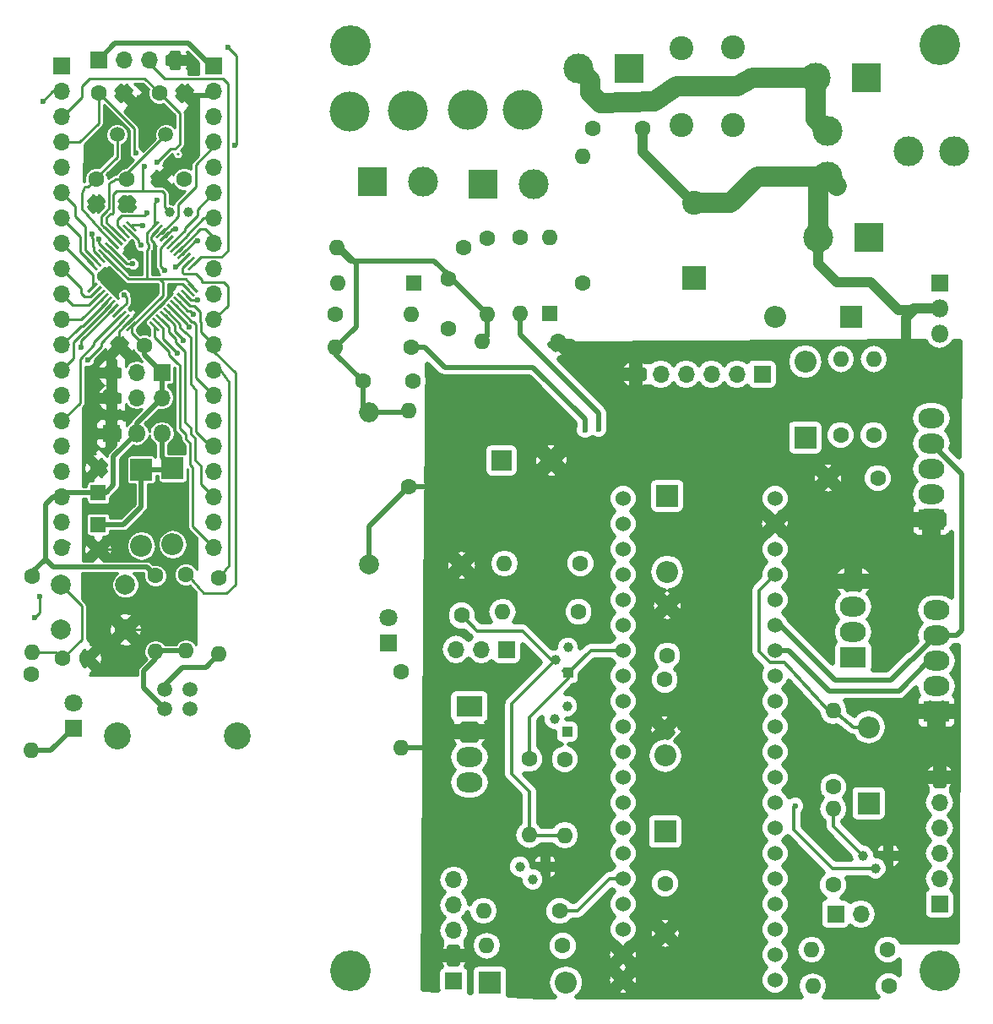
<source format=gbr>
G04 #@! TF.FileFunction,Copper,L1,Top,Signal*
%FSLAX46Y46*%
G04 Gerber Fmt 4.6, Leading zero omitted, Abs format (unit mm)*
G04 Created by KiCad (PCBNEW 4.0.7) date 08/04/18 16:12:32*
%MOMM*%
%LPD*%
G01*
G04 APERTURE LIST*
%ADD10C,0.100000*%
%ADD11R,2.400000X2.400000*%
%ADD12C,2.400000*%
%ADD13C,1.600000*%
%ADD14O,1.600000X1.600000*%
%ADD15C,1.000000*%
%ADD16R,1.000000X1.000000*%
%ADD17R,3.000000X3.000000*%
%ADD18C,3.000000*%
%ADD19C,4.064000*%
%ADD20R,1.700000X1.700000*%
%ADD21O,1.700000X1.700000*%
%ADD22R,1.800000X1.800000*%
%ADD23C,1.800000*%
%ADD24R,2.200000X2.200000*%
%ADD25O,2.200000X2.200000*%
%ADD26R,2.600000X2.000000*%
%ADD27O,2.600000X2.000000*%
%ADD28C,1.500000*%
%ADD29R,1.600000X1.600000*%
%ADD30C,1.520000*%
%ADD31C,2.700000*%
%ADD32C,2.000000*%
%ADD33O,1.800000X1.800000*%
%ADD34C,4.000000*%
%ADD35O,2.000000X2.000000*%
%ADD36R,2.000000X2.000000*%
%ADD37C,1.524000*%
%ADD38C,0.600000*%
%ADD39C,0.250000*%
%ADD40C,1.000000*%
%ADD41C,2.000000*%
%ADD42C,0.500000*%
%ADD43C,0.350000*%
G04 APERTURE END LIST*
D10*
D11*
X124460000Y-55372000D03*
D12*
X124460000Y-47872000D03*
D13*
X96164400Y-62357000D03*
D14*
X88544400Y-62357000D03*
D10*
G36*
X67535621Y-49789811D02*
X67712398Y-49613034D01*
X68631637Y-50532273D01*
X68454860Y-50709050D01*
X67535621Y-49789811D01*
X67535621Y-49789811D01*
G37*
G36*
X67182068Y-50143364D02*
X67358845Y-49966587D01*
X68278084Y-50885826D01*
X68101307Y-51062603D01*
X67182068Y-50143364D01*
X67182068Y-50143364D01*
G37*
G36*
X66828514Y-50496918D02*
X67005291Y-50320141D01*
X67924530Y-51239380D01*
X67747753Y-51416157D01*
X66828514Y-50496918D01*
X66828514Y-50496918D01*
G37*
G36*
X66474961Y-50850471D02*
X66651738Y-50673694D01*
X67570977Y-51592933D01*
X67394200Y-51769710D01*
X66474961Y-50850471D01*
X66474961Y-50850471D01*
G37*
G36*
X66121408Y-51204024D02*
X66298185Y-51027247D01*
X67217424Y-51946486D01*
X67040647Y-52123263D01*
X66121408Y-51204024D01*
X66121408Y-51204024D01*
G37*
G36*
X65767854Y-51557578D02*
X65944631Y-51380801D01*
X66863870Y-52300040D01*
X66687093Y-52476817D01*
X65767854Y-51557578D01*
X65767854Y-51557578D01*
G37*
G36*
X65414301Y-51911131D02*
X65591078Y-51734354D01*
X66510317Y-52653593D01*
X66333540Y-52830370D01*
X65414301Y-51911131D01*
X65414301Y-51911131D01*
G37*
G36*
X65060747Y-52264685D02*
X65237524Y-52087908D01*
X66156763Y-53007147D01*
X65979986Y-53183924D01*
X65060747Y-52264685D01*
X65060747Y-52264685D01*
G37*
G36*
X64707194Y-52618238D02*
X64883971Y-52441461D01*
X65803210Y-53360700D01*
X65626433Y-53537477D01*
X64707194Y-52618238D01*
X64707194Y-52618238D01*
G37*
G36*
X64353641Y-52971791D02*
X64530418Y-52795014D01*
X65449657Y-53714253D01*
X65272880Y-53891030D01*
X64353641Y-52971791D01*
X64353641Y-52971791D01*
G37*
G36*
X64000087Y-53325345D02*
X64176864Y-53148568D01*
X65096103Y-54067807D01*
X64919326Y-54244584D01*
X64000087Y-53325345D01*
X64000087Y-53325345D01*
G37*
G36*
X63646534Y-53678898D02*
X63823311Y-53502121D01*
X64742550Y-54421360D01*
X64565773Y-54598137D01*
X63646534Y-53678898D01*
X63646534Y-53678898D01*
G37*
G36*
X63823311Y-56860879D02*
X63646534Y-56684102D01*
X64565773Y-55764863D01*
X64742550Y-55941640D01*
X63823311Y-56860879D01*
X63823311Y-56860879D01*
G37*
G36*
X64176864Y-57214432D02*
X64000087Y-57037655D01*
X64919326Y-56118416D01*
X65096103Y-56295193D01*
X64176864Y-57214432D01*
X64176864Y-57214432D01*
G37*
G36*
X64530418Y-57567986D02*
X64353641Y-57391209D01*
X65272880Y-56471970D01*
X65449657Y-56648747D01*
X64530418Y-57567986D01*
X64530418Y-57567986D01*
G37*
G36*
X64883971Y-57921539D02*
X64707194Y-57744762D01*
X65626433Y-56825523D01*
X65803210Y-57002300D01*
X64883971Y-57921539D01*
X64883971Y-57921539D01*
G37*
G36*
X65237524Y-58275092D02*
X65060747Y-58098315D01*
X65979986Y-57179076D01*
X66156763Y-57355853D01*
X65237524Y-58275092D01*
X65237524Y-58275092D01*
G37*
G36*
X65591078Y-58628646D02*
X65414301Y-58451869D01*
X66333540Y-57532630D01*
X66510317Y-57709407D01*
X65591078Y-58628646D01*
X65591078Y-58628646D01*
G37*
G36*
X65944631Y-58982199D02*
X65767854Y-58805422D01*
X66687093Y-57886183D01*
X66863870Y-58062960D01*
X65944631Y-58982199D01*
X65944631Y-58982199D01*
G37*
G36*
X66298185Y-59335753D02*
X66121408Y-59158976D01*
X67040647Y-58239737D01*
X67217424Y-58416514D01*
X66298185Y-59335753D01*
X66298185Y-59335753D01*
G37*
G36*
X66651738Y-59689306D02*
X66474961Y-59512529D01*
X67394200Y-58593290D01*
X67570977Y-58770067D01*
X66651738Y-59689306D01*
X66651738Y-59689306D01*
G37*
G36*
X67005291Y-60042859D02*
X66828514Y-59866082D01*
X67747753Y-58946843D01*
X67924530Y-59123620D01*
X67005291Y-60042859D01*
X67005291Y-60042859D01*
G37*
G36*
X67358845Y-60396413D02*
X67182068Y-60219636D01*
X68101307Y-59300397D01*
X68278084Y-59477174D01*
X67358845Y-60396413D01*
X67358845Y-60396413D01*
G37*
G36*
X67712398Y-60749966D02*
X67535621Y-60573189D01*
X68454860Y-59653950D01*
X68631637Y-59830727D01*
X67712398Y-60749966D01*
X67712398Y-60749966D01*
G37*
G36*
X69798363Y-59830727D02*
X69975140Y-59653950D01*
X70894379Y-60573189D01*
X70717602Y-60749966D01*
X69798363Y-59830727D01*
X69798363Y-59830727D01*
G37*
G36*
X70151916Y-59477174D02*
X70328693Y-59300397D01*
X71247932Y-60219636D01*
X71071155Y-60396413D01*
X70151916Y-59477174D01*
X70151916Y-59477174D01*
G37*
G36*
X70505470Y-59123620D02*
X70682247Y-58946843D01*
X71601486Y-59866082D01*
X71424709Y-60042859D01*
X70505470Y-59123620D01*
X70505470Y-59123620D01*
G37*
G36*
X70859023Y-58770067D02*
X71035800Y-58593290D01*
X71955039Y-59512529D01*
X71778262Y-59689306D01*
X70859023Y-58770067D01*
X70859023Y-58770067D01*
G37*
G36*
X71212576Y-58416514D02*
X71389353Y-58239737D01*
X72308592Y-59158976D01*
X72131815Y-59335753D01*
X71212576Y-58416514D01*
X71212576Y-58416514D01*
G37*
G36*
X71566130Y-58062960D02*
X71742907Y-57886183D01*
X72662146Y-58805422D01*
X72485369Y-58982199D01*
X71566130Y-58062960D01*
X71566130Y-58062960D01*
G37*
G36*
X71919683Y-57709407D02*
X72096460Y-57532630D01*
X73015699Y-58451869D01*
X72838922Y-58628646D01*
X71919683Y-57709407D01*
X71919683Y-57709407D01*
G37*
G36*
X72273237Y-57355853D02*
X72450014Y-57179076D01*
X73369253Y-58098315D01*
X73192476Y-58275092D01*
X72273237Y-57355853D01*
X72273237Y-57355853D01*
G37*
G36*
X72626790Y-57002300D02*
X72803567Y-56825523D01*
X73722806Y-57744762D01*
X73546029Y-57921539D01*
X72626790Y-57002300D01*
X72626790Y-57002300D01*
G37*
G36*
X72980343Y-56648747D02*
X73157120Y-56471970D01*
X74076359Y-57391209D01*
X73899582Y-57567986D01*
X72980343Y-56648747D01*
X72980343Y-56648747D01*
G37*
G36*
X73333897Y-56295193D02*
X73510674Y-56118416D01*
X74429913Y-57037655D01*
X74253136Y-57214432D01*
X73333897Y-56295193D01*
X73333897Y-56295193D01*
G37*
G36*
X73687450Y-55941640D02*
X73864227Y-55764863D01*
X74783466Y-56684102D01*
X74606689Y-56860879D01*
X73687450Y-55941640D01*
X73687450Y-55941640D01*
G37*
G36*
X73864227Y-54598137D02*
X73687450Y-54421360D01*
X74606689Y-53502121D01*
X74783466Y-53678898D01*
X73864227Y-54598137D01*
X73864227Y-54598137D01*
G37*
G36*
X73510674Y-54244584D02*
X73333897Y-54067807D01*
X74253136Y-53148568D01*
X74429913Y-53325345D01*
X73510674Y-54244584D01*
X73510674Y-54244584D01*
G37*
G36*
X73157120Y-53891030D02*
X72980343Y-53714253D01*
X73899582Y-52795014D01*
X74076359Y-52971791D01*
X73157120Y-53891030D01*
X73157120Y-53891030D01*
G37*
G36*
X72803567Y-53537477D02*
X72626790Y-53360700D01*
X73546029Y-52441461D01*
X73722806Y-52618238D01*
X72803567Y-53537477D01*
X72803567Y-53537477D01*
G37*
G36*
X72450014Y-53183924D02*
X72273237Y-53007147D01*
X73192476Y-52087908D01*
X73369253Y-52264685D01*
X72450014Y-53183924D01*
X72450014Y-53183924D01*
G37*
G36*
X72096460Y-52830370D02*
X71919683Y-52653593D01*
X72838922Y-51734354D01*
X73015699Y-51911131D01*
X72096460Y-52830370D01*
X72096460Y-52830370D01*
G37*
G36*
X71742907Y-52476817D02*
X71566130Y-52300040D01*
X72485369Y-51380801D01*
X72662146Y-51557578D01*
X71742907Y-52476817D01*
X71742907Y-52476817D01*
G37*
G36*
X71389353Y-52123263D02*
X71212576Y-51946486D01*
X72131815Y-51027247D01*
X72308592Y-51204024D01*
X71389353Y-52123263D01*
X71389353Y-52123263D01*
G37*
G36*
X71035800Y-51769710D02*
X70859023Y-51592933D01*
X71778262Y-50673694D01*
X71955039Y-50850471D01*
X71035800Y-51769710D01*
X71035800Y-51769710D01*
G37*
G36*
X70682247Y-51416157D02*
X70505470Y-51239380D01*
X71424709Y-50320141D01*
X71601486Y-50496918D01*
X70682247Y-51416157D01*
X70682247Y-51416157D01*
G37*
G36*
X70328693Y-51062603D02*
X70151916Y-50885826D01*
X71071155Y-49966587D01*
X71247932Y-50143364D01*
X70328693Y-51062603D01*
X70328693Y-51062603D01*
G37*
G36*
X69975140Y-50709050D02*
X69798363Y-50532273D01*
X70717602Y-49613034D01*
X70894379Y-49789811D01*
X69975140Y-50709050D01*
X69975140Y-50709050D01*
G37*
D15*
X108280200Y-115658900D03*
X107010200Y-114388900D03*
D16*
X109550200Y-114388900D03*
D17*
X141732000Y-35306000D03*
D18*
X136652000Y-35306000D03*
D12*
X128412240Y-32298640D03*
X128412240Y-40048640D03*
D19*
X90043000Y-32131000D03*
X149098000Y-32004000D03*
X90043000Y-124841000D03*
X149098000Y-124841000D03*
D20*
X131318000Y-65024000D03*
D21*
X128778000Y-65024000D03*
X126238000Y-65024000D03*
X123698000Y-65024000D03*
X121158000Y-65024000D03*
X118618000Y-65024000D03*
D13*
X137922000Y-75438000D03*
X142922000Y-75438000D03*
D20*
X149098000Y-118110000D03*
D21*
X149098000Y-115570000D03*
X149098000Y-113030000D03*
X149098000Y-110490000D03*
X149098000Y-107950000D03*
X149098000Y-105410000D03*
D20*
X138684000Y-119126000D03*
D21*
X141224000Y-119126000D03*
D20*
X100393500Y-125857000D03*
D21*
X100393500Y-123317000D03*
X100393500Y-120777000D03*
X100393500Y-118237000D03*
X100393500Y-115697000D03*
D13*
X119291100Y-40424100D03*
X114291100Y-40424100D03*
D17*
X117962680Y-34422080D03*
D18*
X112882680Y-34422080D03*
X146014440Y-42692320D03*
X150584440Y-42692320D03*
X137855960Y-40624760D03*
X137855960Y-45194760D03*
D22*
X93878400Y-91922600D03*
D23*
X93878400Y-89382600D03*
D12*
X123215400Y-40065960D03*
X123215400Y-32315960D03*
D24*
X135636000Y-71374000D03*
D25*
X135636000Y-63754000D03*
D24*
X104013000Y-125984000D03*
D25*
X111633000Y-125984000D03*
D13*
X142494000Y-71120000D03*
D14*
X142494000Y-63500000D03*
D13*
X139192000Y-71120000D03*
D14*
X139192000Y-63500000D03*
D13*
X95123000Y-94869000D03*
D14*
X95123000Y-102489000D03*
D13*
X111315500Y-122301000D03*
D14*
X103695500Y-122301000D03*
D13*
X110998000Y-118808500D03*
D14*
X103378000Y-118808500D03*
D13*
X143891000Y-122682000D03*
D14*
X136271000Y-122682000D03*
D13*
X144018000Y-126365000D03*
D14*
X136398000Y-126365000D03*
D17*
X141986000Y-51308000D03*
D18*
X136906000Y-51308000D03*
D26*
X148285200Y-79578200D03*
D27*
X148285200Y-77038200D03*
X148285200Y-74498200D03*
X148285200Y-71958200D03*
X148285200Y-69418200D03*
D26*
X148793200Y-98831400D03*
D27*
X148793200Y-96291400D03*
X148793200Y-93751400D03*
X148793200Y-91211400D03*
X148793200Y-88671400D03*
D20*
X61110000Y-34158000D03*
D21*
X61110000Y-36698000D03*
X61110000Y-39238000D03*
X61110000Y-41778000D03*
X61110000Y-44318000D03*
X61110000Y-46858000D03*
X61110000Y-49398000D03*
X61110000Y-51938000D03*
X61110000Y-54478000D03*
X61110000Y-57018000D03*
X61110000Y-59558000D03*
X61110000Y-62098000D03*
X61110000Y-64638000D03*
X61110000Y-67178000D03*
X61110000Y-69718000D03*
X61110000Y-72258000D03*
X61110000Y-74798000D03*
X61110000Y-77338000D03*
X61110000Y-79878000D03*
X61110000Y-82418000D03*
D20*
X76350000Y-34158000D03*
D21*
X76350000Y-36698000D03*
X76350000Y-39238000D03*
X76350000Y-41778000D03*
X76350000Y-44318000D03*
X76350000Y-46858000D03*
X76350000Y-49398000D03*
X76350000Y-51938000D03*
X76350000Y-54478000D03*
X76350000Y-57018000D03*
X76350000Y-59558000D03*
X76350000Y-62098000D03*
X76350000Y-64638000D03*
X76350000Y-67178000D03*
X76350000Y-69718000D03*
X76350000Y-72258000D03*
X76350000Y-74798000D03*
X76350000Y-77338000D03*
X76350000Y-79878000D03*
X76350000Y-82418000D03*
D24*
X141986000Y-108013500D03*
D25*
X141986000Y-100393500D03*
D15*
X142684500Y-114554000D03*
X141414500Y-113284000D03*
D16*
X143954500Y-113284000D03*
D13*
X138455400Y-106375200D03*
D14*
X138455400Y-98755200D03*
D13*
X138430000Y-116205000D03*
D14*
X138430000Y-108585000D03*
D26*
X140436600Y-93395800D03*
D27*
X140436600Y-90855800D03*
X140436600Y-88315800D03*
X140436600Y-85775800D03*
D15*
X110490000Y-99555300D03*
X111760000Y-98285300D03*
D16*
X111760000Y-100825300D03*
D15*
X110566200Y-93687900D03*
X111836200Y-92417900D03*
D16*
X111836200Y-94957900D03*
D13*
X113093500Y-83985100D03*
D14*
X105473500Y-83985100D03*
D13*
X107950000Y-103568500D03*
D14*
X107950000Y-111188500D03*
D13*
X111531400Y-103606600D03*
D14*
X111531400Y-111226600D03*
D13*
X112903000Y-88823800D03*
D14*
X105283000Y-88823800D03*
D26*
X101955600Y-98323400D03*
D27*
X101955600Y-100863400D03*
X101955600Y-103403400D03*
X101955600Y-105943400D03*
D20*
X105702100Y-92608400D03*
D21*
X103162100Y-92608400D03*
X100622100Y-92608400D03*
D13*
X101193600Y-89179400D03*
X101193600Y-84179400D03*
X67627500Y-45466000D03*
X67627500Y-47966000D03*
X64516000Y-45466000D03*
X64516000Y-47966000D03*
X70866000Y-36830000D03*
X73366000Y-36830000D03*
X64770000Y-36830000D03*
X67270000Y-36830000D03*
D20*
X64770000Y-33528000D03*
D21*
X67310000Y-33528000D03*
X69850000Y-33528000D03*
X72390000Y-33528000D03*
D28*
X71501000Y-41021000D03*
X66621000Y-41021000D03*
D15*
X71882000Y-48768000D03*
X73782000Y-48768000D03*
D13*
X70866000Y-45466000D03*
X73366000Y-45466000D03*
D29*
X64709040Y-80076040D03*
D13*
X64709040Y-82576040D03*
X66865500Y-62166500D03*
X69365500Y-62166500D03*
D29*
X64731900Y-76885800D03*
D13*
X64731900Y-74385800D03*
X61153040Y-93497400D03*
X63653040Y-93497400D03*
D22*
X62219840Y-100472240D03*
D23*
X62219840Y-97932240D03*
D24*
X69049900Y-74587100D03*
D25*
X69049900Y-82207100D03*
D24*
X72199500Y-74447400D03*
D25*
X72199500Y-82067400D03*
D30*
X71414640Y-96586040D03*
X73954640Y-96586040D03*
X73954640Y-98586040D03*
X71414640Y-98586040D03*
D31*
X66684640Y-101286040D03*
X78684640Y-101286040D03*
D20*
X71120000Y-64833500D03*
D21*
X71120000Y-67373500D03*
X68580000Y-64833500D03*
X68580000Y-67373500D03*
X66040000Y-64833500D03*
X66040000Y-67373500D03*
D32*
X60960000Y-90606000D03*
X60960000Y-86106000D03*
X67460000Y-90606000D03*
X67460000Y-86106000D03*
D13*
X70485000Y-85217000D03*
D14*
X70485000Y-92837000D03*
D13*
X73533000Y-85090000D03*
D14*
X73533000Y-92710000D03*
D13*
X76835000Y-85471000D03*
D14*
X76835000Y-93091000D03*
D13*
X58140600Y-85232240D03*
D14*
X58140600Y-92852240D03*
D13*
X58064400Y-95062040D03*
D14*
X58064400Y-102682040D03*
D22*
X66027300Y-70942200D03*
D33*
X68567300Y-70942200D03*
X71107300Y-70942200D03*
D13*
X96278700Y-65697100D03*
X91278700Y-65697100D03*
X99834700Y-60452000D03*
X99834700Y-55452000D03*
D29*
X96342200Y-55880000D03*
D14*
X88722200Y-55880000D03*
D29*
X109969300Y-58953400D03*
D14*
X109969300Y-51333400D03*
D24*
X121793000Y-77216000D03*
D25*
X121793000Y-84836000D03*
D24*
X121589800Y-110871000D03*
D25*
X121589800Y-103251000D03*
D34*
X95778320Y-38613080D03*
X101757480Y-38557200D03*
D17*
X92202000Y-45720000D03*
D18*
X97282000Y-45720000D03*
D34*
X107289600Y-38557200D03*
X89941400Y-38658800D03*
D17*
X103322120Y-45989240D03*
D18*
X108402120Y-45989240D03*
D32*
X91871800Y-84048600D03*
D35*
X91871800Y-68808600D03*
D13*
X88519000Y-59004200D03*
D14*
X96139000Y-59004200D03*
D13*
X107035600Y-51295300D03*
D14*
X107035600Y-58915300D03*
D13*
X103746300Y-51384200D03*
D14*
X103746300Y-59004200D03*
D13*
X101346000Y-52324000D03*
D14*
X88646000Y-52324000D03*
D13*
X113284000Y-55880000D03*
D14*
X113284000Y-43180000D03*
D36*
X105168700Y-73647300D03*
D32*
X110168700Y-73647300D03*
D13*
X121539000Y-95631000D03*
X121539000Y-100631000D03*
X121589800Y-116065300D03*
X121589800Y-121065300D03*
X121793000Y-93218000D03*
X121793000Y-88218000D03*
D37*
X117348000Y-77470000D03*
X117348000Y-80010000D03*
X117348000Y-82550000D03*
X117348000Y-85090000D03*
X117348000Y-87630000D03*
X117348000Y-90170000D03*
X117348000Y-92710000D03*
X117348000Y-95250000D03*
X117348000Y-97790000D03*
X117348000Y-100330000D03*
X117348000Y-102870000D03*
X117348000Y-105410000D03*
X117348000Y-107950000D03*
X117348000Y-110490000D03*
X117348000Y-113030000D03*
X117348000Y-115570000D03*
X117348000Y-118110000D03*
X117348000Y-120650000D03*
X117348000Y-123190000D03*
X117348000Y-125730000D03*
X132588000Y-77470000D03*
X132588000Y-80010000D03*
X132588000Y-82550000D03*
X132588000Y-85090000D03*
X132588000Y-87630000D03*
X132588000Y-90170000D03*
X132588000Y-92710000D03*
X132588000Y-95250000D03*
X132588000Y-97790000D03*
X132588000Y-100330000D03*
X132588000Y-102870000D03*
X132588000Y-105410000D03*
X132588000Y-107950000D03*
X132588000Y-110490000D03*
X132588000Y-113030000D03*
X132588000Y-115570000D03*
X132588000Y-118110000D03*
X132588000Y-120650000D03*
X132588000Y-123190000D03*
X132588000Y-125730000D03*
D13*
X95834200Y-76276200D03*
D14*
X95834200Y-68656200D03*
D13*
X110871000Y-61747400D03*
D14*
X103251000Y-61747400D03*
D22*
X149098000Y-55880000D03*
D33*
X149098000Y-58420000D03*
X149098000Y-60960000D03*
D24*
X140258800Y-59283600D03*
D25*
X132638800Y-59283600D03*
D38*
X58887360Y-87294720D03*
X58399680Y-89428320D03*
X59182000Y-37655500D03*
X69024500Y-52070000D03*
X73660000Y-89052400D03*
X69697600Y-41554400D03*
X64820800Y-41300400D03*
X71120000Y-68935600D03*
X71628000Y-78384400D03*
X70332600Y-52852320D03*
X64823340Y-51493420D03*
X68529200Y-54762400D03*
X72263000Y-56197500D03*
X68580000Y-58483500D03*
X70675500Y-43751500D03*
X69659500Y-48895000D03*
X68516500Y-42862500D03*
X69342000Y-44196000D03*
X68199000Y-53975000D03*
X70675500Y-47561500D03*
X77729080Y-32273240D03*
X78435200Y-42103040D03*
X74739500Y-57594500D03*
X69215000Y-50101500D03*
X64104520Y-50944780D03*
X72517000Y-50482500D03*
X74739500Y-51689000D03*
X72517000Y-54292500D03*
X74295000Y-58991500D03*
X63055500Y-62293500D03*
X73850500Y-60325000D03*
X63690500Y-63627000D03*
X73279000Y-61658500D03*
X72707500Y-62928500D03*
X71424800Y-54610000D03*
X67360800Y-57099200D03*
X134620000Y-108267500D03*
X113538000Y-70601840D03*
X114909600Y-70525640D03*
D39*
X72689798Y-42965969D02*
X72731031Y-42965969D01*
X72689798Y-42965969D02*
X72731031Y-42965969D01*
X72689798Y-42965969D02*
X72731031Y-42965969D01*
D40*
X136906000Y-51308000D02*
X136906000Y-53924200D01*
X146481800Y-58635900D02*
X146481800Y-58420000D01*
X145008600Y-58635900D02*
X146481800Y-58635900D01*
X142151100Y-55778400D02*
X145008600Y-58635900D01*
X138760200Y-55778400D02*
X142151100Y-55778400D01*
X136906000Y-53924200D02*
X138760200Y-55778400D01*
X149098000Y-58420000D02*
X146481800Y-58420000D01*
X146481800Y-58420000D02*
X146697700Y-58420000D01*
X146697700Y-58420000D02*
X145732500Y-59385200D01*
X145732500Y-59385200D02*
X145732500Y-62141100D01*
D41*
X136906000Y-51308000D02*
X136906000Y-46144720D01*
X136906000Y-46144720D02*
X137855960Y-45194760D01*
X138785600Y-46124400D02*
X137855960Y-45194760D01*
X124460000Y-47872000D02*
X128150000Y-47872000D01*
X130827240Y-45194760D02*
X137855960Y-45194760D01*
X128150000Y-47872000D02*
X130827240Y-45194760D01*
D42*
X95123000Y-102489000D02*
X97713800Y-102476300D01*
X97713800Y-102476300D02*
X97840800Y-102603300D01*
D40*
X124460000Y-47872000D02*
X124427600Y-47872000D01*
X124427600Y-47872000D02*
X119291100Y-42735500D01*
X119291100Y-42735500D02*
X119291100Y-40424100D01*
D42*
X95834200Y-76276200D02*
X98348800Y-76276200D01*
X98348800Y-76276200D02*
X98513900Y-76441300D01*
X91871800Y-84048600D02*
X91871800Y-80238600D01*
X91871800Y-80238600D02*
X95834200Y-76276200D01*
X110871000Y-61747400D02*
X112204500Y-61747400D01*
X112204500Y-61747400D02*
X113042700Y-62585600D01*
D40*
X124460000Y-47872000D02*
X124460000Y-47498000D01*
D42*
X148082000Y-80264000D02*
X149352000Y-80264000D01*
X132588000Y-92710000D02*
X134010400Y-92710000D01*
X145034000Y-96748600D02*
X148031200Y-93751400D01*
X138049000Y-96748600D02*
X145034000Y-96748600D01*
X134010400Y-92710000D02*
X138049000Y-96748600D01*
X148031200Y-93751400D02*
X148793200Y-93751400D01*
X151333200Y-75006200D02*
X148285200Y-71958200D01*
X132588000Y-90170000D02*
X133146800Y-90170000D01*
X133146800Y-90170000D02*
X138658600Y-95681800D01*
X138658600Y-95681800D02*
X144195800Y-95681800D01*
X144195800Y-95681800D02*
X146227800Y-93649800D01*
X146227800Y-93649800D02*
X146354800Y-93649800D01*
X146354800Y-93649800D02*
X148793200Y-91211400D01*
X148793200Y-91211400D02*
X150799800Y-91211400D01*
X151333200Y-90678000D02*
X151333200Y-75006200D01*
X150799800Y-91211400D02*
X151333200Y-90678000D01*
D41*
X136652000Y-35306000D02*
X136652000Y-39420800D01*
X136652000Y-39420800D02*
X137855960Y-40624760D01*
X136652000Y-35306000D02*
X130302000Y-35306000D01*
X114046000Y-35585400D02*
X112882680Y-34422080D01*
X114046000Y-36830000D02*
X114046000Y-35585400D01*
X115062000Y-37846000D02*
X114046000Y-36830000D01*
X120523000Y-37719000D02*
X115062000Y-37846000D01*
X122682000Y-36195000D02*
X120523000Y-37719000D01*
X128778000Y-36195000D02*
X122682000Y-36195000D01*
X130302000Y-35306000D02*
X128778000Y-36195000D01*
D40*
X136906000Y-35560000D02*
X136652000Y-35306000D01*
D43*
X110998000Y-118808500D02*
X112814100Y-118808500D01*
X116052600Y-115570000D02*
X117348000Y-115570000D01*
X112814100Y-118808500D02*
X116052600Y-115570000D01*
D39*
X58887360Y-88940640D02*
X58887360Y-87294720D01*
X58399680Y-89428320D02*
X58887360Y-88940640D01*
X60139500Y-36698000D02*
X59182000Y-37655500D01*
X61110000Y-36698000D02*
X60139500Y-36698000D01*
X68770500Y-51555019D02*
X67730076Y-50514595D01*
X68770500Y-51816000D02*
X68770500Y-51555019D01*
X69024500Y-52070000D02*
X68770500Y-51816000D01*
X67730076Y-50514595D02*
X67730076Y-50521576D01*
D42*
X64709040Y-80076040D02*
X67284600Y-80076040D01*
X69049900Y-78310740D02*
X69049900Y-74587100D01*
X67284600Y-80076040D02*
X69049900Y-78310740D01*
X69049900Y-74587100D02*
X72059800Y-74587100D01*
X72059800Y-74587100D02*
X72199500Y-74447400D01*
X71107300Y-70942200D02*
X71107300Y-73355200D01*
X71107300Y-73355200D02*
X72199500Y-74447400D01*
D39*
X67460000Y-90606000D02*
X72106400Y-90606000D01*
X72106400Y-90606000D02*
X73660000Y-89052400D01*
X69596000Y-41452800D02*
X69596000Y-40944800D01*
X69697600Y-41554400D02*
X69596000Y-41452800D01*
X64820800Y-41300400D02*
X65024000Y-41503600D01*
X65024000Y-41503600D02*
X65024000Y-41859200D01*
X71272400Y-69088000D02*
X71526400Y-69088000D01*
X71120000Y-68935600D02*
X71272400Y-69088000D01*
X64709040Y-82576040D02*
X66166360Y-82576040D01*
X70358000Y-78384400D02*
X71628000Y-78384400D01*
X66166360Y-82576040D02*
X70358000Y-78384400D01*
X70699924Y-50514595D02*
X70699924Y-50552478D01*
X70699924Y-50552478D02*
X70046002Y-51206400D01*
X70391020Y-52793900D02*
X70332600Y-52852320D01*
X70391020Y-51937920D02*
X70391020Y-52793900D01*
X70046002Y-51592902D02*
X70391020Y-51937920D01*
X70046002Y-51206400D02*
X70046002Y-51592902D01*
X65608755Y-52635916D02*
X65567056Y-52635916D01*
X65567056Y-52635916D02*
X64823340Y-51892200D01*
X64823340Y-51892200D02*
X64823340Y-51493420D01*
X65608755Y-52635916D02*
X65640716Y-52635916D01*
X65640716Y-52635916D02*
X67919600Y-54914800D01*
X68376800Y-54914800D02*
X68529200Y-54762400D01*
X67919600Y-54914800D02*
X68376800Y-54914800D01*
X73881905Y-56666424D02*
X73874924Y-56666424D01*
X73874924Y-56666424D02*
X73215500Y-56007000D01*
X73215500Y-56007000D02*
X72453500Y-56007000D01*
X72453500Y-56007000D02*
X72263000Y-56197500D01*
X65608755Y-52635916D02*
X65608755Y-52654755D01*
X65608755Y-52635916D02*
X65653416Y-52635916D01*
X70699924Y-50514595D02*
X70699924Y-50527078D01*
D42*
X65481200Y-66814700D02*
X66040000Y-67373500D01*
X66040000Y-64833500D02*
X66040000Y-62992000D01*
X66040000Y-62992000D02*
X66865500Y-62166500D01*
D39*
X67730076Y-59848405D02*
X67724493Y-59848405D01*
X67724493Y-59848405D02*
X66865500Y-60707398D01*
X66865500Y-60707398D02*
X66865500Y-62166500D01*
X67730076Y-59848405D02*
X67730076Y-59841424D01*
X67730076Y-59841424D02*
X68580000Y-58991500D01*
X68580000Y-58991500D02*
X68580000Y-58483500D01*
D42*
X73366000Y-37084000D02*
X75964000Y-37084000D01*
X75964000Y-37084000D02*
X76350000Y-36698000D01*
X61762000Y-82067400D02*
X61787400Y-82042000D01*
D39*
X65405000Y-50292000D02*
X65341500Y-50292000D01*
X65024000Y-49212500D02*
X65563750Y-48672750D01*
X65024000Y-49974500D02*
X65024000Y-49212500D01*
X65341500Y-50292000D02*
X65024000Y-49974500D01*
X67627500Y-45466000D02*
X67627500Y-44894500D01*
X67627500Y-44894500D02*
X71501000Y-41021000D01*
X66669416Y-51575255D02*
X66669416Y-51556416D01*
X66669416Y-51556416D02*
X65405000Y-50292000D01*
X66484500Y-45466000D02*
X67627500Y-45466000D01*
X65786000Y-45910500D02*
X66484500Y-45466000D01*
X65786000Y-48323500D02*
X65786000Y-45910500D01*
X65563750Y-48672750D02*
X65786000Y-48323500D01*
X63722250Y-46259750D02*
X63341250Y-46259750D01*
X63119000Y-48450500D02*
X64770000Y-50419000D01*
X63119000Y-46926500D02*
X63119000Y-48450500D01*
X63341250Y-46259750D02*
X63119000Y-46926500D01*
X66315862Y-51928809D02*
X66279809Y-51928809D01*
X66279809Y-51928809D02*
X64770000Y-50419000D01*
X63722250Y-46259750D02*
X64516000Y-45466000D01*
X64516000Y-45466000D02*
X64516000Y-45339000D01*
X64516000Y-45339000D02*
X66621000Y-43234000D01*
X66621000Y-43234000D02*
X66621000Y-41021000D01*
X66315862Y-51928809D02*
X66315862Y-51901362D01*
X72898000Y-38862000D02*
X70866000Y-36830000D01*
X72898000Y-41973500D02*
X72898000Y-38862000D01*
X72453500Y-42418000D02*
X72898000Y-41973500D01*
X72009000Y-42418000D02*
X72453500Y-42418000D01*
X70675500Y-43751500D02*
X72009000Y-42418000D01*
X67376522Y-50868149D02*
X67376522Y-50803022D01*
X67376522Y-50803022D02*
X66675000Y-50101500D01*
X69405500Y-49149000D02*
X69659500Y-48895000D01*
X67056000Y-49149000D02*
X69405500Y-49149000D01*
X66675000Y-49530000D02*
X67056000Y-49149000D01*
X66675000Y-50101500D02*
X66675000Y-49530000D01*
X61110000Y-39238000D02*
X61155500Y-39238000D01*
X61155500Y-39238000D02*
X63119000Y-37274500D01*
X69405500Y-35369500D02*
X70866000Y-36830000D01*
X63881000Y-35369500D02*
X69405500Y-35369500D01*
X63119000Y-36131500D02*
X63881000Y-35369500D01*
X63119000Y-37274500D02*
X63119000Y-36131500D01*
X73782000Y-48768000D02*
X73782000Y-48382000D01*
X67376522Y-50868149D02*
X67376522Y-50866522D01*
X66135250Y-48926750D02*
X65946148Y-48926750D01*
X66072449Y-50323051D02*
X66072449Y-50260949D01*
X65595500Y-49846102D02*
X66072449Y-50323051D01*
X65595500Y-49277398D02*
X65595500Y-49846102D01*
X65946148Y-48926750D02*
X65595500Y-49277398D01*
X69215000Y-46672500D02*
X71120000Y-46672500D01*
X71374000Y-48260000D02*
X71882000Y-48768000D01*
X71374000Y-46926500D02*
X71374000Y-48260000D01*
X71120000Y-46672500D02*
X71374000Y-46926500D01*
X69215000Y-46672500D02*
X69215000Y-44323000D01*
X68326000Y-40386000D02*
X64770000Y-36830000D01*
X68326000Y-42672000D02*
X68326000Y-40386000D01*
X68516500Y-42862500D02*
X68326000Y-42672000D01*
X69215000Y-44323000D02*
X69342000Y-44196000D01*
X61110000Y-41778000D02*
X62870000Y-41778000D01*
X62870000Y-41778000D02*
X64770000Y-39878000D01*
X64770000Y-39878000D02*
X64770000Y-36830000D01*
X67022969Y-51221702D02*
X67022969Y-51211469D01*
X67022969Y-51211469D02*
X66072449Y-50260949D01*
X66548000Y-46672500D02*
X69215000Y-46672500D01*
X66236002Y-46984498D02*
X66548000Y-46672500D01*
X66236002Y-48825998D02*
X66236002Y-46984498D01*
X66135250Y-48926750D02*
X66236002Y-48825998D01*
X64770000Y-36893500D02*
X64770000Y-36830000D01*
X58140600Y-92852240D02*
X60507880Y-92852240D01*
X60507880Y-92852240D02*
X61153040Y-93497400D01*
X61153040Y-93497400D02*
X61188600Y-93497400D01*
X61188600Y-93497400D02*
X63093600Y-91592400D01*
X63093600Y-91592400D02*
X63093600Y-88239600D01*
X63093600Y-88239600D02*
X60960000Y-86106000D01*
X65962309Y-52282362D02*
X65962309Y-52302909D01*
X65962309Y-52302909D02*
X67634400Y-53975000D01*
X67634400Y-53975000D02*
X68199000Y-53975000D01*
D42*
X71414640Y-96586040D02*
X71414640Y-96189800D01*
X71414640Y-96189800D02*
X73192640Y-94411800D01*
X73192640Y-94411800D02*
X75514200Y-94411800D01*
X75514200Y-94411800D02*
X76835000Y-93091000D01*
X73533000Y-92710000D02*
X70612000Y-92710000D01*
X70612000Y-92710000D02*
X70485000Y-92837000D01*
X70485000Y-92837000D02*
X70485000Y-93578680D01*
X70485000Y-93578680D02*
X69306440Y-94757240D01*
X69306440Y-94757240D02*
X69306440Y-96477840D01*
X69306440Y-96477840D02*
X71414640Y-98586040D01*
X68567300Y-70942200D02*
X68567300Y-69926200D01*
X68567300Y-69926200D02*
X71120000Y-67373500D01*
X58140600Y-85232240D02*
X58140600Y-84861400D01*
X58140600Y-84861400D02*
X59436000Y-83566000D01*
X61110000Y-77338000D02*
X60203000Y-77338000D01*
X69596000Y-84328000D02*
X70485000Y-85217000D01*
X60198000Y-84328000D02*
X69596000Y-84328000D01*
X59436000Y-83566000D02*
X60198000Y-84328000D01*
X59436000Y-78105000D02*
X59436000Y-83566000D01*
X60203000Y-77338000D02*
X59436000Y-78105000D01*
X64731900Y-76885800D02*
X61562200Y-76885800D01*
X61562200Y-76885800D02*
X61110000Y-77338000D01*
X64731900Y-76885800D02*
X65532000Y-76885800D01*
X66258440Y-73251060D02*
X68567300Y-70942200D01*
X66258440Y-76159360D02*
X66258440Y-73251060D01*
X65532000Y-76885800D02*
X66258440Y-76159360D01*
D39*
X69646800Y-55499000D02*
X69646800Y-52590700D01*
X69646800Y-52590700D02*
X69786500Y-52451000D01*
D42*
X71120000Y-64833500D02*
X71120000Y-67373500D01*
X69365500Y-62166500D02*
X69365500Y-63079000D01*
X69365500Y-63079000D02*
X71120000Y-64833500D01*
D39*
X68083629Y-60201958D02*
X68083629Y-60884629D01*
X68083629Y-60884629D02*
X69365500Y-62166500D01*
X71215250Y-57118250D02*
X71215250Y-55784750D01*
X71215250Y-55784750D02*
X70929500Y-55499000D01*
X66680117Y-54414384D02*
X66680117Y-54424617D01*
X66680117Y-54414384D02*
X65255202Y-52989469D01*
X66680117Y-54424617D02*
X67754500Y-55499000D01*
X67754500Y-55499000D02*
X69646800Y-55499000D01*
X69646800Y-55499000D02*
X70929500Y-55499000D01*
X68083629Y-60201958D02*
X68131542Y-60201958D01*
X68131542Y-60201958D02*
X71215250Y-57118250D01*
X74235458Y-56312871D02*
X74235458Y-56201458D01*
X74235458Y-56201458D02*
X73533000Y-55499000D01*
X73533000Y-55499000D02*
X70929500Y-55499000D01*
X70346371Y-50161042D02*
X70298458Y-50161042D01*
X70298458Y-50161042D02*
X69596000Y-50863500D01*
X69596000Y-50863500D02*
X69596000Y-51816000D01*
X69596000Y-51816000D02*
X69786500Y-52006500D01*
X69786500Y-52006500D02*
X69786500Y-52451000D01*
X70346371Y-50161042D02*
X70346371Y-47890629D01*
X70346371Y-47890629D02*
X70675500Y-47561500D01*
D42*
X76350000Y-34158000D02*
X76068000Y-34158000D01*
X76068000Y-34158000D02*
X73787000Y-31877000D01*
X73787000Y-31877000D02*
X66421000Y-31877000D01*
X66421000Y-31877000D02*
X64770000Y-33528000D01*
D39*
X70346371Y-50161042D02*
X70346371Y-50049629D01*
X70346371Y-50049629D02*
X70612000Y-49784000D01*
X73152000Y-45466000D02*
X73366000Y-45466000D01*
X78567280Y-33111440D02*
X77729080Y-32273240D01*
X78567280Y-41970960D02*
X78567280Y-33111440D01*
X78435200Y-42103040D02*
X78567280Y-41970960D01*
X73528351Y-57019978D02*
X73528351Y-57080453D01*
X73528351Y-57080453D02*
X74042398Y-57594500D01*
X74042398Y-57594500D02*
X74739500Y-57594500D01*
X73528351Y-57019978D02*
X73529978Y-57019978D01*
X77216000Y-35433000D02*
X71374000Y-35433000D01*
X77724000Y-52641500D02*
X77724000Y-35941000D01*
X77089000Y-53276500D02*
X77724000Y-52641500D01*
X75057000Y-53276500D02*
X77089000Y-53276500D01*
X74283371Y-54050129D02*
X75057000Y-53276500D01*
X77724000Y-35941000D02*
X77216000Y-35433000D01*
X71374000Y-35433000D02*
X69850000Y-33909000D01*
X69850000Y-33909000D02*
X69850000Y-33528000D01*
X74235458Y-54050129D02*
X74283371Y-54050129D01*
X69913500Y-33528000D02*
X69850000Y-33528000D01*
X68206671Y-50038000D02*
X68083629Y-50161042D01*
X69151500Y-50038000D02*
X68206671Y-50038000D01*
X69215000Y-50101500D02*
X69151500Y-50038000D01*
X68258542Y-50161042D02*
X68083629Y-50161042D01*
X68083629Y-50161042D02*
X68202958Y-50161042D01*
X61110000Y-34267000D02*
X61110000Y-34158000D01*
X68083629Y-50161042D02*
X68131542Y-50161042D01*
X71053478Y-50868149D02*
X71115351Y-50868149D01*
X71115351Y-50868149D02*
X72771000Y-49212500D01*
X74549000Y-44005500D02*
X76350000Y-42204500D01*
X74549000Y-46228000D02*
X74549000Y-44005500D01*
X72771000Y-48006000D02*
X74549000Y-46228000D01*
X72771000Y-49212500D02*
X72771000Y-48006000D01*
X76350000Y-42204500D02*
X76350000Y-41778000D01*
X64901649Y-53343022D02*
X64901649Y-53281149D01*
X64901649Y-53281149D02*
X64325500Y-52705000D01*
X64325500Y-52705000D02*
X64104520Y-50944780D01*
X64901649Y-53343022D02*
X64900022Y-53343022D01*
X60452000Y-44069000D02*
X60579000Y-44069000D01*
X71407031Y-51221702D02*
X71460298Y-51221702D01*
X71460298Y-51221702D02*
X72199500Y-50482500D01*
X72199500Y-50482500D02*
X72517000Y-50482500D01*
X64548095Y-53696576D02*
X64548095Y-53689595D01*
X64548095Y-53689595D02*
X63436500Y-52578000D01*
X62420500Y-48168500D02*
X61110000Y-46858000D01*
X62420500Y-49212500D02*
X62420500Y-48168500D01*
X63436500Y-50228500D02*
X62420500Y-49212500D01*
X63436500Y-52578000D02*
X63436500Y-50228500D01*
X64548095Y-53696576D02*
X64548095Y-53627493D01*
X73406000Y-50609500D02*
X73406000Y-50419000D01*
X73406000Y-50419000D02*
X74676000Y-49149000D01*
X72114138Y-51928809D02*
X72114138Y-51901362D01*
X72114138Y-51901362D02*
X73406000Y-50609500D01*
X74676000Y-49149000D02*
X74676000Y-48532000D01*
X74676000Y-48532000D02*
X76350000Y-46858000D01*
X64194542Y-54050129D02*
X64194542Y-54034542D01*
X64194542Y-54034542D02*
X62928500Y-52768500D01*
X62928500Y-52768500D02*
X62928500Y-51216500D01*
X62928500Y-51216500D02*
X61110000Y-49398000D01*
X72840084Y-52635916D02*
X74993500Y-50482500D01*
X75501500Y-50482500D02*
X76350000Y-51331000D01*
X74993500Y-50482500D02*
X75501500Y-50482500D01*
X76350000Y-51331000D02*
X76350000Y-51938000D01*
X72821245Y-52635916D02*
X72840084Y-52635916D01*
X64194542Y-56312871D02*
X64194542Y-55022542D01*
X64194542Y-55022542D02*
X61110000Y-51938000D01*
X64548095Y-56666424D02*
X64548095Y-56673405D01*
X64548095Y-56673405D02*
X63944500Y-57277000D01*
X63944500Y-57277000D02*
X63373000Y-57277000D01*
X63373000Y-57277000D02*
X62992000Y-56896000D01*
X62992000Y-56896000D02*
X62992000Y-56360000D01*
X62992000Y-56360000D02*
X61110000Y-54478000D01*
X73174798Y-52989469D02*
X73185031Y-52989469D01*
X73185031Y-52989469D02*
X74485500Y-51689000D01*
X74485500Y-51689000D02*
X74739500Y-51689000D01*
X64901649Y-57019978D02*
X64900022Y-57019978D01*
X64900022Y-57019978D02*
X63817500Y-58102500D01*
X63817500Y-58102500D02*
X62194500Y-58102500D01*
X62194500Y-58102500D02*
X61110000Y-57018000D01*
X73528351Y-53343022D02*
X73466478Y-53343022D01*
X73466478Y-53343022D02*
X72517000Y-54292500D01*
X73528351Y-53343022D02*
X73529978Y-53343022D01*
X65255202Y-57373531D02*
X65244969Y-57373531D01*
X65244969Y-57373531D02*
X63060500Y-59558000D01*
X63060500Y-59558000D02*
X61110000Y-59558000D01*
X75120500Y-55816500D02*
X77343000Y-55816500D01*
X77724000Y-58184000D02*
X76350000Y-59558000D01*
X77724000Y-56197500D02*
X77724000Y-58184000D01*
X77343000Y-55816500D02*
X77724000Y-56197500D01*
X73310750Y-54959250D02*
X74517250Y-54959250D01*
X74517250Y-54959250D02*
X75120500Y-55562500D01*
X73881905Y-53696576D02*
X73874924Y-53696576D01*
X73874924Y-53696576D02*
X73215500Y-54356000D01*
X75120500Y-55562500D02*
X75120500Y-55816500D01*
X73215500Y-54864000D02*
X73310750Y-54959250D01*
X73215500Y-54356000D02*
X73215500Y-54864000D01*
X73881905Y-53696576D02*
X73811424Y-53696576D01*
X65608755Y-57727084D02*
X65608755Y-57771745D01*
X65608755Y-57771745D02*
X63182500Y-60198000D01*
X63182500Y-60198000D02*
X63055500Y-60198000D01*
X63055500Y-60198000D02*
X62611000Y-60642500D01*
X62611000Y-60642500D02*
X62565500Y-60642500D01*
X62565500Y-60642500D02*
X61110000Y-62098000D01*
X76350000Y-62098000D02*
X76350000Y-62761000D01*
X76350000Y-62761000D02*
X78486000Y-64897000D01*
X75311000Y-86995000D02*
X73660000Y-85090000D01*
X77597000Y-86995000D02*
X75311000Y-86995000D01*
X78486000Y-86106000D02*
X77597000Y-86995000D01*
X78486000Y-64897000D02*
X78486000Y-86106000D01*
X73660000Y-85090000D02*
X73533000Y-85090000D01*
X73945750Y-58134250D02*
X74390250Y-58134250D01*
X74993500Y-59753500D02*
X75057000Y-59753500D01*
X74993500Y-58737500D02*
X74993500Y-59753500D01*
X74390250Y-58134250D02*
X74993500Y-58737500D01*
X73174798Y-57373531D02*
X73185031Y-57373531D01*
X73185031Y-57373531D02*
X73945750Y-58134250D01*
X75057000Y-59753500D02*
X75057000Y-60805000D01*
X75057000Y-60805000D02*
X76350000Y-62098000D01*
X65962309Y-58080638D02*
X65962309Y-58116691D01*
X65962309Y-58116691D02*
X62293500Y-61785500D01*
X62293500Y-61785500D02*
X62293500Y-63454500D01*
X62293500Y-63454500D02*
X61110000Y-64638000D01*
X76350000Y-64638000D02*
X76957000Y-64638000D01*
X76957000Y-64638000D02*
X77851000Y-65786000D01*
X77851000Y-84201000D02*
X76835000Y-85471000D01*
X77851000Y-65786000D02*
X77851000Y-84201000D01*
X72821245Y-57727084D02*
X72821245Y-57771745D01*
X72821245Y-57771745D02*
X73723500Y-58674000D01*
X73977500Y-58674000D02*
X74295000Y-58991500D01*
X73723500Y-58674000D02*
X73977500Y-58674000D01*
X72821245Y-57727084D02*
X72834582Y-57727084D01*
X66315862Y-58434191D02*
X66281207Y-58434191D01*
X66281207Y-58434191D02*
X63055500Y-61659898D01*
X63055500Y-61659898D02*
X63055500Y-62293500D01*
X72467691Y-58080638D02*
X72467691Y-58116691D01*
X72467691Y-58116691D02*
X74104500Y-59753500D01*
X74104500Y-59753500D02*
X74295000Y-59753500D01*
X74295000Y-59753500D02*
X74549000Y-60007500D01*
X74549000Y-60007500D02*
X74549000Y-65377000D01*
X74549000Y-65377000D02*
X76350000Y-67178000D01*
X67022969Y-59141298D02*
X66969702Y-59141298D01*
X66969702Y-59141298D02*
X64325500Y-61785500D01*
X64325500Y-61785500D02*
X64325500Y-62103000D01*
X64325500Y-62103000D02*
X62928500Y-63500000D01*
X62928500Y-63500000D02*
X62928500Y-67899500D01*
X62928500Y-67899500D02*
X61110000Y-69718000D01*
X72114138Y-58434191D02*
X72114138Y-58461638D01*
X72114138Y-58461638D02*
X73660000Y-60007500D01*
X73660000Y-60007500D02*
X73660000Y-60261500D01*
X73660000Y-60261500D02*
X73850500Y-60325000D01*
X67376522Y-59494851D02*
X67376522Y-59559978D01*
X67376522Y-59559978D02*
X65024000Y-61912500D01*
X65024000Y-61912500D02*
X65024000Y-62230000D01*
X65024000Y-62230000D02*
X63690500Y-63563500D01*
X63690500Y-63563500D02*
X63690500Y-63627000D01*
X71760584Y-58787745D02*
X71760584Y-58806584D01*
X71760584Y-58806584D02*
X72961500Y-60007500D01*
X72961500Y-60007500D02*
X72961500Y-60388500D01*
X72961500Y-60388500D02*
X74041000Y-61341000D01*
X74041000Y-61341000D02*
X74041000Y-65976500D01*
X74041000Y-65976500D02*
X74549000Y-66611500D01*
X74549000Y-66611500D02*
X74549000Y-70802500D01*
X74549000Y-70802500D02*
X76004500Y-72258000D01*
X76004500Y-72258000D02*
X76350000Y-72258000D01*
X71407031Y-59141298D02*
X71458900Y-59141298D01*
X71458900Y-59141298D02*
X72453500Y-60135898D01*
X73279000Y-61531500D02*
X73279000Y-61658500D01*
X72453500Y-60706000D02*
X73279000Y-61531500D01*
X72453500Y-60135898D02*
X72453500Y-60706000D01*
X74465180Y-73626980D02*
X74465180Y-71432420D01*
X74465180Y-71432420D02*
X73991500Y-70958740D01*
X75041760Y-76029760D02*
X76350000Y-77338000D01*
X73991500Y-70958740D02*
X73991500Y-70372000D01*
X74465180Y-73626980D02*
X75041760Y-74203560D01*
X75041760Y-74203560D02*
X75041760Y-76029760D01*
X73991500Y-70372000D02*
X73469500Y-69850000D01*
X71053478Y-59494851D02*
X71053478Y-59496478D01*
X71053478Y-59496478D02*
X71818500Y-60261500D01*
X73469500Y-62738000D02*
X73469500Y-69850000D01*
X72517000Y-61785500D02*
X73469500Y-62738000D01*
X72517000Y-61468000D02*
X72517000Y-61785500D01*
X71818500Y-60769500D02*
X72517000Y-61468000D01*
X71818500Y-60261500D02*
X71818500Y-60769500D01*
X70699924Y-59848405D02*
X70699924Y-59904924D01*
X70699924Y-59904924D02*
X71247000Y-60452000D01*
X71247000Y-61468000D02*
X72707500Y-62928500D01*
X71247000Y-60452000D02*
X71247000Y-61468000D01*
X73541498Y-71511616D02*
X73541498Y-71064998D01*
X73947020Y-71917138D02*
X73541498Y-71511616D01*
X73947020Y-74079100D02*
X73947020Y-71917138D01*
X74231500Y-74363580D02*
X73947020Y-74079100D01*
X74231500Y-80299500D02*
X74231500Y-74363580D01*
X71818500Y-63119000D02*
X72644000Y-63944500D01*
X71818500Y-62738000D02*
X71818500Y-63119000D01*
X70346371Y-61265871D02*
X71818500Y-62738000D01*
X70346371Y-60201958D02*
X70346371Y-61265871D01*
X72898000Y-70421500D02*
X73541498Y-71064998D01*
X72898000Y-64135000D02*
X72898000Y-70421500D01*
X72707500Y-63944500D02*
X72898000Y-64135000D01*
X72644000Y-63944500D02*
X72707500Y-63944500D01*
X74231500Y-80299500D02*
X76350000Y-82418000D01*
X71760584Y-51575255D02*
X71760584Y-51581816D01*
X71760584Y-51581816D02*
X70967600Y-52374800D01*
X70967600Y-52374800D02*
X70967600Y-54152800D01*
X70967600Y-54152800D02*
X71424800Y-54610000D01*
X66669416Y-58787745D02*
X66688255Y-58787745D01*
X66688255Y-58787745D02*
X67564000Y-57912000D01*
X67564000Y-57912000D02*
X67564000Y-57302400D01*
X67564000Y-57302400D02*
X67360800Y-57099200D01*
X73564750Y-51212750D02*
X73564750Y-51149250D01*
X75316000Y-49398000D02*
X76350000Y-49398000D01*
X73564750Y-51149250D02*
X75316000Y-49398000D01*
X72467691Y-52282362D02*
X72495138Y-52282362D01*
X72495138Y-52282362D02*
X73564750Y-51212750D01*
D42*
X58064400Y-102682040D02*
X60010040Y-102682040D01*
X60010040Y-102682040D02*
X62219840Y-100472240D01*
D43*
X138455400Y-98755200D02*
X137985500Y-98755200D01*
X137985500Y-98755200D02*
X133527800Y-93929200D01*
X130987800Y-86690200D02*
X132588000Y-85090000D01*
X130987800Y-92811600D02*
X130987800Y-86690200D01*
X132105400Y-93929200D02*
X130987800Y-92811600D01*
X133527800Y-93929200D02*
X132105400Y-93929200D01*
X141986000Y-100393500D02*
X140462000Y-100393500D01*
X140462000Y-100393500D02*
X138455400Y-98755200D01*
X132588000Y-85090000D02*
X132588000Y-85153500D01*
X138366500Y-114554000D02*
X142684500Y-114554000D01*
X134493000Y-110680500D02*
X138366500Y-114554000D01*
X134493000Y-108394500D02*
X134493000Y-110680500D01*
X134620000Y-108267500D02*
X134493000Y-108394500D01*
X138430000Y-108585000D02*
X138430000Y-110299500D01*
X138430000Y-110299500D02*
X141414500Y-113284000D01*
X107950000Y-111188500D02*
X107950000Y-106832400D01*
X106222800Y-98031300D02*
X110566200Y-93687900D01*
X106222800Y-105105200D02*
X106222800Y-98031300D01*
X107950000Y-106832400D02*
X106222800Y-105105200D01*
X110566200Y-93687900D02*
X110197900Y-93687900D01*
X110197900Y-93687900D02*
X107264200Y-90754200D01*
X102768400Y-90754200D02*
X101193600Y-89179400D01*
X107264200Y-90754200D02*
X102768400Y-90754200D01*
X111531400Y-111226600D02*
X107988100Y-111226600D01*
X107988100Y-111226600D02*
X107950000Y-111188500D01*
X101955600Y-105943400D02*
X102196900Y-105943400D01*
X111836200Y-94957900D02*
X111899700Y-94957900D01*
X111899700Y-94957900D02*
X114147600Y-92710000D01*
X114147600Y-92710000D02*
X117348000Y-92710000D01*
X111836200Y-95478600D02*
X111836200Y-94957900D01*
X107950000Y-99364800D02*
X111836200Y-95478600D01*
X107950000Y-103568500D02*
X107950000Y-99364800D01*
X111950500Y-94957900D02*
X111836200Y-94957900D01*
D42*
X111480600Y-94767400D02*
X111734600Y-94767400D01*
X96164400Y-62357000D02*
X97520760Y-62357000D01*
X113538000Y-69494400D02*
X113538000Y-70601840D01*
X108356400Y-64312800D02*
X113538000Y-69494400D01*
X99476560Y-64312800D02*
X108356400Y-64312800D01*
X97520760Y-62357000D02*
X99476560Y-64312800D01*
X91871800Y-68808600D02*
X95681800Y-68808600D01*
X95681800Y-68808600D02*
X95834200Y-68656200D01*
X91278700Y-65697100D02*
X91278700Y-68215500D01*
X91278700Y-68215500D02*
X91871800Y-68808600D01*
X103746300Y-59004200D02*
X103746300Y-61252100D01*
X103746300Y-61252100D02*
X103251000Y-61747400D01*
X99834700Y-55452000D02*
X100194100Y-55452000D01*
X100194100Y-55452000D02*
X103746300Y-59004200D01*
X88646000Y-52324000D02*
X90017600Y-53695600D01*
X98450400Y-53695600D02*
X99834700Y-55079900D01*
X90017600Y-53695600D02*
X98450400Y-53695600D01*
X99834700Y-55079900D02*
X99834700Y-55452000D01*
X91278700Y-68741300D02*
X91186000Y-68834000D01*
X88544400Y-62357000D02*
X88544400Y-62962800D01*
X88544400Y-62962800D02*
X91278700Y-65697100D01*
X88646000Y-52324000D02*
X88988900Y-52324000D01*
X88988900Y-52324000D02*
X90639900Y-53975000D01*
X90639900Y-60261500D02*
X88544400Y-62357000D01*
X90639900Y-53975000D02*
X90639900Y-60261500D01*
X107035600Y-58915300D02*
X107035600Y-61020960D01*
X114909600Y-68894960D02*
X114909600Y-70525640D01*
X107035600Y-61020960D02*
X114909600Y-68894960D01*
G36*
X151084311Y-73343097D02*
X150263215Y-72522001D01*
X150375362Y-71958200D01*
X150242151Y-71288504D01*
X149862799Y-70720763D01*
X149814065Y-70688200D01*
X149862799Y-70655637D01*
X150242151Y-70087896D01*
X150375362Y-69418200D01*
X150242151Y-68748504D01*
X149862799Y-68180763D01*
X149295058Y-67801411D01*
X148625362Y-67668200D01*
X147945038Y-67668200D01*
X147275342Y-67801411D01*
X146707601Y-68180763D01*
X146328249Y-68748504D01*
X146195038Y-69418200D01*
X146328249Y-70087896D01*
X146707601Y-70655637D01*
X146756335Y-70688200D01*
X146707601Y-70720763D01*
X146328249Y-71288504D01*
X146195038Y-71958200D01*
X146328249Y-72627896D01*
X146707601Y-73195637D01*
X146756335Y-73228200D01*
X146707601Y-73260763D01*
X146328249Y-73828504D01*
X146195038Y-74498200D01*
X146328249Y-75167896D01*
X146707601Y-75735637D01*
X146756335Y-75768200D01*
X146707601Y-75800763D01*
X146328249Y-76368504D01*
X146195038Y-77038200D01*
X146328249Y-77707896D01*
X146510609Y-77980817D01*
X146342599Y-78148827D01*
X146227200Y-78427424D01*
X146227200Y-78888700D01*
X146416700Y-79078200D01*
X147635200Y-79078200D01*
X147635200Y-78726569D01*
X147945038Y-78788200D01*
X148625362Y-78788200D01*
X148935200Y-78726569D01*
X148935200Y-79078200D01*
X149555200Y-79078200D01*
X149555200Y-80078200D01*
X148935200Y-80078200D01*
X148935200Y-81146700D01*
X149124700Y-81336200D01*
X149735975Y-81336200D01*
X150014572Y-81220802D01*
X150227801Y-81007573D01*
X150302099Y-80828202D01*
X150333200Y-80828202D01*
X150333200Y-87408840D01*
X149803058Y-87054611D01*
X149133362Y-86921400D01*
X148453038Y-86921400D01*
X147783342Y-87054611D01*
X147215601Y-87433963D01*
X146836249Y-88001704D01*
X146703038Y-88671400D01*
X146836249Y-89341096D01*
X147215601Y-89908837D01*
X147264335Y-89941400D01*
X147215601Y-89973963D01*
X146836249Y-90541704D01*
X146703038Y-91211400D01*
X146815185Y-91775201D01*
X145869271Y-92721115D01*
X145845116Y-92725920D01*
X145520693Y-92942693D01*
X143781586Y-94681800D01*
X142443376Y-94681800D01*
X142501293Y-94395800D01*
X142501293Y-92395800D01*
X142448996Y-92117867D01*
X142284738Y-91862602D01*
X142204800Y-91807983D01*
X142393551Y-91525496D01*
X142526762Y-90855800D01*
X142393551Y-90186104D01*
X142014199Y-89618363D01*
X141965465Y-89585800D01*
X142014199Y-89553237D01*
X142393551Y-88985496D01*
X142526762Y-88315800D01*
X142393551Y-87646104D01*
X142014199Y-87078363D01*
X141930024Y-87022119D01*
X142323030Y-86533298D01*
X142223272Y-86275800D01*
X141086600Y-86275800D01*
X141086600Y-86627431D01*
X140776762Y-86565800D01*
X140096438Y-86565800D01*
X139786600Y-86627431D01*
X139786600Y-86275800D01*
X138649928Y-86275800D01*
X138550170Y-86533298D01*
X138943176Y-87022119D01*
X138859001Y-87078363D01*
X138479649Y-87646104D01*
X138346438Y-88315800D01*
X138479649Y-88985496D01*
X138859001Y-89553237D01*
X138907735Y-89585800D01*
X138859001Y-89618363D01*
X138479649Y-90186104D01*
X138346438Y-90855800D01*
X138479649Y-91525496D01*
X138667398Y-91806482D01*
X138603402Y-91847662D01*
X138432154Y-92098292D01*
X138371907Y-92395800D01*
X138371907Y-93980893D01*
X133986674Y-89595660D01*
X133870559Y-89314640D01*
X133456292Y-88899649D01*
X133869064Y-88487598D01*
X134099737Y-87932075D01*
X134100262Y-87330564D01*
X133870559Y-86774640D01*
X133456292Y-86359649D01*
X133869064Y-85947598D01*
X134099737Y-85392075D01*
X134100063Y-85018302D01*
X138550170Y-85018302D01*
X138649928Y-85275800D01*
X139786600Y-85275800D01*
X139786600Y-84273218D01*
X141086600Y-84273218D01*
X141086600Y-85275800D01*
X142223272Y-85275800D01*
X142323030Y-85018302D01*
X141919135Y-84515937D01*
X141346991Y-84159302D01*
X141086600Y-84273218D01*
X139786600Y-84273218D01*
X139526209Y-84159302D01*
X138954065Y-84515937D01*
X138550170Y-85018302D01*
X134100063Y-85018302D01*
X134100262Y-84790564D01*
X133870559Y-84234640D01*
X133456292Y-83819649D01*
X133869064Y-83407598D01*
X134099737Y-82852075D01*
X134100262Y-82250564D01*
X133870559Y-81694640D01*
X133445598Y-81268936D01*
X133210500Y-81171315D01*
X132588000Y-80548815D01*
X131965653Y-81171162D01*
X131732640Y-81267441D01*
X131306936Y-81692402D01*
X131076263Y-82247925D01*
X131075738Y-82849436D01*
X131305441Y-83405360D01*
X131719708Y-83820351D01*
X131306936Y-84232402D01*
X131076263Y-84787925D01*
X131075821Y-85294031D01*
X130333726Y-86036126D01*
X130133211Y-86336217D01*
X130084437Y-86581421D01*
X130062800Y-86690200D01*
X130062800Y-92811600D01*
X130133211Y-93165583D01*
X130333726Y-93465674D01*
X131293298Y-94425246D01*
X131076263Y-94947925D01*
X131075738Y-95549436D01*
X131305441Y-96105360D01*
X131719708Y-96520351D01*
X131306936Y-96932402D01*
X131076263Y-97487925D01*
X131075738Y-98089436D01*
X131305441Y-98645360D01*
X131719708Y-99060351D01*
X131306936Y-99472402D01*
X131076263Y-100027925D01*
X131075738Y-100629436D01*
X131305441Y-101185360D01*
X131719708Y-101600351D01*
X131306936Y-102012402D01*
X131076263Y-102567925D01*
X131075738Y-103169436D01*
X131305441Y-103725360D01*
X131719708Y-104140351D01*
X131306936Y-104552402D01*
X131076263Y-105107925D01*
X131075738Y-105709436D01*
X131305441Y-106265360D01*
X131719708Y-106680351D01*
X131306936Y-107092402D01*
X131076263Y-107647925D01*
X131075738Y-108249436D01*
X131305441Y-108805360D01*
X131719708Y-109220351D01*
X131306936Y-109632402D01*
X131076263Y-110187925D01*
X131075738Y-110789436D01*
X131305441Y-111345360D01*
X131719708Y-111760351D01*
X131306936Y-112172402D01*
X131076263Y-112727925D01*
X131075738Y-113329436D01*
X131305441Y-113885360D01*
X131719708Y-114300351D01*
X131306936Y-114712402D01*
X131076263Y-115267925D01*
X131075738Y-115869436D01*
X131305441Y-116425360D01*
X131719708Y-116840351D01*
X131306936Y-117252402D01*
X131076263Y-117807925D01*
X131075738Y-118409436D01*
X131305441Y-118965360D01*
X131719708Y-119380351D01*
X131306936Y-119792402D01*
X131076263Y-120347925D01*
X131075738Y-120949436D01*
X131305441Y-121505360D01*
X131719708Y-121920351D01*
X131306936Y-122332402D01*
X131076263Y-122887925D01*
X131075738Y-123489436D01*
X131305441Y-124045360D01*
X131719708Y-124460351D01*
X131306936Y-124872402D01*
X131076263Y-125427925D01*
X131075738Y-126029436D01*
X131305441Y-126585360D01*
X131730402Y-127011064D01*
X132285925Y-127241737D01*
X132887436Y-127242262D01*
X133443360Y-127012559D01*
X133869064Y-126587598D01*
X134099737Y-126032075D01*
X134100262Y-125430564D01*
X133870559Y-124874640D01*
X133456292Y-124459649D01*
X133869064Y-124047598D01*
X134099737Y-123492075D01*
X134100262Y-122890564D01*
X134014086Y-122682000D01*
X134690634Y-122682000D01*
X134808621Y-123275159D01*
X135144618Y-123778016D01*
X135647475Y-124114013D01*
X136240634Y-124232000D01*
X136301366Y-124232000D01*
X136894525Y-124114013D01*
X137397382Y-123778016D01*
X137733379Y-123275159D01*
X137851366Y-122682000D01*
X137733379Y-122088841D01*
X137397382Y-121585984D01*
X136894525Y-121249987D01*
X136301366Y-121132000D01*
X136240634Y-121132000D01*
X135647475Y-121249987D01*
X135144618Y-121585984D01*
X134808621Y-122088841D01*
X134690634Y-122682000D01*
X134014086Y-122682000D01*
X133870559Y-122334640D01*
X133456292Y-121919649D01*
X133869064Y-121507598D01*
X134099737Y-120952075D01*
X134100262Y-120350564D01*
X133870559Y-119794640D01*
X133456292Y-119379649D01*
X133869064Y-118967598D01*
X134099737Y-118412075D01*
X134100262Y-117810564D01*
X133870559Y-117254640D01*
X133456292Y-116839649D01*
X133869064Y-116427598D01*
X134099737Y-115872075D01*
X134100262Y-115270564D01*
X133870559Y-114714640D01*
X133456292Y-114299649D01*
X133869064Y-113887598D01*
X134099737Y-113332075D01*
X134100262Y-112730564D01*
X133870559Y-112174640D01*
X133456292Y-111759649D01*
X133860500Y-111356148D01*
X137473782Y-114969430D01*
X137116740Y-115325849D01*
X136880270Y-115895333D01*
X136879732Y-116511961D01*
X137115208Y-117081857D01*
X137550849Y-117518260D01*
X137627624Y-117550140D01*
X137556067Y-117563604D01*
X137300802Y-117727862D01*
X137129554Y-117978492D01*
X137069307Y-118276000D01*
X137069307Y-119976000D01*
X137121604Y-120253933D01*
X137285862Y-120509198D01*
X137536492Y-120680446D01*
X137834000Y-120740693D01*
X139534000Y-120740693D01*
X139811933Y-120688396D01*
X140067198Y-120524138D01*
X140185606Y-120350842D01*
X140611707Y-120635553D01*
X141224000Y-120757346D01*
X141836293Y-120635553D01*
X142355371Y-120288717D01*
X142702207Y-119769639D01*
X142824000Y-119157346D01*
X142824000Y-119094654D01*
X142702207Y-118482361D01*
X142355371Y-117963283D01*
X141836293Y-117616447D01*
X141224000Y-117494654D01*
X140611707Y-117616447D01*
X140184509Y-117901891D01*
X140082138Y-117742802D01*
X139831508Y-117571554D01*
X139534000Y-117511307D01*
X139315357Y-117511307D01*
X139743260Y-117084151D01*
X139979730Y-116514667D01*
X139980268Y-115898039D01*
X139807125Y-115479000D01*
X141841660Y-115479000D01*
X141975507Y-115613081D01*
X142434769Y-115803783D01*
X142932050Y-115804217D01*
X143391643Y-115614316D01*
X143743581Y-115262993D01*
X143934283Y-114803731D01*
X143934717Y-114306450D01*
X143744816Y-113846857D01*
X143704500Y-113806470D01*
X143704500Y-113534000D01*
X144204500Y-113534000D01*
X144204500Y-114352500D01*
X144394000Y-114542000D01*
X144605275Y-114542000D01*
X144883872Y-114426602D01*
X145097101Y-114213373D01*
X145212500Y-113934776D01*
X145212500Y-113723500D01*
X145023000Y-113534000D01*
X144204500Y-113534000D01*
X143704500Y-113534000D01*
X143432506Y-113534000D01*
X143393493Y-113494919D01*
X142934231Y-113304217D01*
X142664484Y-113303982D01*
X142664717Y-113036450D01*
X142498107Y-112633224D01*
X142696500Y-112633224D01*
X142696500Y-112844500D01*
X142886000Y-113034000D01*
X143704500Y-113034000D01*
X143704500Y-112215500D01*
X144204500Y-112215500D01*
X144204500Y-113034000D01*
X145023000Y-113034000D01*
X145212500Y-112844500D01*
X145212500Y-112633224D01*
X145097101Y-112354627D01*
X144883872Y-112141398D01*
X144605275Y-112026000D01*
X144394000Y-112026000D01*
X144204500Y-112215500D01*
X143704500Y-112215500D01*
X143515000Y-112026000D01*
X143303725Y-112026000D01*
X143025128Y-112141398D01*
X142811899Y-112354627D01*
X142696500Y-112633224D01*
X142498107Y-112633224D01*
X142474816Y-112576857D01*
X142123493Y-112224919D01*
X141664231Y-112034217D01*
X141472698Y-112034050D01*
X139355000Y-109916352D01*
X139355000Y-109825651D01*
X139526016Y-109711382D01*
X139862013Y-109208525D01*
X139980000Y-108615366D01*
X139980000Y-108554634D01*
X139862013Y-107961475D01*
X139541229Y-107481385D01*
X139768660Y-107254351D01*
X139910193Y-106913500D01*
X140121307Y-106913500D01*
X140121307Y-109113500D01*
X140173604Y-109391433D01*
X140337862Y-109646698D01*
X140588492Y-109817946D01*
X140886000Y-109878193D01*
X143086000Y-109878193D01*
X143363933Y-109825896D01*
X143619198Y-109661638D01*
X143790446Y-109411008D01*
X143850693Y-109113500D01*
X143850693Y-107950000D01*
X147466654Y-107950000D01*
X147588447Y-108562293D01*
X147935283Y-109081371D01*
X148142756Y-109220000D01*
X147935283Y-109358629D01*
X147588447Y-109877707D01*
X147466654Y-110490000D01*
X147588447Y-111102293D01*
X147935283Y-111621371D01*
X148142756Y-111760000D01*
X147935283Y-111898629D01*
X147588447Y-112417707D01*
X147466654Y-113030000D01*
X147588447Y-113642293D01*
X147935283Y-114161371D01*
X148142756Y-114300000D01*
X147935283Y-114438629D01*
X147588447Y-114957707D01*
X147466654Y-115570000D01*
X147588447Y-116182293D01*
X147873891Y-116609491D01*
X147714802Y-116711862D01*
X147543554Y-116962492D01*
X147483307Y-117260000D01*
X147483307Y-118960000D01*
X147535604Y-119237933D01*
X147699862Y-119493198D01*
X147950492Y-119664446D01*
X148248000Y-119724693D01*
X149948000Y-119724693D01*
X150225933Y-119672396D01*
X150481198Y-119508138D01*
X150652446Y-119257508D01*
X150712693Y-118960000D01*
X150712693Y-117260000D01*
X150660396Y-116982067D01*
X150496138Y-116726802D01*
X150322842Y-116608394D01*
X150607553Y-116182293D01*
X150729346Y-115570000D01*
X150607553Y-114957707D01*
X150260717Y-114438629D01*
X150053244Y-114300000D01*
X150260717Y-114161371D01*
X150607553Y-113642293D01*
X150729346Y-113030000D01*
X150607553Y-112417707D01*
X150260717Y-111898629D01*
X150053244Y-111760000D01*
X150260717Y-111621371D01*
X150607553Y-111102293D01*
X150729346Y-110490000D01*
X150607553Y-109877707D01*
X150260717Y-109358629D01*
X150053244Y-109220000D01*
X150260717Y-109081371D01*
X150607553Y-108562293D01*
X150729346Y-107950000D01*
X150607553Y-107337707D01*
X150348002Y-106949261D01*
X150348002Y-106394534D01*
X150563241Y-106072369D01*
X150451336Y-105835000D01*
X149523000Y-105835000D01*
X149523000Y-106260000D01*
X148673000Y-106260000D01*
X148673000Y-105835000D01*
X147744664Y-105835000D01*
X147632759Y-106072369D01*
X147847998Y-106394534D01*
X147847998Y-106949261D01*
X147588447Y-107337707D01*
X147466654Y-107950000D01*
X143850693Y-107950000D01*
X143850693Y-106913500D01*
X143798396Y-106635567D01*
X143634138Y-106380302D01*
X143383508Y-106209054D01*
X143086000Y-106148807D01*
X140886000Y-106148807D01*
X140608067Y-106201104D01*
X140352802Y-106365362D01*
X140181554Y-106615992D01*
X140121307Y-106913500D01*
X139910193Y-106913500D01*
X140005130Y-106684867D01*
X140005668Y-106068239D01*
X139770192Y-105498343D01*
X139334551Y-105061940D01*
X138765067Y-104825470D01*
X138148439Y-104824932D01*
X137578543Y-105060408D01*
X137142140Y-105496049D01*
X136905670Y-106065533D01*
X136905132Y-106682161D01*
X137140608Y-107252057D01*
X137341677Y-107453478D01*
X137333984Y-107458618D01*
X136997987Y-107961475D01*
X136880000Y-108554634D01*
X136880000Y-108615366D01*
X136997987Y-109208525D01*
X137333984Y-109711382D01*
X137505000Y-109825651D01*
X137505000Y-110299500D01*
X137575411Y-110653483D01*
X137775926Y-110953574D01*
X140164448Y-113342096D01*
X140164283Y-113531550D01*
X140204549Y-113629000D01*
X138749648Y-113629000D01*
X135418000Y-110297352D01*
X135418000Y-108954522D01*
X135509628Y-108863054D01*
X135669818Y-108477274D01*
X135670182Y-108059558D01*
X135510666Y-107673500D01*
X135215554Y-107377872D01*
X134829774Y-107217682D01*
X134412058Y-107217318D01*
X134026000Y-107376834D01*
X133998501Y-107404285D01*
X133870559Y-107094640D01*
X133456292Y-106679649D01*
X133869064Y-106267598D01*
X134099737Y-105712075D01*
X134100262Y-105110564D01*
X133950302Y-104747631D01*
X147632759Y-104747631D01*
X147744664Y-104985000D01*
X148673000Y-104985000D01*
X148673000Y-104048650D01*
X149523000Y-104048650D01*
X149523000Y-104985000D01*
X150451336Y-104985000D01*
X150563241Y-104747631D01*
X150270689Y-104309745D01*
X149760374Y-103944728D01*
X149523000Y-104048650D01*
X148673000Y-104048650D01*
X148435626Y-103944728D01*
X147925311Y-104309745D01*
X147632759Y-104747631D01*
X133950302Y-104747631D01*
X133870559Y-104554640D01*
X133456292Y-104139649D01*
X133869064Y-103727598D01*
X134099737Y-103172075D01*
X134100262Y-102570564D01*
X133870559Y-102014640D01*
X133456292Y-101599649D01*
X133869064Y-101187598D01*
X134099737Y-100632075D01*
X134100262Y-100030564D01*
X133870559Y-99474640D01*
X133456292Y-99059649D01*
X133869064Y-98647598D01*
X134099737Y-98092075D01*
X134100262Y-97490564D01*
X133870559Y-96934640D01*
X133456292Y-96519649D01*
X133869064Y-96107598D01*
X133996733Y-95800136D01*
X136946862Y-98994007D01*
X137023387Y-99378725D01*
X137359384Y-99881582D01*
X137862241Y-100217579D01*
X138455400Y-100335566D01*
X138835774Y-100259905D01*
X139876997Y-101110017D01*
X139995985Y-101173231D01*
X140108018Y-101248089D01*
X140154171Y-101257269D01*
X140195726Y-101279346D01*
X140329849Y-101292214D01*
X140387756Y-101303732D01*
X140677852Y-101737892D01*
X141278036Y-102138921D01*
X141986000Y-102279744D01*
X142693964Y-102138921D01*
X143294148Y-101737892D01*
X143695177Y-101137708D01*
X143836000Y-100429744D01*
X143836000Y-100357256D01*
X143695177Y-99649292D01*
X143609389Y-99520900D01*
X146735200Y-99520900D01*
X146735200Y-99982176D01*
X146850599Y-100260773D01*
X147063828Y-100474002D01*
X147342425Y-100589400D01*
X147953700Y-100589400D01*
X148143200Y-100399900D01*
X148143200Y-99331400D01*
X149443200Y-99331400D01*
X149443200Y-100399900D01*
X149632700Y-100589400D01*
X150243975Y-100589400D01*
X150522572Y-100474002D01*
X150735801Y-100260773D01*
X150851200Y-99982176D01*
X150851200Y-99520900D01*
X150661700Y-99331400D01*
X149443200Y-99331400D01*
X148143200Y-99331400D01*
X146924700Y-99331400D01*
X146735200Y-99520900D01*
X143609389Y-99520900D01*
X143294148Y-99049108D01*
X142693964Y-98648079D01*
X141986000Y-98507256D01*
X141278036Y-98648079D01*
X140677852Y-99049108D01*
X140536706Y-99260348D01*
X139998385Y-98820833D01*
X140005400Y-98785566D01*
X140005400Y-98724834D01*
X139887413Y-98131675D01*
X139631451Y-97748600D01*
X145034000Y-97748600D01*
X145416684Y-97672480D01*
X145741107Y-97455707D01*
X146736614Y-96460200D01*
X146836249Y-96961096D01*
X147018609Y-97234017D01*
X146850599Y-97402027D01*
X146735200Y-97680624D01*
X146735200Y-98141900D01*
X146924700Y-98331400D01*
X148143200Y-98331400D01*
X148143200Y-97979769D01*
X148453038Y-98041400D01*
X149133362Y-98041400D01*
X149443200Y-97979769D01*
X149443200Y-98331400D01*
X150661700Y-98331400D01*
X150851200Y-98141900D01*
X150851200Y-97680624D01*
X150735801Y-97402027D01*
X150567791Y-97234017D01*
X150750151Y-96961096D01*
X150883362Y-96291400D01*
X150750151Y-95621704D01*
X150370799Y-95053963D01*
X150322065Y-95021400D01*
X150370799Y-94988837D01*
X150750151Y-94421096D01*
X150883362Y-93751400D01*
X150750151Y-93081704D01*
X150370799Y-92513963D01*
X150322065Y-92481400D01*
X150370799Y-92448837D01*
X150529449Y-92211400D01*
X150799800Y-92211400D01*
X151005535Y-92170477D01*
X150881044Y-121924000D01*
X145288000Y-121924000D01*
X145257458Y-121930185D01*
X145205792Y-121805143D01*
X144770151Y-121368740D01*
X144200667Y-121132270D01*
X143584039Y-121131732D01*
X143014143Y-121367208D01*
X142577740Y-121802849D01*
X142341270Y-122372333D01*
X142340732Y-122988961D01*
X142576208Y-123558857D01*
X143011849Y-123995260D01*
X143581333Y-124231730D01*
X144197961Y-124232268D01*
X144767857Y-123996792D01*
X145038000Y-123727121D01*
X145038000Y-125192835D01*
X144897151Y-125051740D01*
X144327667Y-124815270D01*
X143711039Y-124814732D01*
X143141143Y-125050208D01*
X142704740Y-125485849D01*
X142468270Y-126055333D01*
X142467732Y-126671961D01*
X142703208Y-127241857D01*
X142905996Y-127445000D01*
X137535084Y-127445000D01*
X137860379Y-126958159D01*
X137978366Y-126365000D01*
X137860379Y-125771841D01*
X137524382Y-125268984D01*
X137021525Y-124932987D01*
X136428366Y-124815000D01*
X136367634Y-124815000D01*
X135774475Y-124932987D01*
X135271618Y-125268984D01*
X134935621Y-125771841D01*
X134817634Y-126365000D01*
X134935621Y-126958159D01*
X135260916Y-127445000D01*
X112748632Y-127445000D01*
X112977392Y-127292148D01*
X113224201Y-126922770D01*
X116694045Y-126922770D01*
X116773255Y-127169265D01*
X117367788Y-127279653D01*
X117922745Y-127169265D01*
X118001955Y-126922770D01*
X117348000Y-126268815D01*
X116694045Y-126922770D01*
X113224201Y-126922770D01*
X113378421Y-126691964D01*
X113519244Y-125984000D01*
X113472657Y-125749788D01*
X115798347Y-125749788D01*
X115908735Y-126304745D01*
X116155230Y-126383955D01*
X116809185Y-125730000D01*
X117886815Y-125730000D01*
X118540770Y-126383955D01*
X118787265Y-126304745D01*
X118897653Y-125710212D01*
X118787265Y-125155255D01*
X118540770Y-125076045D01*
X117886815Y-125730000D01*
X116809185Y-125730000D01*
X116155230Y-125076045D01*
X115908735Y-125155255D01*
X115798347Y-125749788D01*
X113472657Y-125749788D01*
X113378421Y-125276036D01*
X112977392Y-124675852D01*
X112538763Y-124382770D01*
X116694045Y-124382770D01*
X116718862Y-124460000D01*
X116694045Y-124537230D01*
X116767182Y-124610367D01*
X116773255Y-124629265D01*
X116789004Y-124632189D01*
X117348000Y-125191185D01*
X117906736Y-124632449D01*
X117922745Y-124629265D01*
X117928818Y-124610367D01*
X118001955Y-124537230D01*
X117977138Y-124460000D01*
X118001955Y-124382770D01*
X117928818Y-124309633D01*
X117922745Y-124290735D01*
X117906996Y-124287811D01*
X117348000Y-123728815D01*
X116789264Y-124287551D01*
X116773255Y-124290735D01*
X116767182Y-124309633D01*
X116694045Y-124382770D01*
X112538763Y-124382770D01*
X112377208Y-124274823D01*
X111669244Y-124134000D01*
X111596756Y-124134000D01*
X110888792Y-124274823D01*
X110288608Y-124675852D01*
X109887579Y-125276036D01*
X109746756Y-125984000D01*
X109887579Y-126691964D01*
X110288608Y-127292148D01*
X110517368Y-127445000D01*
X109172266Y-127445000D01*
X105847507Y-127233063D01*
X105877693Y-127084000D01*
X105877693Y-124884000D01*
X105825396Y-124606067D01*
X105661138Y-124350802D01*
X105410508Y-124179554D01*
X105113000Y-124119307D01*
X102913000Y-124119307D01*
X102635067Y-124171604D01*
X102379802Y-124335862D01*
X102208554Y-124586492D01*
X102148307Y-124884000D01*
X102148307Y-126997258D01*
X101951949Y-126984741D01*
X102008193Y-126707000D01*
X102008193Y-125007000D01*
X101955896Y-124729067D01*
X101791638Y-124473802D01*
X101643502Y-124372585D01*
X101643502Y-124301534D01*
X101858741Y-123979369D01*
X101746836Y-123742000D01*
X100818500Y-123742000D01*
X100818500Y-124167000D01*
X99968500Y-124167000D01*
X99968500Y-123742000D01*
X99040164Y-123742000D01*
X98928259Y-123979369D01*
X99143498Y-124301534D01*
X99143498Y-124373154D01*
X99010302Y-124458862D01*
X98839054Y-124709492D01*
X98778807Y-125007000D01*
X98778807Y-126707000D01*
X98793180Y-126783385D01*
X97317613Y-126689325D01*
X97388289Y-115697000D01*
X98762154Y-115697000D01*
X98883947Y-116309293D01*
X99230783Y-116828371D01*
X99438256Y-116967000D01*
X99230783Y-117105629D01*
X98883947Y-117624707D01*
X98762154Y-118237000D01*
X98883947Y-118849293D01*
X99230783Y-119368371D01*
X99438256Y-119507000D01*
X99230783Y-119645629D01*
X98883947Y-120164707D01*
X98762154Y-120777000D01*
X98883947Y-121389293D01*
X99143498Y-121777739D01*
X99143498Y-122332466D01*
X98928259Y-122654631D01*
X99040164Y-122892000D01*
X99968500Y-122892000D01*
X99968500Y-122467000D01*
X100818500Y-122467000D01*
X100818500Y-122892000D01*
X101746836Y-122892000D01*
X101858741Y-122654631D01*
X101643502Y-122332466D01*
X101643502Y-122301000D01*
X102115134Y-122301000D01*
X102233121Y-122894159D01*
X102569118Y-123397016D01*
X103071975Y-123733013D01*
X103665134Y-123851000D01*
X103725866Y-123851000D01*
X104319025Y-123733013D01*
X104821882Y-123397016D01*
X105157879Y-122894159D01*
X105214807Y-122607961D01*
X109765232Y-122607961D01*
X110000708Y-123177857D01*
X110436349Y-123614260D01*
X111005833Y-123850730D01*
X111622461Y-123851268D01*
X112192357Y-123615792D01*
X112599071Y-123209788D01*
X115798347Y-123209788D01*
X115908735Y-123764745D01*
X116155230Y-123843955D01*
X116809185Y-123190000D01*
X117886815Y-123190000D01*
X118540770Y-123843955D01*
X118787265Y-123764745D01*
X118897653Y-123170212D01*
X118787265Y-122615255D01*
X118540770Y-122536045D01*
X117886815Y-123190000D01*
X116809185Y-123190000D01*
X116155230Y-122536045D01*
X115908735Y-122615255D01*
X115798347Y-123209788D01*
X112599071Y-123209788D01*
X112628760Y-123180151D01*
X112865230Y-122610667D01*
X112865768Y-121994039D01*
X112630292Y-121424143D01*
X112194651Y-120987740D01*
X111625167Y-120751270D01*
X111008539Y-120750732D01*
X110438643Y-120986208D01*
X110002240Y-121421849D01*
X109765770Y-121991333D01*
X109765232Y-122607961D01*
X105214807Y-122607961D01*
X105275866Y-122301000D01*
X105157879Y-121707841D01*
X104821882Y-121204984D01*
X104319025Y-120868987D01*
X103725866Y-120751000D01*
X103665134Y-120751000D01*
X103071975Y-120868987D01*
X102569118Y-121204984D01*
X102233121Y-121707841D01*
X102115134Y-122301000D01*
X101643502Y-122301000D01*
X101643502Y-121777739D01*
X101903053Y-121389293D01*
X102024846Y-120777000D01*
X101903053Y-120164707D01*
X101556217Y-119645629D01*
X101348744Y-119507000D01*
X101556217Y-119368371D01*
X101828070Y-118961513D01*
X101915621Y-119401659D01*
X102251618Y-119904516D01*
X102754475Y-120240513D01*
X103347634Y-120358500D01*
X103408366Y-120358500D01*
X104001525Y-120240513D01*
X104504382Y-119904516D01*
X104840379Y-119401659D01*
X104958366Y-118808500D01*
X104840379Y-118215341D01*
X104504382Y-117712484D01*
X104001525Y-117376487D01*
X103408366Y-117258500D01*
X103347634Y-117258500D01*
X102754475Y-117376487D01*
X102251618Y-117712484D01*
X101996470Y-118094342D01*
X101903053Y-117624707D01*
X101556217Y-117105629D01*
X101348744Y-116967000D01*
X101556217Y-116828371D01*
X101903053Y-116309293D01*
X102024846Y-115697000D01*
X101903053Y-115084707D01*
X101603538Y-114636450D01*
X105759983Y-114636450D01*
X105949884Y-115096043D01*
X106301207Y-115447981D01*
X106760469Y-115638683D01*
X107030216Y-115638918D01*
X107029983Y-115906450D01*
X107219884Y-116366043D01*
X107571207Y-116717981D01*
X108030469Y-116908683D01*
X108527750Y-116909117D01*
X108987343Y-116719216D01*
X109339281Y-116367893D01*
X109529983Y-115908631D01*
X109530417Y-115411350D01*
X109340516Y-114951757D01*
X109300200Y-114911370D01*
X109300200Y-114638900D01*
X109800200Y-114638900D01*
X109800200Y-115457400D01*
X109989700Y-115646900D01*
X110200975Y-115646900D01*
X110479572Y-115531502D01*
X110692801Y-115318273D01*
X110808200Y-115039676D01*
X110808200Y-114828400D01*
X110618700Y-114638900D01*
X109800200Y-114638900D01*
X109300200Y-114638900D01*
X109028206Y-114638900D01*
X108989193Y-114599819D01*
X108529931Y-114409117D01*
X108260184Y-114408882D01*
X108260417Y-114141350D01*
X108093807Y-113738124D01*
X108292200Y-113738124D01*
X108292200Y-113949400D01*
X108481700Y-114138900D01*
X109300200Y-114138900D01*
X109300200Y-113320400D01*
X109800200Y-113320400D01*
X109800200Y-114138900D01*
X110618700Y-114138900D01*
X110808200Y-113949400D01*
X110808200Y-113738124D01*
X110692801Y-113459527D01*
X110479572Y-113246298D01*
X110200975Y-113130900D01*
X109989700Y-113130900D01*
X109800200Y-113320400D01*
X109300200Y-113320400D01*
X109110700Y-113130900D01*
X108899425Y-113130900D01*
X108620828Y-113246298D01*
X108407599Y-113459527D01*
X108292200Y-113738124D01*
X108093807Y-113738124D01*
X108070516Y-113681757D01*
X107719193Y-113329819D01*
X107259931Y-113139117D01*
X106762650Y-113138683D01*
X106303057Y-113328584D01*
X105951119Y-113679907D01*
X105760417Y-114139169D01*
X105759983Y-114636450D01*
X101603538Y-114636450D01*
X101556217Y-114565629D01*
X101037139Y-114218793D01*
X100424846Y-114097000D01*
X100362154Y-114097000D01*
X99749861Y-114218793D01*
X99230783Y-114565629D01*
X98883947Y-115084707D01*
X98762154Y-115697000D01*
X97388289Y-115697000D01*
X97467332Y-103403400D01*
X99865438Y-103403400D01*
X99998649Y-104073096D01*
X100378001Y-104640837D01*
X100426735Y-104673400D01*
X100378001Y-104705963D01*
X99998649Y-105273704D01*
X99865438Y-105943400D01*
X99998649Y-106613096D01*
X100378001Y-107180837D01*
X100945742Y-107560189D01*
X101615438Y-107693400D01*
X102295762Y-107693400D01*
X102965458Y-107560189D01*
X103533199Y-107180837D01*
X103912551Y-106613096D01*
X104045762Y-105943400D01*
X103912551Y-105273704D01*
X103533199Y-104705963D01*
X103484465Y-104673400D01*
X103533199Y-104640837D01*
X103912551Y-104073096D01*
X104045762Y-103403400D01*
X103912551Y-102733704D01*
X103533199Y-102165963D01*
X103449024Y-102109719D01*
X103842030Y-101620898D01*
X103742272Y-101363400D01*
X102605600Y-101363400D01*
X102605600Y-101715031D01*
X102295762Y-101653400D01*
X101615438Y-101653400D01*
X101305600Y-101715031D01*
X101305600Y-101363400D01*
X100168928Y-101363400D01*
X100069170Y-101620898D01*
X100462176Y-102109719D01*
X100378001Y-102165963D01*
X99998649Y-102733704D01*
X99865438Y-103403400D01*
X97467332Y-103403400D01*
X97506424Y-97323400D01*
X99890907Y-97323400D01*
X99890907Y-99323400D01*
X99943204Y-99601333D01*
X100107462Y-99856598D01*
X100212116Y-99928105D01*
X100069170Y-100105902D01*
X100168928Y-100363400D01*
X101305600Y-100363400D01*
X101305600Y-100088093D01*
X102605600Y-100088093D01*
X102605600Y-100363400D01*
X103742272Y-100363400D01*
X103842030Y-100105902D01*
X103699699Y-99928871D01*
X103788798Y-99871538D01*
X103960046Y-99620908D01*
X104020293Y-99323400D01*
X104020293Y-97323400D01*
X103967996Y-97045467D01*
X103803738Y-96790202D01*
X103553108Y-96618954D01*
X103255600Y-96558707D01*
X100655600Y-96558707D01*
X100377667Y-96611004D01*
X100122402Y-96775262D01*
X99951154Y-97025892D01*
X99890907Y-97323400D01*
X97506424Y-97323400D01*
X97531992Y-93347016D01*
X97538201Y-92577054D01*
X99022100Y-92577054D01*
X99022100Y-92639746D01*
X99143893Y-93252039D01*
X99490729Y-93771117D01*
X100009807Y-94117953D01*
X100622100Y-94239746D01*
X101234393Y-94117953D01*
X101753471Y-93771117D01*
X101892100Y-93563644D01*
X102030729Y-93771117D01*
X102549807Y-94117953D01*
X103162100Y-94239746D01*
X103774393Y-94117953D01*
X104201591Y-93832509D01*
X104303962Y-93991598D01*
X104554592Y-94162846D01*
X104852100Y-94223093D01*
X106552100Y-94223093D01*
X106830033Y-94170796D01*
X107085298Y-94006538D01*
X107256546Y-93755908D01*
X107316793Y-93458400D01*
X107316793Y-92114941D01*
X109073902Y-93872050D01*
X105568726Y-97377226D01*
X105368211Y-97677317D01*
X105322288Y-97908189D01*
X105297800Y-98031300D01*
X105297800Y-105105200D01*
X105368211Y-105459183D01*
X105568726Y-105759274D01*
X107025000Y-107215548D01*
X107025000Y-109947849D01*
X106853984Y-110062118D01*
X106517987Y-110564975D01*
X106400000Y-111158134D01*
X106400000Y-111218866D01*
X106517987Y-111812025D01*
X106853984Y-112314882D01*
X107356841Y-112650879D01*
X107950000Y-112768866D01*
X108543159Y-112650879D01*
X109046016Y-112314882D01*
X109155117Y-112151600D01*
X110300825Y-112151600D01*
X110435384Y-112352982D01*
X110938241Y-112688979D01*
X111531400Y-112806966D01*
X112124559Y-112688979D01*
X112627416Y-112352982D01*
X112963413Y-111850125D01*
X113081400Y-111256966D01*
X113081400Y-111196234D01*
X112963413Y-110603075D01*
X112627416Y-110100218D01*
X112124559Y-109764221D01*
X111531400Y-109646234D01*
X110938241Y-109764221D01*
X110435384Y-110100218D01*
X110300825Y-110301600D01*
X109206032Y-110301600D01*
X109046016Y-110062118D01*
X108875000Y-109947849D01*
X108875000Y-106832405D01*
X108875001Y-106832400D01*
X108804589Y-106478418D01*
X108604074Y-106178326D01*
X107475557Y-105049809D01*
X107640333Y-105118230D01*
X108256961Y-105118768D01*
X108826857Y-104883292D01*
X109263260Y-104447651D01*
X109499730Y-103878167D01*
X109500268Y-103261539D01*
X109264792Y-102691643D01*
X108875000Y-102301169D01*
X108875000Y-99747948D01*
X109240150Y-99382798D01*
X109239783Y-99802850D01*
X109429684Y-100262443D01*
X109781007Y-100614381D01*
X110240269Y-100805083D01*
X110495307Y-100805306D01*
X110495307Y-101325300D01*
X110547604Y-101603233D01*
X110711862Y-101858498D01*
X110962492Y-102029746D01*
X111181464Y-102074089D01*
X110654543Y-102291808D01*
X110218140Y-102727449D01*
X109981670Y-103296933D01*
X109981132Y-103913561D01*
X110216608Y-104483457D01*
X110652249Y-104919860D01*
X111221733Y-105156330D01*
X111838361Y-105156868D01*
X112408257Y-104921392D01*
X112844660Y-104485751D01*
X113081130Y-103916267D01*
X113081668Y-103299639D01*
X112846192Y-102729743D01*
X112410551Y-102293340D01*
X111920836Y-102089993D01*
X112260000Y-102089993D01*
X112537933Y-102037696D01*
X112793198Y-101873438D01*
X112964446Y-101622808D01*
X113024693Y-101325300D01*
X113024693Y-100325300D01*
X112972396Y-100047367D01*
X112808138Y-99792102D01*
X112557508Y-99620854D01*
X112260000Y-99560607D01*
X111739996Y-99560607D01*
X111740018Y-99535284D01*
X112007550Y-99535517D01*
X112467143Y-99345616D01*
X112819081Y-98994293D01*
X113009783Y-98535031D01*
X113010217Y-98037750D01*
X112820316Y-97578157D01*
X112468993Y-97226219D01*
X112009731Y-97035517D01*
X111587799Y-97035149D01*
X112415225Y-96207723D01*
X112614133Y-96170296D01*
X112869398Y-96006038D01*
X113040646Y-95755408D01*
X113100893Y-95457900D01*
X113100893Y-95064855D01*
X114530748Y-93635000D01*
X116134959Y-93635000D01*
X116479708Y-93980351D01*
X116066936Y-94392402D01*
X115836263Y-94947925D01*
X115835738Y-95549436D01*
X116065441Y-96105360D01*
X116479708Y-96520351D01*
X116066936Y-96932402D01*
X115836263Y-97487925D01*
X115835738Y-98089436D01*
X116065441Y-98645360D01*
X116479708Y-99060351D01*
X116066936Y-99472402D01*
X115836263Y-100027925D01*
X115835738Y-100629436D01*
X116065441Y-101185360D01*
X116479708Y-101600351D01*
X116066936Y-102012402D01*
X115836263Y-102567925D01*
X115835738Y-103169436D01*
X116065441Y-103725360D01*
X116479708Y-104140351D01*
X116066936Y-104552402D01*
X115836263Y-105107925D01*
X115835738Y-105709436D01*
X116065441Y-106265360D01*
X116479708Y-106680351D01*
X116066936Y-107092402D01*
X115836263Y-107647925D01*
X115835738Y-108249436D01*
X116065441Y-108805360D01*
X116479708Y-109220351D01*
X116066936Y-109632402D01*
X115836263Y-110187925D01*
X115835738Y-110789436D01*
X116065441Y-111345360D01*
X116479708Y-111760351D01*
X116066936Y-112172402D01*
X115836263Y-112727925D01*
X115835738Y-113329436D01*
X116065441Y-113885360D01*
X116479708Y-114300351D01*
X116134456Y-114645000D01*
X116052605Y-114645000D01*
X116052600Y-114644999D01*
X115698618Y-114715411D01*
X115398526Y-114915926D01*
X112430952Y-117883500D01*
X112264733Y-117883500D01*
X111877151Y-117495240D01*
X111307667Y-117258770D01*
X110691039Y-117258232D01*
X110121143Y-117493708D01*
X109684740Y-117929349D01*
X109448270Y-118498833D01*
X109447732Y-119115461D01*
X109683208Y-119685357D01*
X110118849Y-120121760D01*
X110688333Y-120358230D01*
X111304961Y-120358768D01*
X111874857Y-120123292D01*
X112265331Y-119733500D01*
X112814100Y-119733500D01*
X113168083Y-119663089D01*
X113468174Y-119462574D01*
X116285222Y-116645526D01*
X116479708Y-116840351D01*
X116066936Y-117252402D01*
X115836263Y-117807925D01*
X115835738Y-118409436D01*
X116065441Y-118965360D01*
X116479708Y-119380351D01*
X116066936Y-119792402D01*
X115836263Y-120347925D01*
X115835738Y-120949436D01*
X116065441Y-121505360D01*
X116490402Y-121931064D01*
X116725500Y-122028685D01*
X117348000Y-122651185D01*
X117703080Y-122296105D01*
X120924681Y-122296105D01*
X121009783Y-122544146D01*
X121619864Y-122653539D01*
X122169817Y-122544146D01*
X122254919Y-122296105D01*
X121589800Y-121630985D01*
X120924681Y-122296105D01*
X117703080Y-122296105D01*
X117970347Y-122028838D01*
X118203360Y-121932559D01*
X118629064Y-121507598D01*
X118800238Y-121095364D01*
X120001561Y-121095364D01*
X120110954Y-121645317D01*
X120358995Y-121730419D01*
X121024115Y-121065300D01*
X122155485Y-121065300D01*
X122820605Y-121730419D01*
X123068646Y-121645317D01*
X123178039Y-121035236D01*
X123068646Y-120485283D01*
X122820605Y-120400181D01*
X122155485Y-121065300D01*
X121024115Y-121065300D01*
X120358995Y-120400181D01*
X120110954Y-120485283D01*
X120001561Y-121095364D01*
X118800238Y-121095364D01*
X118859737Y-120952075D01*
X118860262Y-120350564D01*
X118647027Y-119834495D01*
X120924681Y-119834495D01*
X121589800Y-120499615D01*
X122254919Y-119834495D01*
X122169817Y-119586454D01*
X121559736Y-119477061D01*
X121009783Y-119586454D01*
X120924681Y-119834495D01*
X118647027Y-119834495D01*
X118630559Y-119794640D01*
X118216292Y-119379649D01*
X118629064Y-118967598D01*
X118859737Y-118412075D01*
X118860262Y-117810564D01*
X118630559Y-117254640D01*
X118216292Y-116839649D01*
X118629064Y-116427598D01*
X118652041Y-116372261D01*
X120039532Y-116372261D01*
X120275008Y-116942157D01*
X120710649Y-117378560D01*
X121280133Y-117615030D01*
X121896761Y-117615568D01*
X122466657Y-117380092D01*
X122903060Y-116944451D01*
X123139530Y-116374967D01*
X123140068Y-115758339D01*
X122904592Y-115188443D01*
X122468951Y-114752040D01*
X121899467Y-114515570D01*
X121282839Y-114515032D01*
X120712943Y-114750508D01*
X120276540Y-115186149D01*
X120040070Y-115755633D01*
X120039532Y-116372261D01*
X118652041Y-116372261D01*
X118859737Y-115872075D01*
X118860262Y-115270564D01*
X118630559Y-114714640D01*
X118216292Y-114299649D01*
X118629064Y-113887598D01*
X118859737Y-113332075D01*
X118860262Y-112730564D01*
X118630559Y-112174640D01*
X118216292Y-111759649D01*
X118629064Y-111347598D01*
X118859737Y-110792075D01*
X118860262Y-110190564D01*
X118686902Y-109771000D01*
X119725107Y-109771000D01*
X119725107Y-111971000D01*
X119777404Y-112248933D01*
X119941662Y-112504198D01*
X120192292Y-112675446D01*
X120489800Y-112735693D01*
X122689800Y-112735693D01*
X122967733Y-112683396D01*
X123222998Y-112519138D01*
X123394246Y-112268508D01*
X123454493Y-111971000D01*
X123454493Y-109771000D01*
X123402196Y-109493067D01*
X123237938Y-109237802D01*
X122987308Y-109066554D01*
X122689800Y-109006307D01*
X120489800Y-109006307D01*
X120211867Y-109058604D01*
X119956602Y-109222862D01*
X119785354Y-109473492D01*
X119725107Y-109771000D01*
X118686902Y-109771000D01*
X118630559Y-109634640D01*
X118216292Y-109219649D01*
X118629064Y-108807598D01*
X118859737Y-108252075D01*
X118860262Y-107650564D01*
X118630559Y-107094640D01*
X118216292Y-106679649D01*
X118629064Y-106267598D01*
X118859737Y-105712075D01*
X118860262Y-105110564D01*
X118630559Y-104554640D01*
X118216292Y-104139649D01*
X118629064Y-103727598D01*
X118842014Y-103214756D01*
X119739800Y-103214756D01*
X119739800Y-103287244D01*
X119880623Y-103995208D01*
X120281652Y-104595392D01*
X120881836Y-104996421D01*
X121589800Y-105137244D01*
X122297764Y-104996421D01*
X122897948Y-104595392D01*
X123298977Y-103995208D01*
X123439800Y-103287244D01*
X123439800Y-103214756D01*
X123298977Y-102506792D01*
X122897948Y-101906608D01*
X122661179Y-101748405D01*
X123542677Y-100866907D01*
X123090126Y-100414357D01*
X123017846Y-100050983D01*
X122769805Y-99965881D01*
X122104685Y-100631000D01*
X122387528Y-100913843D01*
X121879074Y-101422297D01*
X121736189Y-101393875D01*
X121539000Y-101196685D01*
X121316583Y-101419102D01*
X120881836Y-101505579D01*
X120281652Y-101906608D01*
X119880623Y-102506792D01*
X119739800Y-103214756D01*
X118842014Y-103214756D01*
X118859737Y-103172075D01*
X118860262Y-102570564D01*
X118630559Y-102014640D01*
X118216292Y-101599649D01*
X118629064Y-101187598D01*
X118847699Y-100661064D01*
X119950761Y-100661064D01*
X120060154Y-101211017D01*
X120308195Y-101296119D01*
X120973315Y-100631000D01*
X120308195Y-99965881D01*
X120060154Y-100050983D01*
X119950761Y-100661064D01*
X118847699Y-100661064D01*
X118859737Y-100632075D01*
X118860262Y-100030564D01*
X118630559Y-99474640D01*
X118556244Y-99400195D01*
X120873881Y-99400195D01*
X121539000Y-100065315D01*
X122204119Y-99400195D01*
X122119017Y-99152154D01*
X121508936Y-99042761D01*
X120958983Y-99152154D01*
X120873881Y-99400195D01*
X118556244Y-99400195D01*
X118216292Y-99059649D01*
X118629064Y-98647598D01*
X118859737Y-98092075D01*
X118860262Y-97490564D01*
X118630559Y-96934640D01*
X118216292Y-96519649D01*
X118629064Y-96107598D01*
X118699503Y-95937961D01*
X119988732Y-95937961D01*
X120224208Y-96507857D01*
X120659849Y-96944260D01*
X121229333Y-97180730D01*
X121845961Y-97181268D01*
X122415857Y-96945792D01*
X122852260Y-96510151D01*
X123088730Y-95940667D01*
X123089268Y-95324039D01*
X122853792Y-94754143D01*
X122643641Y-94543624D01*
X122669857Y-94532792D01*
X123106260Y-94097151D01*
X123342730Y-93527667D01*
X123343268Y-92911039D01*
X123107792Y-92341143D01*
X122672151Y-91904740D01*
X122102667Y-91668270D01*
X121486039Y-91667732D01*
X120916143Y-91903208D01*
X120479740Y-92338849D01*
X120243270Y-92908333D01*
X120242732Y-93524961D01*
X120478208Y-94094857D01*
X120688359Y-94305376D01*
X120662143Y-94316208D01*
X120225740Y-94751849D01*
X119989270Y-95321333D01*
X119988732Y-95937961D01*
X118699503Y-95937961D01*
X118859737Y-95552075D01*
X118860262Y-94950564D01*
X118630559Y-94394640D01*
X118216292Y-93979649D01*
X118629064Y-93567598D01*
X118859737Y-93012075D01*
X118860262Y-92410564D01*
X118630559Y-91854640D01*
X118216292Y-91439649D01*
X118629064Y-91027598D01*
X118859737Y-90472075D01*
X118860262Y-89870564D01*
X118685995Y-89448805D01*
X121127881Y-89448805D01*
X121212983Y-89696846D01*
X121823064Y-89806239D01*
X122373017Y-89696846D01*
X122458119Y-89448805D01*
X121793000Y-88783685D01*
X121127881Y-89448805D01*
X118685995Y-89448805D01*
X118630559Y-89314640D01*
X118216292Y-88899649D01*
X118629064Y-88487598D01*
X118728527Y-88248064D01*
X120204761Y-88248064D01*
X120314154Y-88798017D01*
X120562195Y-88883119D01*
X121227315Y-88218000D01*
X122358685Y-88218000D01*
X123023805Y-88883119D01*
X123271846Y-88798017D01*
X123381239Y-88187936D01*
X123271846Y-87637983D01*
X123023805Y-87552881D01*
X122358685Y-88218000D01*
X121227315Y-88218000D01*
X120562195Y-87552881D01*
X120314154Y-87637983D01*
X120204761Y-88248064D01*
X118728527Y-88248064D01*
X118859737Y-87932075D01*
X118860262Y-87330564D01*
X118630559Y-86774640D01*
X118216292Y-86359649D01*
X118629064Y-85947598D01*
X118859737Y-85392075D01*
X118860253Y-84799756D01*
X119943000Y-84799756D01*
X119943000Y-84872244D01*
X120083823Y-85580208D01*
X120484852Y-86180392D01*
X121085036Y-86581421D01*
X121545497Y-86673013D01*
X121212983Y-86739154D01*
X121127881Y-86987195D01*
X121793000Y-87652315D01*
X122458119Y-86987195D01*
X122373017Y-86739154D01*
X122023268Y-86676441D01*
X122500964Y-86581421D01*
X123101148Y-86180392D01*
X123502177Y-85580208D01*
X123643000Y-84872244D01*
X123643000Y-84799756D01*
X123502177Y-84091792D01*
X123101148Y-83491608D01*
X122500964Y-83090579D01*
X121793000Y-82949756D01*
X121085036Y-83090579D01*
X120484852Y-83491608D01*
X120083823Y-84091792D01*
X119943000Y-84799756D01*
X118860253Y-84799756D01*
X118860262Y-84790564D01*
X118630559Y-84234640D01*
X118216292Y-83819649D01*
X118629064Y-83407598D01*
X118859737Y-82852075D01*
X118860262Y-82250564D01*
X118630559Y-81694640D01*
X118216292Y-81279649D01*
X118629064Y-80867598D01*
X118859737Y-80312075D01*
X118859983Y-80029788D01*
X131038347Y-80029788D01*
X131148735Y-80584745D01*
X131395230Y-80663955D01*
X132049185Y-80010000D01*
X133126815Y-80010000D01*
X133780770Y-80663955D01*
X134027265Y-80584745D01*
X134086131Y-80267700D01*
X146227200Y-80267700D01*
X146227200Y-80728976D01*
X146342599Y-81007573D01*
X146555828Y-81220802D01*
X146834425Y-81336200D01*
X147445700Y-81336200D01*
X147635200Y-81146700D01*
X147635200Y-80078200D01*
X146416700Y-80078200D01*
X146227200Y-80267700D01*
X134086131Y-80267700D01*
X134137653Y-79990212D01*
X134027265Y-79435255D01*
X133780770Y-79356045D01*
X133126815Y-80010000D01*
X132049185Y-80010000D01*
X131395230Y-79356045D01*
X131148735Y-79435255D01*
X131038347Y-80029788D01*
X118859983Y-80029788D01*
X118860262Y-79710564D01*
X118630559Y-79154640D01*
X118216292Y-78739649D01*
X118629064Y-78327598D01*
X118859737Y-77772075D01*
X118860262Y-77170564D01*
X118630559Y-76614640D01*
X118205598Y-76188936D01*
X118029949Y-76116000D01*
X119928307Y-76116000D01*
X119928307Y-78316000D01*
X119980604Y-78593933D01*
X120144862Y-78849198D01*
X120395492Y-79020446D01*
X120693000Y-79080693D01*
X122893000Y-79080693D01*
X123170933Y-79028396D01*
X123426198Y-78864138D01*
X123597446Y-78613508D01*
X123657693Y-78316000D01*
X123657693Y-77769436D01*
X131075738Y-77769436D01*
X131305441Y-78325360D01*
X131730402Y-78751064D01*
X131965500Y-78848685D01*
X132588000Y-79471185D01*
X133210347Y-78848838D01*
X133443360Y-78752559D01*
X133869064Y-78327598D01*
X134099737Y-77772075D01*
X134100262Y-77170564D01*
X133892940Y-76668805D01*
X137256881Y-76668805D01*
X137341983Y-76916846D01*
X137952064Y-77026239D01*
X138502017Y-76916846D01*
X138587119Y-76668805D01*
X137922000Y-76003685D01*
X137256881Y-76668805D01*
X133892940Y-76668805D01*
X133870559Y-76614640D01*
X133445598Y-76188936D01*
X132890075Y-75958263D01*
X132288564Y-75957738D01*
X131732640Y-76187441D01*
X131306936Y-76612402D01*
X131076263Y-77167925D01*
X131075738Y-77769436D01*
X123657693Y-77769436D01*
X123657693Y-76116000D01*
X123605396Y-75838067D01*
X123441138Y-75582802D01*
X123273214Y-75468064D01*
X136333761Y-75468064D01*
X136443154Y-76018017D01*
X136691195Y-76103119D01*
X137356315Y-75438000D01*
X138487685Y-75438000D01*
X139152805Y-76103119D01*
X139400846Y-76018017D01*
X139449807Y-75744961D01*
X141371732Y-75744961D01*
X141607208Y-76314857D01*
X142042849Y-76751260D01*
X142612333Y-76987730D01*
X143228961Y-76988268D01*
X143798857Y-76752792D01*
X144235260Y-76317151D01*
X144471730Y-75747667D01*
X144472268Y-75131039D01*
X144236792Y-74561143D01*
X143801151Y-74124740D01*
X143231667Y-73888270D01*
X142615039Y-73887732D01*
X142045143Y-74123208D01*
X141608740Y-74558849D01*
X141372270Y-75128333D01*
X141371732Y-75744961D01*
X139449807Y-75744961D01*
X139510239Y-75407936D01*
X139400846Y-74857983D01*
X139152805Y-74772881D01*
X138487685Y-75438000D01*
X137356315Y-75438000D01*
X136691195Y-74772881D01*
X136443154Y-74857983D01*
X136333761Y-75468064D01*
X123273214Y-75468064D01*
X123190508Y-75411554D01*
X122893000Y-75351307D01*
X120693000Y-75351307D01*
X120415067Y-75403604D01*
X120159802Y-75567862D01*
X119988554Y-75818492D01*
X119928307Y-76116000D01*
X118029949Y-76116000D01*
X117650075Y-75958263D01*
X117048564Y-75957738D01*
X116492640Y-76187441D01*
X116066936Y-76612402D01*
X115836263Y-77167925D01*
X115835738Y-77769436D01*
X116065441Y-78325360D01*
X116479708Y-78740351D01*
X116066936Y-79152402D01*
X115836263Y-79707925D01*
X115835738Y-80309436D01*
X116065441Y-80865360D01*
X116479708Y-81280351D01*
X116066936Y-81692402D01*
X115836263Y-82247925D01*
X115835738Y-82849436D01*
X116065441Y-83405360D01*
X116479708Y-83820351D01*
X116066936Y-84232402D01*
X115836263Y-84787925D01*
X115835738Y-85389436D01*
X116065441Y-85945360D01*
X116479708Y-86360351D01*
X116066936Y-86772402D01*
X115836263Y-87327925D01*
X115835738Y-87929436D01*
X116065441Y-88485360D01*
X116479708Y-88900351D01*
X116066936Y-89312402D01*
X115836263Y-89867925D01*
X115835738Y-90469436D01*
X116065441Y-91025360D01*
X116479708Y-91440351D01*
X116134456Y-91785000D01*
X114147605Y-91785000D01*
X114147600Y-91784999D01*
X113793618Y-91855411D01*
X113493526Y-92055926D01*
X113086161Y-92463291D01*
X113086417Y-92170350D01*
X112896516Y-91710757D01*
X112545193Y-91358819D01*
X112085931Y-91168117D01*
X111588650Y-91167683D01*
X111129057Y-91357584D01*
X110777119Y-91708907D01*
X110586417Y-92168169D01*
X110586182Y-92437916D01*
X110318650Y-92437683D01*
X110274198Y-92456050D01*
X107918274Y-90100126D01*
X107618183Y-89899611D01*
X107264200Y-89829200D01*
X106469929Y-89829200D01*
X106745379Y-89416959D01*
X106802307Y-89130761D01*
X111352732Y-89130761D01*
X111588208Y-89700657D01*
X112023849Y-90137060D01*
X112593333Y-90373530D01*
X113209961Y-90374068D01*
X113779857Y-90138592D01*
X114216260Y-89702951D01*
X114452730Y-89133467D01*
X114453268Y-88516839D01*
X114217792Y-87946943D01*
X113782151Y-87510540D01*
X113212667Y-87274070D01*
X112596039Y-87273532D01*
X112026143Y-87509008D01*
X111589740Y-87944649D01*
X111353270Y-88514133D01*
X111352732Y-89130761D01*
X106802307Y-89130761D01*
X106863366Y-88823800D01*
X106745379Y-88230641D01*
X106409382Y-87727784D01*
X105906525Y-87391787D01*
X105313366Y-87273800D01*
X105252634Y-87273800D01*
X104659475Y-87391787D01*
X104156618Y-87727784D01*
X103820621Y-88230641D01*
X103702634Y-88823800D01*
X103820621Y-89416959D01*
X104096071Y-89829200D01*
X103151547Y-89829200D01*
X102743389Y-89421042D01*
X102743868Y-88872439D01*
X102508392Y-88302543D01*
X102072751Y-87866140D01*
X101503267Y-87629670D01*
X100886639Y-87629132D01*
X100316743Y-87864608D01*
X99880340Y-88300249D01*
X99643870Y-88869733D01*
X99643332Y-89486361D01*
X99878808Y-90056257D01*
X100314449Y-90492660D01*
X100883933Y-90729130D01*
X101435664Y-90729611D01*
X102103267Y-91397214D01*
X102030729Y-91445683D01*
X101892100Y-91653156D01*
X101753471Y-91445683D01*
X101234393Y-91098847D01*
X100622100Y-90977054D01*
X100009807Y-91098847D01*
X99490729Y-91445683D01*
X99143893Y-91964761D01*
X99022100Y-92577054D01*
X97538201Y-92577054D01*
X97595997Y-85410205D01*
X100528481Y-85410205D01*
X100613583Y-85658246D01*
X101223664Y-85767639D01*
X101773617Y-85658246D01*
X101858719Y-85410205D01*
X101193600Y-84745085D01*
X100528481Y-85410205D01*
X97595997Y-85410205D01*
X97605681Y-84209464D01*
X99605361Y-84209464D01*
X99714754Y-84759417D01*
X99962795Y-84844519D01*
X100627915Y-84179400D01*
X101759285Y-84179400D01*
X102424405Y-84844519D01*
X102672446Y-84759417D01*
X102781839Y-84149336D01*
X102749171Y-83985100D01*
X103893134Y-83985100D01*
X104011121Y-84578259D01*
X104347118Y-85081116D01*
X104849975Y-85417113D01*
X105443134Y-85535100D01*
X105503866Y-85535100D01*
X106097025Y-85417113D01*
X106599882Y-85081116D01*
X106935879Y-84578259D01*
X106992807Y-84292061D01*
X111543232Y-84292061D01*
X111778708Y-84861957D01*
X112214349Y-85298360D01*
X112783833Y-85534830D01*
X113400461Y-85535368D01*
X113970357Y-85299892D01*
X114406760Y-84864251D01*
X114643230Y-84294767D01*
X114643768Y-83678139D01*
X114408292Y-83108243D01*
X113972651Y-82671840D01*
X113403167Y-82435370D01*
X112786539Y-82434832D01*
X112216643Y-82670308D01*
X111780240Y-83105949D01*
X111543770Y-83675433D01*
X111543232Y-84292061D01*
X106992807Y-84292061D01*
X107053866Y-83985100D01*
X106935879Y-83391941D01*
X106599882Y-82889084D01*
X106097025Y-82553087D01*
X105503866Y-82435100D01*
X105443134Y-82435100D01*
X104849975Y-82553087D01*
X104347118Y-82889084D01*
X104011121Y-83391941D01*
X103893134Y-83985100D01*
X102749171Y-83985100D01*
X102672446Y-83599383D01*
X102424405Y-83514281D01*
X101759285Y-84179400D01*
X100627915Y-84179400D01*
X99962795Y-83514281D01*
X99714754Y-83599383D01*
X99605361Y-84209464D01*
X97605681Y-84209464D01*
X97615849Y-82948595D01*
X100528481Y-82948595D01*
X101193600Y-83613715D01*
X101858719Y-82948595D01*
X101773617Y-82700554D01*
X101163536Y-82591161D01*
X100613583Y-82700554D01*
X100528481Y-82948595D01*
X97615849Y-82948595D01*
X97666374Y-76683610D01*
X97837877Y-76512107D01*
X97669118Y-76343348D01*
X97670210Y-76207960D01*
X97837877Y-76040293D01*
X97672893Y-75875309D01*
X97698925Y-72647300D01*
X103404007Y-72647300D01*
X103404007Y-74647300D01*
X103456304Y-74925233D01*
X103620562Y-75180498D01*
X103871192Y-75351746D01*
X104168700Y-75411993D01*
X106168700Y-75411993D01*
X106446633Y-75359696D01*
X106701898Y-75195438D01*
X106782309Y-75077752D01*
X109445355Y-75077752D01*
X109561459Y-75333748D01*
X110253058Y-75437755D01*
X110775941Y-75333748D01*
X110892045Y-75077752D01*
X110168700Y-74354407D01*
X109445355Y-75077752D01*
X106782309Y-75077752D01*
X106873146Y-74944808D01*
X106933393Y-74647300D01*
X106933393Y-73731658D01*
X108378245Y-73731658D01*
X108482252Y-74254541D01*
X108738248Y-74370645D01*
X109461593Y-73647300D01*
X110875807Y-73647300D01*
X111599152Y-74370645D01*
X111855148Y-74254541D01*
X111862268Y-74207195D01*
X137256881Y-74207195D01*
X137922000Y-74872315D01*
X138587119Y-74207195D01*
X138502017Y-73959154D01*
X137891936Y-73849761D01*
X137341983Y-73959154D01*
X137256881Y-74207195D01*
X111862268Y-74207195D01*
X111959155Y-73562942D01*
X111855148Y-73040059D01*
X111599152Y-72923955D01*
X110875807Y-73647300D01*
X109461593Y-73647300D01*
X108738248Y-72923955D01*
X108482252Y-73040059D01*
X108378245Y-73731658D01*
X106933393Y-73731658D01*
X106933393Y-72647300D01*
X106881096Y-72369367D01*
X106782954Y-72216848D01*
X109445355Y-72216848D01*
X110168700Y-72940193D01*
X110892045Y-72216848D01*
X110775941Y-71960852D01*
X110084342Y-71856845D01*
X109561459Y-71960852D01*
X109445355Y-72216848D01*
X106782954Y-72216848D01*
X106716838Y-72114102D01*
X106466208Y-71942854D01*
X106168700Y-71882607D01*
X104168700Y-71882607D01*
X103890767Y-71934904D01*
X103635502Y-72099162D01*
X103464254Y-72349792D01*
X103404007Y-72647300D01*
X97698925Y-72647300D01*
X97750973Y-66193304D01*
X97828430Y-66006767D01*
X97828968Y-65390139D01*
X97758820Y-65220367D01*
X97768508Y-64018962D01*
X98769453Y-65019907D01*
X99093876Y-65236680D01*
X99476560Y-65312800D01*
X107942186Y-65312800D01*
X112538000Y-69908614D01*
X112538000Y-70272091D01*
X112488182Y-70392066D01*
X112487818Y-70809782D01*
X112647334Y-71195840D01*
X112942446Y-71491468D01*
X113328226Y-71651658D01*
X113745942Y-71652022D01*
X114132000Y-71492506D01*
X114261801Y-71362932D01*
X114314046Y-71415268D01*
X114699826Y-71575458D01*
X115117542Y-71575822D01*
X115503600Y-71416306D01*
X115799228Y-71121194D01*
X115959418Y-70735414D01*
X115959782Y-70317698D01*
X115941727Y-70274000D01*
X133771307Y-70274000D01*
X133771307Y-72474000D01*
X133823604Y-72751933D01*
X133987862Y-73007198D01*
X134238492Y-73178446D01*
X134536000Y-73238693D01*
X136736000Y-73238693D01*
X137013933Y-73186396D01*
X137269198Y-73022138D01*
X137440446Y-72771508D01*
X137500693Y-72474000D01*
X137500693Y-71426961D01*
X137641732Y-71426961D01*
X137877208Y-71996857D01*
X138312849Y-72433260D01*
X138882333Y-72669730D01*
X139498961Y-72670268D01*
X140068857Y-72434792D01*
X140505260Y-71999151D01*
X140741730Y-71429667D01*
X140741732Y-71426961D01*
X140943732Y-71426961D01*
X141179208Y-71996857D01*
X141614849Y-72433260D01*
X142184333Y-72669730D01*
X142800961Y-72670268D01*
X143370857Y-72434792D01*
X143807260Y-71999151D01*
X144043730Y-71429667D01*
X144044268Y-70813039D01*
X143808792Y-70243143D01*
X143373151Y-69806740D01*
X142803667Y-69570270D01*
X142187039Y-69569732D01*
X141617143Y-69805208D01*
X141180740Y-70240849D01*
X140944270Y-70810333D01*
X140943732Y-71426961D01*
X140741732Y-71426961D01*
X140742268Y-70813039D01*
X140506792Y-70243143D01*
X140071151Y-69806740D01*
X139501667Y-69570270D01*
X138885039Y-69569732D01*
X138315143Y-69805208D01*
X137878740Y-70240849D01*
X137642270Y-70810333D01*
X137641732Y-71426961D01*
X137500693Y-71426961D01*
X137500693Y-70274000D01*
X137448396Y-69996067D01*
X137284138Y-69740802D01*
X137033508Y-69569554D01*
X136736000Y-69509307D01*
X134536000Y-69509307D01*
X134258067Y-69561604D01*
X134002802Y-69725862D01*
X133831554Y-69976492D01*
X133771307Y-70274000D01*
X115941727Y-70274000D01*
X115909600Y-70196248D01*
X115909600Y-68894965D01*
X115909601Y-68894960D01*
X115833480Y-68512276D01*
X115725093Y-68350065D01*
X115616707Y-68187853D01*
X115616704Y-68187851D01*
X113115228Y-65686374D01*
X117152728Y-65686374D01*
X117517745Y-66196689D01*
X117955631Y-66489241D01*
X118193000Y-66377336D01*
X118193000Y-65449000D01*
X117256650Y-65449000D01*
X117152728Y-65686374D01*
X113115228Y-65686374D01*
X111790480Y-64361626D01*
X117152728Y-64361626D01*
X117256650Y-64599000D01*
X118193000Y-64599000D01*
X118193000Y-63670664D01*
X119043000Y-63670664D01*
X119043000Y-64599000D01*
X119468000Y-64599000D01*
X119468000Y-65449000D01*
X119043000Y-65449000D01*
X119043000Y-66377336D01*
X119280369Y-66489241D01*
X119602534Y-66274002D01*
X120157261Y-66274002D01*
X120545707Y-66533553D01*
X121158000Y-66655346D01*
X121770293Y-66533553D01*
X122289371Y-66186717D01*
X122428000Y-65979244D01*
X122566629Y-66186717D01*
X123085707Y-66533553D01*
X123698000Y-66655346D01*
X124310293Y-66533553D01*
X124829371Y-66186717D01*
X124968000Y-65979244D01*
X125106629Y-66186717D01*
X125625707Y-66533553D01*
X126238000Y-66655346D01*
X126850293Y-66533553D01*
X127369371Y-66186717D01*
X127508000Y-65979244D01*
X127646629Y-66186717D01*
X128165707Y-66533553D01*
X128778000Y-66655346D01*
X129390293Y-66533553D01*
X129817491Y-66248109D01*
X129919862Y-66407198D01*
X130170492Y-66578446D01*
X130468000Y-66638693D01*
X132168000Y-66638693D01*
X132445933Y-66586396D01*
X132701198Y-66422138D01*
X132872446Y-66171508D01*
X132932693Y-65874000D01*
X132932693Y-64174000D01*
X132880396Y-63896067D01*
X132765657Y-63717756D01*
X133786000Y-63717756D01*
X133786000Y-63790244D01*
X133926823Y-64498208D01*
X134327852Y-65098392D01*
X134928036Y-65499421D01*
X135636000Y-65640244D01*
X136343964Y-65499421D01*
X136944148Y-65098392D01*
X137345177Y-64498208D01*
X137486000Y-63790244D01*
X137486000Y-63717756D01*
X137436646Y-63469634D01*
X137642000Y-63469634D01*
X137642000Y-63530366D01*
X137759987Y-64123525D01*
X138095984Y-64626382D01*
X138598841Y-64962379D01*
X139192000Y-65080366D01*
X139785159Y-64962379D01*
X140288016Y-64626382D01*
X140624013Y-64123525D01*
X140742000Y-63530366D01*
X140742000Y-63469634D01*
X140944000Y-63469634D01*
X140944000Y-63530366D01*
X141061987Y-64123525D01*
X141397984Y-64626382D01*
X141900841Y-64962379D01*
X142494000Y-65080366D01*
X143087159Y-64962379D01*
X143590016Y-64626382D01*
X143926013Y-64123525D01*
X144044000Y-63530366D01*
X144044000Y-63469634D01*
X143926013Y-62876475D01*
X143590016Y-62373618D01*
X143087159Y-62037621D01*
X142494000Y-61919634D01*
X141900841Y-62037621D01*
X141397984Y-62373618D01*
X141061987Y-62876475D01*
X140944000Y-63469634D01*
X140742000Y-63469634D01*
X140624013Y-62876475D01*
X140288016Y-62373618D01*
X139785159Y-62037621D01*
X139192000Y-61919634D01*
X138598841Y-62037621D01*
X138095984Y-62373618D01*
X137759987Y-62876475D01*
X137642000Y-63469634D01*
X137436646Y-63469634D01*
X137345177Y-63009792D01*
X136944148Y-62409608D01*
X136343964Y-62008579D01*
X135636000Y-61867756D01*
X134928036Y-62008579D01*
X134327852Y-62409608D01*
X133926823Y-63009792D01*
X133786000Y-63717756D01*
X132765657Y-63717756D01*
X132716138Y-63640802D01*
X132465508Y-63469554D01*
X132168000Y-63409307D01*
X130468000Y-63409307D01*
X130190067Y-63461604D01*
X129934802Y-63625862D01*
X129816394Y-63799158D01*
X129390293Y-63514447D01*
X128778000Y-63392654D01*
X128165707Y-63514447D01*
X127646629Y-63861283D01*
X127508000Y-64068756D01*
X127369371Y-63861283D01*
X126850293Y-63514447D01*
X126238000Y-63392654D01*
X125625707Y-63514447D01*
X125106629Y-63861283D01*
X124968000Y-64068756D01*
X124829371Y-63861283D01*
X124310293Y-63514447D01*
X123698000Y-63392654D01*
X123085707Y-63514447D01*
X122566629Y-63861283D01*
X122428000Y-64068756D01*
X122289371Y-63861283D01*
X121770293Y-63514447D01*
X121158000Y-63392654D01*
X120545707Y-63514447D01*
X120157261Y-63773998D01*
X119602534Y-63773998D01*
X119280369Y-63558759D01*
X119043000Y-63670664D01*
X118193000Y-63670664D01*
X117955631Y-63558759D01*
X117517745Y-63851311D01*
X117152728Y-64361626D01*
X111790480Y-64361626D01*
X110907512Y-63478658D01*
X111087643Y-63298526D01*
X111451017Y-63226246D01*
X111536119Y-62978205D01*
X110871000Y-62313085D01*
X110588157Y-62595928D01*
X110022472Y-62030243D01*
X110042195Y-62010520D01*
X111688159Y-61998874D01*
X112101805Y-62412519D01*
X112349846Y-62327417D01*
X112409672Y-61993768D01*
X147654211Y-61744397D01*
X147931274Y-62159051D01*
X148466572Y-62516726D01*
X149098000Y-62642325D01*
X149729428Y-62516726D01*
X150264726Y-62159051D01*
X150555506Y-61723869D01*
X151132944Y-61719783D01*
X151084311Y-73343097D01*
X151084311Y-73343097D01*
G37*
X151084311Y-73343097D02*
X150263215Y-72522001D01*
X150375362Y-71958200D01*
X150242151Y-71288504D01*
X149862799Y-70720763D01*
X149814065Y-70688200D01*
X149862799Y-70655637D01*
X150242151Y-70087896D01*
X150375362Y-69418200D01*
X150242151Y-68748504D01*
X149862799Y-68180763D01*
X149295058Y-67801411D01*
X148625362Y-67668200D01*
X147945038Y-67668200D01*
X147275342Y-67801411D01*
X146707601Y-68180763D01*
X146328249Y-68748504D01*
X146195038Y-69418200D01*
X146328249Y-70087896D01*
X146707601Y-70655637D01*
X146756335Y-70688200D01*
X146707601Y-70720763D01*
X146328249Y-71288504D01*
X146195038Y-71958200D01*
X146328249Y-72627896D01*
X146707601Y-73195637D01*
X146756335Y-73228200D01*
X146707601Y-73260763D01*
X146328249Y-73828504D01*
X146195038Y-74498200D01*
X146328249Y-75167896D01*
X146707601Y-75735637D01*
X146756335Y-75768200D01*
X146707601Y-75800763D01*
X146328249Y-76368504D01*
X146195038Y-77038200D01*
X146328249Y-77707896D01*
X146510609Y-77980817D01*
X146342599Y-78148827D01*
X146227200Y-78427424D01*
X146227200Y-78888700D01*
X146416700Y-79078200D01*
X147635200Y-79078200D01*
X147635200Y-78726569D01*
X147945038Y-78788200D01*
X148625362Y-78788200D01*
X148935200Y-78726569D01*
X148935200Y-79078200D01*
X149555200Y-79078200D01*
X149555200Y-80078200D01*
X148935200Y-80078200D01*
X148935200Y-81146700D01*
X149124700Y-81336200D01*
X149735975Y-81336200D01*
X150014572Y-81220802D01*
X150227801Y-81007573D01*
X150302099Y-80828202D01*
X150333200Y-80828202D01*
X150333200Y-87408840D01*
X149803058Y-87054611D01*
X149133362Y-86921400D01*
X148453038Y-86921400D01*
X147783342Y-87054611D01*
X147215601Y-87433963D01*
X146836249Y-88001704D01*
X146703038Y-88671400D01*
X146836249Y-89341096D01*
X147215601Y-89908837D01*
X147264335Y-89941400D01*
X147215601Y-89973963D01*
X146836249Y-90541704D01*
X146703038Y-91211400D01*
X146815185Y-91775201D01*
X145869271Y-92721115D01*
X145845116Y-92725920D01*
X145520693Y-92942693D01*
X143781586Y-94681800D01*
X142443376Y-94681800D01*
X142501293Y-94395800D01*
X142501293Y-92395800D01*
X142448996Y-92117867D01*
X142284738Y-91862602D01*
X142204800Y-91807983D01*
X142393551Y-91525496D01*
X142526762Y-90855800D01*
X142393551Y-90186104D01*
X142014199Y-89618363D01*
X141965465Y-89585800D01*
X142014199Y-89553237D01*
X142393551Y-88985496D01*
X142526762Y-88315800D01*
X142393551Y-87646104D01*
X142014199Y-87078363D01*
X141930024Y-87022119D01*
X142323030Y-86533298D01*
X142223272Y-86275800D01*
X141086600Y-86275800D01*
X141086600Y-86627431D01*
X140776762Y-86565800D01*
X140096438Y-86565800D01*
X139786600Y-86627431D01*
X139786600Y-86275800D01*
X138649928Y-86275800D01*
X138550170Y-86533298D01*
X138943176Y-87022119D01*
X138859001Y-87078363D01*
X138479649Y-87646104D01*
X138346438Y-88315800D01*
X138479649Y-88985496D01*
X138859001Y-89553237D01*
X138907735Y-89585800D01*
X138859001Y-89618363D01*
X138479649Y-90186104D01*
X138346438Y-90855800D01*
X138479649Y-91525496D01*
X138667398Y-91806482D01*
X138603402Y-91847662D01*
X138432154Y-92098292D01*
X138371907Y-92395800D01*
X138371907Y-93980893D01*
X133986674Y-89595660D01*
X133870559Y-89314640D01*
X133456292Y-88899649D01*
X133869064Y-88487598D01*
X134099737Y-87932075D01*
X134100262Y-87330564D01*
X133870559Y-86774640D01*
X133456292Y-86359649D01*
X133869064Y-85947598D01*
X134099737Y-85392075D01*
X134100063Y-85018302D01*
X138550170Y-85018302D01*
X138649928Y-85275800D01*
X139786600Y-85275800D01*
X139786600Y-84273218D01*
X141086600Y-84273218D01*
X141086600Y-85275800D01*
X142223272Y-85275800D01*
X142323030Y-85018302D01*
X141919135Y-84515937D01*
X141346991Y-84159302D01*
X141086600Y-84273218D01*
X139786600Y-84273218D01*
X139526209Y-84159302D01*
X138954065Y-84515937D01*
X138550170Y-85018302D01*
X134100063Y-85018302D01*
X134100262Y-84790564D01*
X133870559Y-84234640D01*
X133456292Y-83819649D01*
X133869064Y-83407598D01*
X134099737Y-82852075D01*
X134100262Y-82250564D01*
X133870559Y-81694640D01*
X133445598Y-81268936D01*
X133210500Y-81171315D01*
X132588000Y-80548815D01*
X131965653Y-81171162D01*
X131732640Y-81267441D01*
X131306936Y-81692402D01*
X131076263Y-82247925D01*
X131075738Y-82849436D01*
X131305441Y-83405360D01*
X131719708Y-83820351D01*
X131306936Y-84232402D01*
X131076263Y-84787925D01*
X131075821Y-85294031D01*
X130333726Y-86036126D01*
X130133211Y-86336217D01*
X130084437Y-86581421D01*
X130062800Y-86690200D01*
X130062800Y-92811600D01*
X130133211Y-93165583D01*
X130333726Y-93465674D01*
X131293298Y-94425246D01*
X131076263Y-94947925D01*
X131075738Y-95549436D01*
X131305441Y-96105360D01*
X131719708Y-96520351D01*
X131306936Y-96932402D01*
X131076263Y-97487925D01*
X131075738Y-98089436D01*
X131305441Y-98645360D01*
X131719708Y-99060351D01*
X131306936Y-99472402D01*
X131076263Y-100027925D01*
X131075738Y-100629436D01*
X131305441Y-101185360D01*
X131719708Y-101600351D01*
X131306936Y-102012402D01*
X131076263Y-102567925D01*
X131075738Y-103169436D01*
X131305441Y-103725360D01*
X131719708Y-104140351D01*
X131306936Y-104552402D01*
X131076263Y-105107925D01*
X131075738Y-105709436D01*
X131305441Y-106265360D01*
X131719708Y-106680351D01*
X131306936Y-107092402D01*
X131076263Y-107647925D01*
X131075738Y-108249436D01*
X131305441Y-108805360D01*
X131719708Y-109220351D01*
X131306936Y-109632402D01*
X131076263Y-110187925D01*
X131075738Y-110789436D01*
X131305441Y-111345360D01*
X131719708Y-111760351D01*
X131306936Y-112172402D01*
X131076263Y-112727925D01*
X131075738Y-113329436D01*
X131305441Y-113885360D01*
X131719708Y-114300351D01*
X131306936Y-114712402D01*
X131076263Y-115267925D01*
X131075738Y-115869436D01*
X131305441Y-116425360D01*
X131719708Y-116840351D01*
X131306936Y-117252402D01*
X131076263Y-117807925D01*
X131075738Y-118409436D01*
X131305441Y-118965360D01*
X131719708Y-119380351D01*
X131306936Y-119792402D01*
X131076263Y-120347925D01*
X131075738Y-120949436D01*
X131305441Y-121505360D01*
X131719708Y-121920351D01*
X131306936Y-122332402D01*
X131076263Y-122887925D01*
X131075738Y-123489436D01*
X131305441Y-124045360D01*
X131719708Y-124460351D01*
X131306936Y-124872402D01*
X131076263Y-125427925D01*
X131075738Y-126029436D01*
X131305441Y-126585360D01*
X131730402Y-127011064D01*
X132285925Y-127241737D01*
X132887436Y-127242262D01*
X133443360Y-127012559D01*
X133869064Y-126587598D01*
X134099737Y-126032075D01*
X134100262Y-125430564D01*
X133870559Y-124874640D01*
X133456292Y-124459649D01*
X133869064Y-124047598D01*
X134099737Y-123492075D01*
X134100262Y-122890564D01*
X134014086Y-122682000D01*
X134690634Y-122682000D01*
X134808621Y-123275159D01*
X135144618Y-123778016D01*
X135647475Y-124114013D01*
X136240634Y-124232000D01*
X136301366Y-124232000D01*
X136894525Y-124114013D01*
X137397382Y-123778016D01*
X137733379Y-123275159D01*
X137851366Y-122682000D01*
X137733379Y-122088841D01*
X137397382Y-121585984D01*
X136894525Y-121249987D01*
X136301366Y-121132000D01*
X136240634Y-121132000D01*
X135647475Y-121249987D01*
X135144618Y-121585984D01*
X134808621Y-122088841D01*
X134690634Y-122682000D01*
X134014086Y-122682000D01*
X133870559Y-122334640D01*
X133456292Y-121919649D01*
X133869064Y-121507598D01*
X134099737Y-120952075D01*
X134100262Y-120350564D01*
X133870559Y-119794640D01*
X133456292Y-119379649D01*
X133869064Y-118967598D01*
X134099737Y-118412075D01*
X134100262Y-117810564D01*
X133870559Y-117254640D01*
X133456292Y-116839649D01*
X133869064Y-116427598D01*
X134099737Y-115872075D01*
X134100262Y-115270564D01*
X133870559Y-114714640D01*
X133456292Y-114299649D01*
X133869064Y-113887598D01*
X134099737Y-113332075D01*
X134100262Y-112730564D01*
X133870559Y-112174640D01*
X133456292Y-111759649D01*
X133860500Y-111356148D01*
X137473782Y-114969430D01*
X137116740Y-115325849D01*
X136880270Y-115895333D01*
X136879732Y-116511961D01*
X137115208Y-117081857D01*
X137550849Y-117518260D01*
X137627624Y-117550140D01*
X137556067Y-117563604D01*
X137300802Y-117727862D01*
X137129554Y-117978492D01*
X137069307Y-118276000D01*
X137069307Y-119976000D01*
X137121604Y-120253933D01*
X137285862Y-120509198D01*
X137536492Y-120680446D01*
X137834000Y-120740693D01*
X139534000Y-120740693D01*
X139811933Y-120688396D01*
X140067198Y-120524138D01*
X140185606Y-120350842D01*
X140611707Y-120635553D01*
X141224000Y-120757346D01*
X141836293Y-120635553D01*
X142355371Y-120288717D01*
X142702207Y-119769639D01*
X142824000Y-119157346D01*
X142824000Y-119094654D01*
X142702207Y-118482361D01*
X142355371Y-117963283D01*
X141836293Y-117616447D01*
X141224000Y-117494654D01*
X140611707Y-117616447D01*
X140184509Y-117901891D01*
X140082138Y-117742802D01*
X139831508Y-117571554D01*
X139534000Y-117511307D01*
X139315357Y-117511307D01*
X139743260Y-117084151D01*
X139979730Y-116514667D01*
X139980268Y-115898039D01*
X139807125Y-115479000D01*
X141841660Y-115479000D01*
X141975507Y-115613081D01*
X142434769Y-115803783D01*
X142932050Y-115804217D01*
X143391643Y-115614316D01*
X143743581Y-115262993D01*
X143934283Y-114803731D01*
X143934717Y-114306450D01*
X143744816Y-113846857D01*
X143704500Y-113806470D01*
X143704500Y-113534000D01*
X144204500Y-113534000D01*
X144204500Y-114352500D01*
X144394000Y-114542000D01*
X144605275Y-114542000D01*
X144883872Y-114426602D01*
X145097101Y-114213373D01*
X145212500Y-113934776D01*
X145212500Y-113723500D01*
X145023000Y-113534000D01*
X144204500Y-113534000D01*
X143704500Y-113534000D01*
X143432506Y-113534000D01*
X143393493Y-113494919D01*
X142934231Y-113304217D01*
X142664484Y-113303982D01*
X142664717Y-113036450D01*
X142498107Y-112633224D01*
X142696500Y-112633224D01*
X142696500Y-112844500D01*
X142886000Y-113034000D01*
X143704500Y-113034000D01*
X143704500Y-112215500D01*
X144204500Y-112215500D01*
X144204500Y-113034000D01*
X145023000Y-113034000D01*
X145212500Y-112844500D01*
X145212500Y-112633224D01*
X145097101Y-112354627D01*
X144883872Y-112141398D01*
X144605275Y-112026000D01*
X144394000Y-112026000D01*
X144204500Y-112215500D01*
X143704500Y-112215500D01*
X143515000Y-112026000D01*
X143303725Y-112026000D01*
X143025128Y-112141398D01*
X142811899Y-112354627D01*
X142696500Y-112633224D01*
X142498107Y-112633224D01*
X142474816Y-112576857D01*
X142123493Y-112224919D01*
X141664231Y-112034217D01*
X141472698Y-112034050D01*
X139355000Y-109916352D01*
X139355000Y-109825651D01*
X139526016Y-109711382D01*
X139862013Y-109208525D01*
X139980000Y-108615366D01*
X139980000Y-108554634D01*
X139862013Y-107961475D01*
X139541229Y-107481385D01*
X139768660Y-107254351D01*
X139910193Y-106913500D01*
X140121307Y-106913500D01*
X140121307Y-109113500D01*
X140173604Y-109391433D01*
X140337862Y-109646698D01*
X140588492Y-109817946D01*
X140886000Y-109878193D01*
X143086000Y-109878193D01*
X143363933Y-109825896D01*
X143619198Y-109661638D01*
X143790446Y-109411008D01*
X143850693Y-109113500D01*
X143850693Y-107950000D01*
X147466654Y-107950000D01*
X147588447Y-108562293D01*
X147935283Y-109081371D01*
X148142756Y-109220000D01*
X147935283Y-109358629D01*
X147588447Y-109877707D01*
X147466654Y-110490000D01*
X147588447Y-111102293D01*
X147935283Y-111621371D01*
X148142756Y-111760000D01*
X147935283Y-111898629D01*
X147588447Y-112417707D01*
X147466654Y-113030000D01*
X147588447Y-113642293D01*
X147935283Y-114161371D01*
X148142756Y-114300000D01*
X147935283Y-114438629D01*
X147588447Y-114957707D01*
X147466654Y-115570000D01*
X147588447Y-116182293D01*
X147873891Y-116609491D01*
X147714802Y-116711862D01*
X147543554Y-116962492D01*
X147483307Y-117260000D01*
X147483307Y-118960000D01*
X147535604Y-119237933D01*
X147699862Y-119493198D01*
X147950492Y-119664446D01*
X148248000Y-119724693D01*
X149948000Y-119724693D01*
X150225933Y-119672396D01*
X150481198Y-119508138D01*
X150652446Y-119257508D01*
X150712693Y-118960000D01*
X150712693Y-117260000D01*
X150660396Y-116982067D01*
X150496138Y-116726802D01*
X150322842Y-116608394D01*
X150607553Y-116182293D01*
X150729346Y-115570000D01*
X150607553Y-114957707D01*
X150260717Y-114438629D01*
X150053244Y-114300000D01*
X150260717Y-114161371D01*
X150607553Y-113642293D01*
X150729346Y-113030000D01*
X150607553Y-112417707D01*
X150260717Y-111898629D01*
X150053244Y-111760000D01*
X150260717Y-111621371D01*
X150607553Y-111102293D01*
X150729346Y-110490000D01*
X150607553Y-109877707D01*
X150260717Y-109358629D01*
X150053244Y-109220000D01*
X150260717Y-109081371D01*
X150607553Y-108562293D01*
X150729346Y-107950000D01*
X150607553Y-107337707D01*
X150348002Y-106949261D01*
X150348002Y-106394534D01*
X150563241Y-106072369D01*
X150451336Y-105835000D01*
X149523000Y-105835000D01*
X149523000Y-106260000D01*
X148673000Y-106260000D01*
X148673000Y-105835000D01*
X147744664Y-105835000D01*
X147632759Y-106072369D01*
X147847998Y-106394534D01*
X147847998Y-106949261D01*
X147588447Y-107337707D01*
X147466654Y-107950000D01*
X143850693Y-107950000D01*
X143850693Y-106913500D01*
X143798396Y-106635567D01*
X143634138Y-106380302D01*
X143383508Y-106209054D01*
X143086000Y-106148807D01*
X140886000Y-106148807D01*
X140608067Y-106201104D01*
X140352802Y-106365362D01*
X140181554Y-106615992D01*
X140121307Y-106913500D01*
X139910193Y-106913500D01*
X140005130Y-106684867D01*
X140005668Y-106068239D01*
X139770192Y-105498343D01*
X139334551Y-105061940D01*
X138765067Y-104825470D01*
X138148439Y-104824932D01*
X137578543Y-105060408D01*
X137142140Y-105496049D01*
X136905670Y-106065533D01*
X136905132Y-106682161D01*
X137140608Y-107252057D01*
X137341677Y-107453478D01*
X137333984Y-107458618D01*
X136997987Y-107961475D01*
X136880000Y-108554634D01*
X136880000Y-108615366D01*
X136997987Y-109208525D01*
X137333984Y-109711382D01*
X137505000Y-109825651D01*
X137505000Y-110299500D01*
X137575411Y-110653483D01*
X137775926Y-110953574D01*
X140164448Y-113342096D01*
X140164283Y-113531550D01*
X140204549Y-113629000D01*
X138749648Y-113629000D01*
X135418000Y-110297352D01*
X135418000Y-108954522D01*
X135509628Y-108863054D01*
X135669818Y-108477274D01*
X135670182Y-108059558D01*
X135510666Y-107673500D01*
X135215554Y-107377872D01*
X134829774Y-107217682D01*
X134412058Y-107217318D01*
X134026000Y-107376834D01*
X133998501Y-107404285D01*
X133870559Y-107094640D01*
X133456292Y-106679649D01*
X133869064Y-106267598D01*
X134099737Y-105712075D01*
X134100262Y-105110564D01*
X133950302Y-104747631D01*
X147632759Y-104747631D01*
X147744664Y-104985000D01*
X148673000Y-104985000D01*
X148673000Y-104048650D01*
X149523000Y-104048650D01*
X149523000Y-104985000D01*
X150451336Y-104985000D01*
X150563241Y-104747631D01*
X150270689Y-104309745D01*
X149760374Y-103944728D01*
X149523000Y-104048650D01*
X148673000Y-104048650D01*
X148435626Y-103944728D01*
X147925311Y-104309745D01*
X147632759Y-104747631D01*
X133950302Y-104747631D01*
X133870559Y-104554640D01*
X133456292Y-104139649D01*
X133869064Y-103727598D01*
X134099737Y-103172075D01*
X134100262Y-102570564D01*
X133870559Y-102014640D01*
X133456292Y-101599649D01*
X133869064Y-101187598D01*
X134099737Y-100632075D01*
X134100262Y-100030564D01*
X133870559Y-99474640D01*
X133456292Y-99059649D01*
X133869064Y-98647598D01*
X134099737Y-98092075D01*
X134100262Y-97490564D01*
X133870559Y-96934640D01*
X133456292Y-96519649D01*
X133869064Y-96107598D01*
X133996733Y-95800136D01*
X136946862Y-98994007D01*
X137023387Y-99378725D01*
X137359384Y-99881582D01*
X137862241Y-100217579D01*
X138455400Y-100335566D01*
X138835774Y-100259905D01*
X139876997Y-101110017D01*
X139995985Y-101173231D01*
X140108018Y-101248089D01*
X140154171Y-101257269D01*
X140195726Y-101279346D01*
X140329849Y-101292214D01*
X140387756Y-101303732D01*
X140677852Y-101737892D01*
X141278036Y-102138921D01*
X141986000Y-102279744D01*
X142693964Y-102138921D01*
X143294148Y-101737892D01*
X143695177Y-101137708D01*
X143836000Y-100429744D01*
X143836000Y-100357256D01*
X143695177Y-99649292D01*
X143609389Y-99520900D01*
X146735200Y-99520900D01*
X146735200Y-99982176D01*
X146850599Y-100260773D01*
X147063828Y-100474002D01*
X147342425Y-100589400D01*
X147953700Y-100589400D01*
X148143200Y-100399900D01*
X148143200Y-99331400D01*
X149443200Y-99331400D01*
X149443200Y-100399900D01*
X149632700Y-100589400D01*
X150243975Y-100589400D01*
X150522572Y-100474002D01*
X150735801Y-100260773D01*
X150851200Y-99982176D01*
X150851200Y-99520900D01*
X150661700Y-99331400D01*
X149443200Y-99331400D01*
X148143200Y-99331400D01*
X146924700Y-99331400D01*
X146735200Y-99520900D01*
X143609389Y-99520900D01*
X143294148Y-99049108D01*
X142693964Y-98648079D01*
X141986000Y-98507256D01*
X141278036Y-98648079D01*
X140677852Y-99049108D01*
X140536706Y-99260348D01*
X139998385Y-98820833D01*
X140005400Y-98785566D01*
X140005400Y-98724834D01*
X139887413Y-98131675D01*
X139631451Y-97748600D01*
X145034000Y-97748600D01*
X145416684Y-97672480D01*
X145741107Y-97455707D01*
X146736614Y-96460200D01*
X146836249Y-96961096D01*
X147018609Y-97234017D01*
X146850599Y-97402027D01*
X146735200Y-97680624D01*
X146735200Y-98141900D01*
X146924700Y-98331400D01*
X148143200Y-98331400D01*
X148143200Y-97979769D01*
X148453038Y-98041400D01*
X149133362Y-98041400D01*
X149443200Y-97979769D01*
X149443200Y-98331400D01*
X150661700Y-98331400D01*
X150851200Y-98141900D01*
X150851200Y-97680624D01*
X150735801Y-97402027D01*
X150567791Y-97234017D01*
X150750151Y-96961096D01*
X150883362Y-96291400D01*
X150750151Y-95621704D01*
X150370799Y-95053963D01*
X150322065Y-95021400D01*
X150370799Y-94988837D01*
X150750151Y-94421096D01*
X150883362Y-93751400D01*
X150750151Y-93081704D01*
X150370799Y-92513963D01*
X150322065Y-92481400D01*
X150370799Y-92448837D01*
X150529449Y-92211400D01*
X150799800Y-92211400D01*
X151005535Y-92170477D01*
X150881044Y-121924000D01*
X145288000Y-121924000D01*
X145257458Y-121930185D01*
X145205792Y-121805143D01*
X144770151Y-121368740D01*
X144200667Y-121132270D01*
X143584039Y-121131732D01*
X143014143Y-121367208D01*
X142577740Y-121802849D01*
X142341270Y-122372333D01*
X142340732Y-122988961D01*
X142576208Y-123558857D01*
X143011849Y-123995260D01*
X143581333Y-124231730D01*
X144197961Y-124232268D01*
X144767857Y-123996792D01*
X145038000Y-123727121D01*
X145038000Y-125192835D01*
X144897151Y-125051740D01*
X144327667Y-124815270D01*
X143711039Y-124814732D01*
X143141143Y-125050208D01*
X142704740Y-125485849D01*
X142468270Y-126055333D01*
X142467732Y-126671961D01*
X142703208Y-127241857D01*
X142905996Y-127445000D01*
X137535084Y-127445000D01*
X137860379Y-126958159D01*
X137978366Y-126365000D01*
X137860379Y-125771841D01*
X137524382Y-125268984D01*
X137021525Y-124932987D01*
X136428366Y-124815000D01*
X136367634Y-124815000D01*
X135774475Y-124932987D01*
X135271618Y-125268984D01*
X134935621Y-125771841D01*
X134817634Y-126365000D01*
X134935621Y-126958159D01*
X135260916Y-127445000D01*
X112748632Y-127445000D01*
X112977392Y-127292148D01*
X113224201Y-126922770D01*
X116694045Y-126922770D01*
X116773255Y-127169265D01*
X117367788Y-127279653D01*
X117922745Y-127169265D01*
X118001955Y-126922770D01*
X117348000Y-126268815D01*
X116694045Y-126922770D01*
X113224201Y-126922770D01*
X113378421Y-126691964D01*
X113519244Y-125984000D01*
X113472657Y-125749788D01*
X115798347Y-125749788D01*
X115908735Y-126304745D01*
X116155230Y-126383955D01*
X116809185Y-125730000D01*
X117886815Y-125730000D01*
X118540770Y-126383955D01*
X118787265Y-126304745D01*
X118897653Y-125710212D01*
X118787265Y-125155255D01*
X118540770Y-125076045D01*
X117886815Y-125730000D01*
X116809185Y-125730000D01*
X116155230Y-125076045D01*
X115908735Y-125155255D01*
X115798347Y-125749788D01*
X113472657Y-125749788D01*
X113378421Y-125276036D01*
X112977392Y-124675852D01*
X112538763Y-124382770D01*
X116694045Y-124382770D01*
X116718862Y-124460000D01*
X116694045Y-124537230D01*
X116767182Y-124610367D01*
X116773255Y-124629265D01*
X116789004Y-124632189D01*
X117348000Y-125191185D01*
X117906736Y-124632449D01*
X117922745Y-124629265D01*
X117928818Y-124610367D01*
X118001955Y-124537230D01*
X117977138Y-124460000D01*
X118001955Y-124382770D01*
X117928818Y-124309633D01*
X117922745Y-124290735D01*
X117906996Y-124287811D01*
X117348000Y-123728815D01*
X116789264Y-124287551D01*
X116773255Y-124290735D01*
X116767182Y-124309633D01*
X116694045Y-124382770D01*
X112538763Y-124382770D01*
X112377208Y-124274823D01*
X111669244Y-124134000D01*
X111596756Y-124134000D01*
X110888792Y-124274823D01*
X110288608Y-124675852D01*
X109887579Y-125276036D01*
X109746756Y-125984000D01*
X109887579Y-126691964D01*
X110288608Y-127292148D01*
X110517368Y-127445000D01*
X109172266Y-127445000D01*
X105847507Y-127233063D01*
X105877693Y-127084000D01*
X105877693Y-124884000D01*
X105825396Y-124606067D01*
X105661138Y-124350802D01*
X105410508Y-124179554D01*
X105113000Y-124119307D01*
X102913000Y-124119307D01*
X102635067Y-124171604D01*
X102379802Y-124335862D01*
X102208554Y-124586492D01*
X102148307Y-124884000D01*
X102148307Y-126997258D01*
X101951949Y-126984741D01*
X102008193Y-126707000D01*
X102008193Y-125007000D01*
X101955896Y-124729067D01*
X101791638Y-124473802D01*
X101643502Y-124372585D01*
X101643502Y-124301534D01*
X101858741Y-123979369D01*
X101746836Y-123742000D01*
X100818500Y-123742000D01*
X100818500Y-124167000D01*
X99968500Y-124167000D01*
X99968500Y-123742000D01*
X99040164Y-123742000D01*
X98928259Y-123979369D01*
X99143498Y-124301534D01*
X99143498Y-124373154D01*
X99010302Y-124458862D01*
X98839054Y-124709492D01*
X98778807Y-125007000D01*
X98778807Y-126707000D01*
X98793180Y-126783385D01*
X97317613Y-126689325D01*
X97388289Y-115697000D01*
X98762154Y-115697000D01*
X98883947Y-116309293D01*
X99230783Y-116828371D01*
X99438256Y-116967000D01*
X99230783Y-117105629D01*
X98883947Y-117624707D01*
X98762154Y-118237000D01*
X98883947Y-118849293D01*
X99230783Y-119368371D01*
X99438256Y-119507000D01*
X99230783Y-119645629D01*
X98883947Y-120164707D01*
X98762154Y-120777000D01*
X98883947Y-121389293D01*
X99143498Y-121777739D01*
X99143498Y-122332466D01*
X98928259Y-122654631D01*
X99040164Y-122892000D01*
X99968500Y-122892000D01*
X99968500Y-122467000D01*
X100818500Y-122467000D01*
X100818500Y-122892000D01*
X101746836Y-122892000D01*
X101858741Y-122654631D01*
X101643502Y-122332466D01*
X101643502Y-122301000D01*
X102115134Y-122301000D01*
X102233121Y-122894159D01*
X102569118Y-123397016D01*
X103071975Y-123733013D01*
X103665134Y-123851000D01*
X103725866Y-123851000D01*
X104319025Y-123733013D01*
X104821882Y-123397016D01*
X105157879Y-122894159D01*
X105214807Y-122607961D01*
X109765232Y-122607961D01*
X110000708Y-123177857D01*
X110436349Y-123614260D01*
X111005833Y-123850730D01*
X111622461Y-123851268D01*
X112192357Y-123615792D01*
X112599071Y-123209788D01*
X115798347Y-123209788D01*
X115908735Y-123764745D01*
X116155230Y-123843955D01*
X116809185Y-123190000D01*
X117886815Y-123190000D01*
X118540770Y-123843955D01*
X118787265Y-123764745D01*
X118897653Y-123170212D01*
X118787265Y-122615255D01*
X118540770Y-122536045D01*
X117886815Y-123190000D01*
X116809185Y-123190000D01*
X116155230Y-122536045D01*
X115908735Y-122615255D01*
X115798347Y-123209788D01*
X112599071Y-123209788D01*
X112628760Y-123180151D01*
X112865230Y-122610667D01*
X112865768Y-121994039D01*
X112630292Y-121424143D01*
X112194651Y-120987740D01*
X111625167Y-120751270D01*
X111008539Y-120750732D01*
X110438643Y-120986208D01*
X110002240Y-121421849D01*
X109765770Y-121991333D01*
X109765232Y-122607961D01*
X105214807Y-122607961D01*
X105275866Y-122301000D01*
X105157879Y-121707841D01*
X104821882Y-121204984D01*
X104319025Y-120868987D01*
X103725866Y-120751000D01*
X103665134Y-120751000D01*
X103071975Y-120868987D01*
X102569118Y-121204984D01*
X102233121Y-121707841D01*
X102115134Y-122301000D01*
X101643502Y-122301000D01*
X101643502Y-121777739D01*
X101903053Y-121389293D01*
X102024846Y-120777000D01*
X101903053Y-120164707D01*
X101556217Y-119645629D01*
X101348744Y-119507000D01*
X101556217Y-119368371D01*
X101828070Y-118961513D01*
X101915621Y-119401659D01*
X102251618Y-119904516D01*
X102754475Y-120240513D01*
X103347634Y-120358500D01*
X103408366Y-120358500D01*
X104001525Y-120240513D01*
X104504382Y-119904516D01*
X104840379Y-119401659D01*
X104958366Y-118808500D01*
X104840379Y-118215341D01*
X104504382Y-117712484D01*
X104001525Y-117376487D01*
X103408366Y-117258500D01*
X103347634Y-117258500D01*
X102754475Y-117376487D01*
X102251618Y-117712484D01*
X101996470Y-118094342D01*
X101903053Y-117624707D01*
X101556217Y-117105629D01*
X101348744Y-116967000D01*
X101556217Y-116828371D01*
X101903053Y-116309293D01*
X102024846Y-115697000D01*
X101903053Y-115084707D01*
X101603538Y-114636450D01*
X105759983Y-114636450D01*
X105949884Y-115096043D01*
X106301207Y-115447981D01*
X106760469Y-115638683D01*
X107030216Y-115638918D01*
X107029983Y-115906450D01*
X107219884Y-116366043D01*
X107571207Y-116717981D01*
X108030469Y-116908683D01*
X108527750Y-116909117D01*
X108987343Y-116719216D01*
X109339281Y-116367893D01*
X109529983Y-115908631D01*
X109530417Y-115411350D01*
X109340516Y-114951757D01*
X109300200Y-114911370D01*
X109300200Y-114638900D01*
X109800200Y-114638900D01*
X109800200Y-115457400D01*
X109989700Y-115646900D01*
X110200975Y-115646900D01*
X110479572Y-115531502D01*
X110692801Y-115318273D01*
X110808200Y-115039676D01*
X110808200Y-114828400D01*
X110618700Y-114638900D01*
X109800200Y-114638900D01*
X109300200Y-114638900D01*
X109028206Y-114638900D01*
X108989193Y-114599819D01*
X108529931Y-114409117D01*
X108260184Y-114408882D01*
X108260417Y-114141350D01*
X108093807Y-113738124D01*
X108292200Y-113738124D01*
X108292200Y-113949400D01*
X108481700Y-114138900D01*
X109300200Y-114138900D01*
X109300200Y-113320400D01*
X109800200Y-113320400D01*
X109800200Y-114138900D01*
X110618700Y-114138900D01*
X110808200Y-113949400D01*
X110808200Y-113738124D01*
X110692801Y-113459527D01*
X110479572Y-113246298D01*
X110200975Y-113130900D01*
X109989700Y-113130900D01*
X109800200Y-113320400D01*
X109300200Y-113320400D01*
X109110700Y-113130900D01*
X108899425Y-113130900D01*
X108620828Y-113246298D01*
X108407599Y-113459527D01*
X108292200Y-113738124D01*
X108093807Y-113738124D01*
X108070516Y-113681757D01*
X107719193Y-113329819D01*
X107259931Y-113139117D01*
X106762650Y-113138683D01*
X106303057Y-113328584D01*
X105951119Y-113679907D01*
X105760417Y-114139169D01*
X105759983Y-114636450D01*
X101603538Y-114636450D01*
X101556217Y-114565629D01*
X101037139Y-114218793D01*
X100424846Y-114097000D01*
X100362154Y-114097000D01*
X99749861Y-114218793D01*
X99230783Y-114565629D01*
X98883947Y-115084707D01*
X98762154Y-115697000D01*
X97388289Y-115697000D01*
X97467332Y-103403400D01*
X99865438Y-103403400D01*
X99998649Y-104073096D01*
X100378001Y-104640837D01*
X100426735Y-104673400D01*
X100378001Y-104705963D01*
X99998649Y-105273704D01*
X99865438Y-105943400D01*
X99998649Y-106613096D01*
X100378001Y-107180837D01*
X100945742Y-107560189D01*
X101615438Y-107693400D01*
X102295762Y-107693400D01*
X102965458Y-107560189D01*
X103533199Y-107180837D01*
X103912551Y-106613096D01*
X104045762Y-105943400D01*
X103912551Y-105273704D01*
X103533199Y-104705963D01*
X103484465Y-104673400D01*
X103533199Y-104640837D01*
X103912551Y-104073096D01*
X104045762Y-103403400D01*
X103912551Y-102733704D01*
X103533199Y-102165963D01*
X103449024Y-102109719D01*
X103842030Y-101620898D01*
X103742272Y-101363400D01*
X102605600Y-101363400D01*
X102605600Y-101715031D01*
X102295762Y-101653400D01*
X101615438Y-101653400D01*
X101305600Y-101715031D01*
X101305600Y-101363400D01*
X100168928Y-101363400D01*
X100069170Y-101620898D01*
X100462176Y-102109719D01*
X100378001Y-102165963D01*
X99998649Y-102733704D01*
X99865438Y-103403400D01*
X97467332Y-103403400D01*
X97506424Y-97323400D01*
X99890907Y-97323400D01*
X99890907Y-99323400D01*
X99943204Y-99601333D01*
X100107462Y-99856598D01*
X100212116Y-99928105D01*
X100069170Y-100105902D01*
X100168928Y-100363400D01*
X101305600Y-100363400D01*
X101305600Y-100088093D01*
X102605600Y-100088093D01*
X102605600Y-100363400D01*
X103742272Y-100363400D01*
X103842030Y-100105902D01*
X103699699Y-99928871D01*
X103788798Y-99871538D01*
X103960046Y-99620908D01*
X104020293Y-99323400D01*
X104020293Y-97323400D01*
X103967996Y-97045467D01*
X103803738Y-96790202D01*
X103553108Y-96618954D01*
X103255600Y-96558707D01*
X100655600Y-96558707D01*
X100377667Y-96611004D01*
X100122402Y-96775262D01*
X99951154Y-97025892D01*
X99890907Y-97323400D01*
X97506424Y-97323400D01*
X97531992Y-93347016D01*
X97538201Y-92577054D01*
X99022100Y-92577054D01*
X99022100Y-92639746D01*
X99143893Y-93252039D01*
X99490729Y-93771117D01*
X100009807Y-94117953D01*
X100622100Y-94239746D01*
X101234393Y-94117953D01*
X101753471Y-93771117D01*
X101892100Y-93563644D01*
X102030729Y-93771117D01*
X102549807Y-94117953D01*
X103162100Y-94239746D01*
X103774393Y-94117953D01*
X104201591Y-93832509D01*
X104303962Y-93991598D01*
X104554592Y-94162846D01*
X104852100Y-94223093D01*
X106552100Y-94223093D01*
X106830033Y-94170796D01*
X107085298Y-94006538D01*
X107256546Y-93755908D01*
X107316793Y-93458400D01*
X107316793Y-92114941D01*
X109073902Y-93872050D01*
X105568726Y-97377226D01*
X105368211Y-97677317D01*
X105322288Y-97908189D01*
X105297800Y-98031300D01*
X105297800Y-105105200D01*
X105368211Y-105459183D01*
X105568726Y-105759274D01*
X107025000Y-107215548D01*
X107025000Y-109947849D01*
X106853984Y-110062118D01*
X106517987Y-110564975D01*
X106400000Y-111158134D01*
X106400000Y-111218866D01*
X106517987Y-111812025D01*
X106853984Y-112314882D01*
X107356841Y-112650879D01*
X107950000Y-112768866D01*
X108543159Y-112650879D01*
X109046016Y-112314882D01*
X109155117Y-112151600D01*
X110300825Y-112151600D01*
X110435384Y-112352982D01*
X110938241Y-112688979D01*
X111531400Y-112806966D01*
X112124559Y-112688979D01*
X112627416Y-112352982D01*
X112963413Y-111850125D01*
X113081400Y-111256966D01*
X113081400Y-111196234D01*
X112963413Y-110603075D01*
X112627416Y-110100218D01*
X112124559Y-109764221D01*
X111531400Y-109646234D01*
X110938241Y-109764221D01*
X110435384Y-110100218D01*
X110300825Y-110301600D01*
X109206032Y-110301600D01*
X109046016Y-110062118D01*
X108875000Y-109947849D01*
X108875000Y-106832405D01*
X108875001Y-106832400D01*
X108804589Y-106478418D01*
X108604074Y-106178326D01*
X107475557Y-105049809D01*
X107640333Y-105118230D01*
X108256961Y-105118768D01*
X108826857Y-104883292D01*
X109263260Y-104447651D01*
X109499730Y-103878167D01*
X109500268Y-103261539D01*
X109264792Y-102691643D01*
X108875000Y-102301169D01*
X108875000Y-99747948D01*
X109240150Y-99382798D01*
X109239783Y-99802850D01*
X109429684Y-100262443D01*
X109781007Y-100614381D01*
X110240269Y-100805083D01*
X110495307Y-100805306D01*
X110495307Y-101325300D01*
X110547604Y-101603233D01*
X110711862Y-101858498D01*
X110962492Y-102029746D01*
X111181464Y-102074089D01*
X110654543Y-102291808D01*
X110218140Y-102727449D01*
X109981670Y-103296933D01*
X109981132Y-103913561D01*
X110216608Y-104483457D01*
X110652249Y-104919860D01*
X111221733Y-105156330D01*
X111838361Y-105156868D01*
X112408257Y-104921392D01*
X112844660Y-104485751D01*
X113081130Y-103916267D01*
X113081668Y-103299639D01*
X112846192Y-102729743D01*
X112410551Y-102293340D01*
X111920836Y-102089993D01*
X112260000Y-102089993D01*
X112537933Y-102037696D01*
X112793198Y-101873438D01*
X112964446Y-101622808D01*
X113024693Y-101325300D01*
X113024693Y-100325300D01*
X112972396Y-100047367D01*
X112808138Y-99792102D01*
X112557508Y-99620854D01*
X112260000Y-99560607D01*
X111739996Y-99560607D01*
X111740018Y-99535284D01*
X112007550Y-99535517D01*
X112467143Y-99345616D01*
X112819081Y-98994293D01*
X113009783Y-98535031D01*
X113010217Y-98037750D01*
X112820316Y-97578157D01*
X112468993Y-97226219D01*
X112009731Y-97035517D01*
X111587799Y-97035149D01*
X112415225Y-96207723D01*
X112614133Y-96170296D01*
X112869398Y-96006038D01*
X113040646Y-95755408D01*
X113100893Y-95457900D01*
X113100893Y-95064855D01*
X114530748Y-93635000D01*
X116134959Y-93635000D01*
X116479708Y-93980351D01*
X116066936Y-94392402D01*
X115836263Y-94947925D01*
X115835738Y-95549436D01*
X116065441Y-96105360D01*
X116479708Y-96520351D01*
X116066936Y-96932402D01*
X115836263Y-97487925D01*
X115835738Y-98089436D01*
X116065441Y-98645360D01*
X116479708Y-99060351D01*
X116066936Y-99472402D01*
X115836263Y-100027925D01*
X115835738Y-100629436D01*
X116065441Y-101185360D01*
X116479708Y-101600351D01*
X116066936Y-102012402D01*
X115836263Y-102567925D01*
X115835738Y-103169436D01*
X116065441Y-103725360D01*
X116479708Y-104140351D01*
X116066936Y-104552402D01*
X115836263Y-105107925D01*
X115835738Y-105709436D01*
X116065441Y-106265360D01*
X116479708Y-106680351D01*
X116066936Y-107092402D01*
X115836263Y-107647925D01*
X115835738Y-108249436D01*
X116065441Y-108805360D01*
X116479708Y-109220351D01*
X116066936Y-109632402D01*
X115836263Y-110187925D01*
X115835738Y-110789436D01*
X116065441Y-111345360D01*
X116479708Y-111760351D01*
X116066936Y-112172402D01*
X115836263Y-112727925D01*
X115835738Y-113329436D01*
X116065441Y-113885360D01*
X116479708Y-114300351D01*
X116134456Y-114645000D01*
X116052605Y-114645000D01*
X116052600Y-114644999D01*
X115698618Y-114715411D01*
X115398526Y-114915926D01*
X112430952Y-117883500D01*
X112264733Y-117883500D01*
X111877151Y-117495240D01*
X111307667Y-117258770D01*
X110691039Y-117258232D01*
X110121143Y-117493708D01*
X109684740Y-117929349D01*
X109448270Y-118498833D01*
X109447732Y-119115461D01*
X109683208Y-119685357D01*
X110118849Y-120121760D01*
X110688333Y-120358230D01*
X111304961Y-120358768D01*
X111874857Y-120123292D01*
X112265331Y-119733500D01*
X112814100Y-119733500D01*
X113168083Y-119663089D01*
X113468174Y-119462574D01*
X116285222Y-116645526D01*
X116479708Y-116840351D01*
X116066936Y-117252402D01*
X115836263Y-117807925D01*
X115835738Y-118409436D01*
X116065441Y-118965360D01*
X116479708Y-119380351D01*
X116066936Y-119792402D01*
X115836263Y-120347925D01*
X115835738Y-120949436D01*
X116065441Y-121505360D01*
X116490402Y-121931064D01*
X116725500Y-122028685D01*
X117348000Y-122651185D01*
X117703080Y-122296105D01*
X120924681Y-122296105D01*
X121009783Y-122544146D01*
X121619864Y-122653539D01*
X122169817Y-122544146D01*
X122254919Y-122296105D01*
X121589800Y-121630985D01*
X120924681Y-122296105D01*
X117703080Y-122296105D01*
X117970347Y-122028838D01*
X118203360Y-121932559D01*
X118629064Y-121507598D01*
X118800238Y-121095364D01*
X120001561Y-121095364D01*
X120110954Y-121645317D01*
X120358995Y-121730419D01*
X121024115Y-121065300D01*
X122155485Y-121065300D01*
X122820605Y-121730419D01*
X123068646Y-121645317D01*
X123178039Y-121035236D01*
X123068646Y-120485283D01*
X122820605Y-120400181D01*
X122155485Y-121065300D01*
X121024115Y-121065300D01*
X120358995Y-120400181D01*
X120110954Y-120485283D01*
X120001561Y-121095364D01*
X118800238Y-121095364D01*
X118859737Y-120952075D01*
X118860262Y-120350564D01*
X118647027Y-119834495D01*
X120924681Y-119834495D01*
X121589800Y-120499615D01*
X122254919Y-119834495D01*
X122169817Y-119586454D01*
X121559736Y-119477061D01*
X121009783Y-119586454D01*
X120924681Y-119834495D01*
X118647027Y-119834495D01*
X118630559Y-119794640D01*
X118216292Y-119379649D01*
X118629064Y-118967598D01*
X118859737Y-118412075D01*
X118860262Y-117810564D01*
X118630559Y-117254640D01*
X118216292Y-116839649D01*
X118629064Y-116427598D01*
X118652041Y-116372261D01*
X120039532Y-116372261D01*
X120275008Y-116942157D01*
X120710649Y-117378560D01*
X121280133Y-117615030D01*
X121896761Y-117615568D01*
X122466657Y-117380092D01*
X122903060Y-116944451D01*
X123139530Y-116374967D01*
X123140068Y-115758339D01*
X122904592Y-115188443D01*
X122468951Y-114752040D01*
X121899467Y-114515570D01*
X121282839Y-114515032D01*
X120712943Y-114750508D01*
X120276540Y-115186149D01*
X120040070Y-115755633D01*
X120039532Y-116372261D01*
X118652041Y-116372261D01*
X118859737Y-115872075D01*
X118860262Y-115270564D01*
X118630559Y-114714640D01*
X118216292Y-114299649D01*
X118629064Y-113887598D01*
X118859737Y-113332075D01*
X118860262Y-112730564D01*
X118630559Y-112174640D01*
X118216292Y-111759649D01*
X118629064Y-111347598D01*
X118859737Y-110792075D01*
X118860262Y-110190564D01*
X118686902Y-109771000D01*
X119725107Y-109771000D01*
X119725107Y-111971000D01*
X119777404Y-112248933D01*
X119941662Y-112504198D01*
X120192292Y-112675446D01*
X120489800Y-112735693D01*
X122689800Y-112735693D01*
X122967733Y-112683396D01*
X123222998Y-112519138D01*
X123394246Y-112268508D01*
X123454493Y-111971000D01*
X123454493Y-109771000D01*
X123402196Y-109493067D01*
X123237938Y-109237802D01*
X122987308Y-109066554D01*
X122689800Y-109006307D01*
X120489800Y-109006307D01*
X120211867Y-109058604D01*
X119956602Y-109222862D01*
X119785354Y-109473492D01*
X119725107Y-109771000D01*
X118686902Y-109771000D01*
X118630559Y-109634640D01*
X118216292Y-109219649D01*
X118629064Y-108807598D01*
X118859737Y-108252075D01*
X118860262Y-107650564D01*
X118630559Y-107094640D01*
X118216292Y-106679649D01*
X118629064Y-106267598D01*
X118859737Y-105712075D01*
X118860262Y-105110564D01*
X118630559Y-104554640D01*
X118216292Y-104139649D01*
X118629064Y-103727598D01*
X118842014Y-103214756D01*
X119739800Y-103214756D01*
X119739800Y-103287244D01*
X119880623Y-103995208D01*
X120281652Y-104595392D01*
X120881836Y-104996421D01*
X121589800Y-105137244D01*
X122297764Y-104996421D01*
X122897948Y-104595392D01*
X123298977Y-103995208D01*
X123439800Y-103287244D01*
X123439800Y-103214756D01*
X123298977Y-102506792D01*
X122897948Y-101906608D01*
X122661179Y-101748405D01*
X123542677Y-100866907D01*
X123090126Y-100414357D01*
X123017846Y-100050983D01*
X122769805Y-99965881D01*
X122104685Y-100631000D01*
X122387528Y-100913843D01*
X121879074Y-101422297D01*
X121736189Y-101393875D01*
X121539000Y-101196685D01*
X121316583Y-101419102D01*
X120881836Y-101505579D01*
X120281652Y-101906608D01*
X119880623Y-102506792D01*
X119739800Y-103214756D01*
X118842014Y-103214756D01*
X118859737Y-103172075D01*
X118860262Y-102570564D01*
X118630559Y-102014640D01*
X118216292Y-101599649D01*
X118629064Y-101187598D01*
X118847699Y-100661064D01*
X119950761Y-100661064D01*
X120060154Y-101211017D01*
X120308195Y-101296119D01*
X120973315Y-100631000D01*
X120308195Y-99965881D01*
X120060154Y-100050983D01*
X119950761Y-100661064D01*
X118847699Y-100661064D01*
X118859737Y-100632075D01*
X118860262Y-100030564D01*
X118630559Y-99474640D01*
X118556244Y-99400195D01*
X120873881Y-99400195D01*
X121539000Y-100065315D01*
X122204119Y-99400195D01*
X122119017Y-99152154D01*
X121508936Y-99042761D01*
X120958983Y-99152154D01*
X120873881Y-99400195D01*
X118556244Y-99400195D01*
X118216292Y-99059649D01*
X118629064Y-98647598D01*
X118859737Y-98092075D01*
X118860262Y-97490564D01*
X118630559Y-96934640D01*
X118216292Y-96519649D01*
X118629064Y-96107598D01*
X118699503Y-95937961D01*
X119988732Y-95937961D01*
X120224208Y-96507857D01*
X120659849Y-96944260D01*
X121229333Y-97180730D01*
X121845961Y-97181268D01*
X122415857Y-96945792D01*
X122852260Y-96510151D01*
X123088730Y-95940667D01*
X123089268Y-95324039D01*
X122853792Y-94754143D01*
X122643641Y-94543624D01*
X122669857Y-94532792D01*
X123106260Y-94097151D01*
X123342730Y-93527667D01*
X123343268Y-92911039D01*
X123107792Y-92341143D01*
X122672151Y-91904740D01*
X122102667Y-91668270D01*
X121486039Y-91667732D01*
X120916143Y-91903208D01*
X120479740Y-92338849D01*
X120243270Y-92908333D01*
X120242732Y-93524961D01*
X120478208Y-94094857D01*
X120688359Y-94305376D01*
X120662143Y-94316208D01*
X120225740Y-94751849D01*
X119989270Y-95321333D01*
X119988732Y-95937961D01*
X118699503Y-95937961D01*
X118859737Y-95552075D01*
X118860262Y-94950564D01*
X118630559Y-94394640D01*
X118216292Y-93979649D01*
X118629064Y-93567598D01*
X118859737Y-93012075D01*
X118860262Y-92410564D01*
X118630559Y-91854640D01*
X118216292Y-91439649D01*
X118629064Y-91027598D01*
X118859737Y-90472075D01*
X118860262Y-89870564D01*
X118685995Y-89448805D01*
X121127881Y-89448805D01*
X121212983Y-89696846D01*
X121823064Y-89806239D01*
X122373017Y-89696846D01*
X122458119Y-89448805D01*
X121793000Y-88783685D01*
X121127881Y-89448805D01*
X118685995Y-89448805D01*
X118630559Y-89314640D01*
X118216292Y-88899649D01*
X118629064Y-88487598D01*
X118728527Y-88248064D01*
X120204761Y-88248064D01*
X120314154Y-88798017D01*
X120562195Y-88883119D01*
X121227315Y-88218000D01*
X122358685Y-88218000D01*
X123023805Y-88883119D01*
X123271846Y-88798017D01*
X123381239Y-88187936D01*
X123271846Y-87637983D01*
X123023805Y-87552881D01*
X122358685Y-88218000D01*
X121227315Y-88218000D01*
X120562195Y-87552881D01*
X120314154Y-87637983D01*
X120204761Y-88248064D01*
X118728527Y-88248064D01*
X118859737Y-87932075D01*
X118860262Y-87330564D01*
X118630559Y-86774640D01*
X118216292Y-86359649D01*
X118629064Y-85947598D01*
X118859737Y-85392075D01*
X118860253Y-84799756D01*
X119943000Y-84799756D01*
X119943000Y-84872244D01*
X120083823Y-85580208D01*
X120484852Y-86180392D01*
X121085036Y-86581421D01*
X121545497Y-86673013D01*
X121212983Y-86739154D01*
X121127881Y-86987195D01*
X121793000Y-87652315D01*
X122458119Y-86987195D01*
X122373017Y-86739154D01*
X122023268Y-86676441D01*
X122500964Y-86581421D01*
X123101148Y-86180392D01*
X123502177Y-85580208D01*
X123643000Y-84872244D01*
X123643000Y-84799756D01*
X123502177Y-84091792D01*
X123101148Y-83491608D01*
X122500964Y-83090579D01*
X121793000Y-82949756D01*
X121085036Y-83090579D01*
X120484852Y-83491608D01*
X120083823Y-84091792D01*
X119943000Y-84799756D01*
X118860253Y-84799756D01*
X118860262Y-84790564D01*
X118630559Y-84234640D01*
X118216292Y-83819649D01*
X118629064Y-83407598D01*
X118859737Y-82852075D01*
X118860262Y-82250564D01*
X118630559Y-81694640D01*
X118216292Y-81279649D01*
X118629064Y-80867598D01*
X118859737Y-80312075D01*
X118859983Y-80029788D01*
X131038347Y-80029788D01*
X131148735Y-80584745D01*
X131395230Y-80663955D01*
X132049185Y-80010000D01*
X133126815Y-80010000D01*
X133780770Y-80663955D01*
X134027265Y-80584745D01*
X134086131Y-80267700D01*
X146227200Y-80267700D01*
X146227200Y-80728976D01*
X146342599Y-81007573D01*
X146555828Y-81220802D01*
X146834425Y-81336200D01*
X147445700Y-81336200D01*
X147635200Y-81146700D01*
X147635200Y-80078200D01*
X146416700Y-80078200D01*
X146227200Y-80267700D01*
X134086131Y-80267700D01*
X134137653Y-79990212D01*
X134027265Y-79435255D01*
X133780770Y-79356045D01*
X133126815Y-80010000D01*
X132049185Y-80010000D01*
X131395230Y-79356045D01*
X131148735Y-79435255D01*
X131038347Y-80029788D01*
X118859983Y-80029788D01*
X118860262Y-79710564D01*
X118630559Y-79154640D01*
X118216292Y-78739649D01*
X118629064Y-78327598D01*
X118859737Y-77772075D01*
X118860262Y-77170564D01*
X118630559Y-76614640D01*
X118205598Y-76188936D01*
X118029949Y-76116000D01*
X119928307Y-76116000D01*
X119928307Y-78316000D01*
X119980604Y-78593933D01*
X120144862Y-78849198D01*
X120395492Y-79020446D01*
X120693000Y-79080693D01*
X122893000Y-79080693D01*
X123170933Y-79028396D01*
X123426198Y-78864138D01*
X123597446Y-78613508D01*
X123657693Y-78316000D01*
X123657693Y-77769436D01*
X131075738Y-77769436D01*
X131305441Y-78325360D01*
X131730402Y-78751064D01*
X131965500Y-78848685D01*
X132588000Y-79471185D01*
X133210347Y-78848838D01*
X133443360Y-78752559D01*
X133869064Y-78327598D01*
X134099737Y-77772075D01*
X134100262Y-77170564D01*
X133892940Y-76668805D01*
X137256881Y-76668805D01*
X137341983Y-76916846D01*
X137952064Y-77026239D01*
X138502017Y-76916846D01*
X138587119Y-76668805D01*
X137922000Y-76003685D01*
X137256881Y-76668805D01*
X133892940Y-76668805D01*
X133870559Y-76614640D01*
X133445598Y-76188936D01*
X132890075Y-75958263D01*
X132288564Y-75957738D01*
X131732640Y-76187441D01*
X131306936Y-76612402D01*
X131076263Y-77167925D01*
X131075738Y-77769436D01*
X123657693Y-77769436D01*
X123657693Y-76116000D01*
X123605396Y-75838067D01*
X123441138Y-75582802D01*
X123273214Y-75468064D01*
X136333761Y-75468064D01*
X136443154Y-76018017D01*
X136691195Y-76103119D01*
X137356315Y-75438000D01*
X138487685Y-75438000D01*
X139152805Y-76103119D01*
X139400846Y-76018017D01*
X139449807Y-75744961D01*
X141371732Y-75744961D01*
X141607208Y-76314857D01*
X142042849Y-76751260D01*
X142612333Y-76987730D01*
X143228961Y-76988268D01*
X143798857Y-76752792D01*
X144235260Y-76317151D01*
X144471730Y-75747667D01*
X144472268Y-75131039D01*
X144236792Y-74561143D01*
X143801151Y-74124740D01*
X143231667Y-73888270D01*
X142615039Y-73887732D01*
X142045143Y-74123208D01*
X141608740Y-74558849D01*
X141372270Y-75128333D01*
X141371732Y-75744961D01*
X139449807Y-75744961D01*
X139510239Y-75407936D01*
X139400846Y-74857983D01*
X139152805Y-74772881D01*
X138487685Y-75438000D01*
X137356315Y-75438000D01*
X136691195Y-74772881D01*
X136443154Y-74857983D01*
X136333761Y-75468064D01*
X123273214Y-75468064D01*
X123190508Y-75411554D01*
X122893000Y-75351307D01*
X120693000Y-75351307D01*
X120415067Y-75403604D01*
X120159802Y-75567862D01*
X119988554Y-75818492D01*
X119928307Y-76116000D01*
X118029949Y-76116000D01*
X117650075Y-75958263D01*
X117048564Y-75957738D01*
X116492640Y-76187441D01*
X116066936Y-76612402D01*
X115836263Y-77167925D01*
X115835738Y-77769436D01*
X116065441Y-78325360D01*
X116479708Y-78740351D01*
X116066936Y-79152402D01*
X115836263Y-79707925D01*
X115835738Y-80309436D01*
X116065441Y-80865360D01*
X116479708Y-81280351D01*
X116066936Y-81692402D01*
X115836263Y-82247925D01*
X115835738Y-82849436D01*
X116065441Y-83405360D01*
X116479708Y-83820351D01*
X116066936Y-84232402D01*
X115836263Y-84787925D01*
X115835738Y-85389436D01*
X116065441Y-85945360D01*
X116479708Y-86360351D01*
X116066936Y-86772402D01*
X115836263Y-87327925D01*
X115835738Y-87929436D01*
X116065441Y-88485360D01*
X116479708Y-88900351D01*
X116066936Y-89312402D01*
X115836263Y-89867925D01*
X115835738Y-90469436D01*
X116065441Y-91025360D01*
X116479708Y-91440351D01*
X116134456Y-91785000D01*
X114147605Y-91785000D01*
X114147600Y-91784999D01*
X113793618Y-91855411D01*
X113493526Y-92055926D01*
X113086161Y-92463291D01*
X113086417Y-92170350D01*
X112896516Y-91710757D01*
X112545193Y-91358819D01*
X112085931Y-91168117D01*
X111588650Y-91167683D01*
X111129057Y-91357584D01*
X110777119Y-91708907D01*
X110586417Y-92168169D01*
X110586182Y-92437916D01*
X110318650Y-92437683D01*
X110274198Y-92456050D01*
X107918274Y-90100126D01*
X107618183Y-89899611D01*
X107264200Y-89829200D01*
X106469929Y-89829200D01*
X106745379Y-89416959D01*
X106802307Y-89130761D01*
X111352732Y-89130761D01*
X111588208Y-89700657D01*
X112023849Y-90137060D01*
X112593333Y-90373530D01*
X113209961Y-90374068D01*
X113779857Y-90138592D01*
X114216260Y-89702951D01*
X114452730Y-89133467D01*
X114453268Y-88516839D01*
X114217792Y-87946943D01*
X113782151Y-87510540D01*
X113212667Y-87274070D01*
X112596039Y-87273532D01*
X112026143Y-87509008D01*
X111589740Y-87944649D01*
X111353270Y-88514133D01*
X111352732Y-89130761D01*
X106802307Y-89130761D01*
X106863366Y-88823800D01*
X106745379Y-88230641D01*
X106409382Y-87727784D01*
X105906525Y-87391787D01*
X105313366Y-87273800D01*
X105252634Y-87273800D01*
X104659475Y-87391787D01*
X104156618Y-87727784D01*
X103820621Y-88230641D01*
X103702634Y-88823800D01*
X103820621Y-89416959D01*
X104096071Y-89829200D01*
X103151547Y-89829200D01*
X102743389Y-89421042D01*
X102743868Y-88872439D01*
X102508392Y-88302543D01*
X102072751Y-87866140D01*
X101503267Y-87629670D01*
X100886639Y-87629132D01*
X100316743Y-87864608D01*
X99880340Y-88300249D01*
X99643870Y-88869733D01*
X99643332Y-89486361D01*
X99878808Y-90056257D01*
X100314449Y-90492660D01*
X100883933Y-90729130D01*
X101435664Y-90729611D01*
X102103267Y-91397214D01*
X102030729Y-91445683D01*
X101892100Y-91653156D01*
X101753471Y-91445683D01*
X101234393Y-91098847D01*
X100622100Y-90977054D01*
X100009807Y-91098847D01*
X99490729Y-91445683D01*
X99143893Y-91964761D01*
X99022100Y-92577054D01*
X97538201Y-92577054D01*
X97595997Y-85410205D01*
X100528481Y-85410205D01*
X100613583Y-85658246D01*
X101223664Y-85767639D01*
X101773617Y-85658246D01*
X101858719Y-85410205D01*
X101193600Y-84745085D01*
X100528481Y-85410205D01*
X97595997Y-85410205D01*
X97605681Y-84209464D01*
X99605361Y-84209464D01*
X99714754Y-84759417D01*
X99962795Y-84844519D01*
X100627915Y-84179400D01*
X101759285Y-84179400D01*
X102424405Y-84844519D01*
X102672446Y-84759417D01*
X102781839Y-84149336D01*
X102749171Y-83985100D01*
X103893134Y-83985100D01*
X104011121Y-84578259D01*
X104347118Y-85081116D01*
X104849975Y-85417113D01*
X105443134Y-85535100D01*
X105503866Y-85535100D01*
X106097025Y-85417113D01*
X106599882Y-85081116D01*
X106935879Y-84578259D01*
X106992807Y-84292061D01*
X111543232Y-84292061D01*
X111778708Y-84861957D01*
X112214349Y-85298360D01*
X112783833Y-85534830D01*
X113400461Y-85535368D01*
X113970357Y-85299892D01*
X114406760Y-84864251D01*
X114643230Y-84294767D01*
X114643768Y-83678139D01*
X114408292Y-83108243D01*
X113972651Y-82671840D01*
X113403167Y-82435370D01*
X112786539Y-82434832D01*
X112216643Y-82670308D01*
X111780240Y-83105949D01*
X111543770Y-83675433D01*
X111543232Y-84292061D01*
X106992807Y-84292061D01*
X107053866Y-83985100D01*
X106935879Y-83391941D01*
X106599882Y-82889084D01*
X106097025Y-82553087D01*
X105503866Y-82435100D01*
X105443134Y-82435100D01*
X104849975Y-82553087D01*
X104347118Y-82889084D01*
X104011121Y-83391941D01*
X103893134Y-83985100D01*
X102749171Y-83985100D01*
X102672446Y-83599383D01*
X102424405Y-83514281D01*
X101759285Y-84179400D01*
X100627915Y-84179400D01*
X99962795Y-83514281D01*
X99714754Y-83599383D01*
X99605361Y-84209464D01*
X97605681Y-84209464D01*
X97615849Y-82948595D01*
X100528481Y-82948595D01*
X101193600Y-83613715D01*
X101858719Y-82948595D01*
X101773617Y-82700554D01*
X101163536Y-82591161D01*
X100613583Y-82700554D01*
X100528481Y-82948595D01*
X97615849Y-82948595D01*
X97666374Y-76683610D01*
X97837877Y-76512107D01*
X97669118Y-76343348D01*
X97670210Y-76207960D01*
X97837877Y-76040293D01*
X97672893Y-75875309D01*
X97698925Y-72647300D01*
X103404007Y-72647300D01*
X103404007Y-74647300D01*
X103456304Y-74925233D01*
X103620562Y-75180498D01*
X103871192Y-75351746D01*
X104168700Y-75411993D01*
X106168700Y-75411993D01*
X106446633Y-75359696D01*
X106701898Y-75195438D01*
X106782309Y-75077752D01*
X109445355Y-75077752D01*
X109561459Y-75333748D01*
X110253058Y-75437755D01*
X110775941Y-75333748D01*
X110892045Y-75077752D01*
X110168700Y-74354407D01*
X109445355Y-75077752D01*
X106782309Y-75077752D01*
X106873146Y-74944808D01*
X106933393Y-74647300D01*
X106933393Y-73731658D01*
X108378245Y-73731658D01*
X108482252Y-74254541D01*
X108738248Y-74370645D01*
X109461593Y-73647300D01*
X110875807Y-73647300D01*
X111599152Y-74370645D01*
X111855148Y-74254541D01*
X111862268Y-74207195D01*
X137256881Y-74207195D01*
X137922000Y-74872315D01*
X138587119Y-74207195D01*
X138502017Y-73959154D01*
X137891936Y-73849761D01*
X137341983Y-73959154D01*
X137256881Y-74207195D01*
X111862268Y-74207195D01*
X111959155Y-73562942D01*
X111855148Y-73040059D01*
X111599152Y-72923955D01*
X110875807Y-73647300D01*
X109461593Y-73647300D01*
X108738248Y-72923955D01*
X108482252Y-73040059D01*
X108378245Y-73731658D01*
X106933393Y-73731658D01*
X106933393Y-72647300D01*
X106881096Y-72369367D01*
X106782954Y-72216848D01*
X109445355Y-72216848D01*
X110168700Y-72940193D01*
X110892045Y-72216848D01*
X110775941Y-71960852D01*
X110084342Y-71856845D01*
X109561459Y-71960852D01*
X109445355Y-72216848D01*
X106782954Y-72216848D01*
X106716838Y-72114102D01*
X106466208Y-71942854D01*
X106168700Y-71882607D01*
X104168700Y-71882607D01*
X103890767Y-71934904D01*
X103635502Y-72099162D01*
X103464254Y-72349792D01*
X103404007Y-72647300D01*
X97698925Y-72647300D01*
X97750973Y-66193304D01*
X97828430Y-66006767D01*
X97828968Y-65390139D01*
X97758820Y-65220367D01*
X97768508Y-64018962D01*
X98769453Y-65019907D01*
X99093876Y-65236680D01*
X99476560Y-65312800D01*
X107942186Y-65312800D01*
X112538000Y-69908614D01*
X112538000Y-70272091D01*
X112488182Y-70392066D01*
X112487818Y-70809782D01*
X112647334Y-71195840D01*
X112942446Y-71491468D01*
X113328226Y-71651658D01*
X113745942Y-71652022D01*
X114132000Y-71492506D01*
X114261801Y-71362932D01*
X114314046Y-71415268D01*
X114699826Y-71575458D01*
X115117542Y-71575822D01*
X115503600Y-71416306D01*
X115799228Y-71121194D01*
X115959418Y-70735414D01*
X115959782Y-70317698D01*
X115941727Y-70274000D01*
X133771307Y-70274000D01*
X133771307Y-72474000D01*
X133823604Y-72751933D01*
X133987862Y-73007198D01*
X134238492Y-73178446D01*
X134536000Y-73238693D01*
X136736000Y-73238693D01*
X137013933Y-73186396D01*
X137269198Y-73022138D01*
X137440446Y-72771508D01*
X137500693Y-72474000D01*
X137500693Y-71426961D01*
X137641732Y-71426961D01*
X137877208Y-71996857D01*
X138312849Y-72433260D01*
X138882333Y-72669730D01*
X139498961Y-72670268D01*
X140068857Y-72434792D01*
X140505260Y-71999151D01*
X140741730Y-71429667D01*
X140741732Y-71426961D01*
X140943732Y-71426961D01*
X141179208Y-71996857D01*
X141614849Y-72433260D01*
X142184333Y-72669730D01*
X142800961Y-72670268D01*
X143370857Y-72434792D01*
X143807260Y-71999151D01*
X144043730Y-71429667D01*
X144044268Y-70813039D01*
X143808792Y-70243143D01*
X143373151Y-69806740D01*
X142803667Y-69570270D01*
X142187039Y-69569732D01*
X141617143Y-69805208D01*
X141180740Y-70240849D01*
X140944270Y-70810333D01*
X140943732Y-71426961D01*
X140741732Y-71426961D01*
X140742268Y-70813039D01*
X140506792Y-70243143D01*
X140071151Y-69806740D01*
X139501667Y-69570270D01*
X138885039Y-69569732D01*
X138315143Y-69805208D01*
X137878740Y-70240849D01*
X137642270Y-70810333D01*
X137641732Y-71426961D01*
X137500693Y-71426961D01*
X137500693Y-70274000D01*
X137448396Y-69996067D01*
X137284138Y-69740802D01*
X137033508Y-69569554D01*
X136736000Y-69509307D01*
X134536000Y-69509307D01*
X134258067Y-69561604D01*
X134002802Y-69725862D01*
X133831554Y-69976492D01*
X133771307Y-70274000D01*
X115941727Y-70274000D01*
X115909600Y-70196248D01*
X115909600Y-68894965D01*
X115909601Y-68894960D01*
X115833480Y-68512276D01*
X115725093Y-68350065D01*
X115616707Y-68187853D01*
X115616704Y-68187851D01*
X113115228Y-65686374D01*
X117152728Y-65686374D01*
X117517745Y-66196689D01*
X117955631Y-66489241D01*
X118193000Y-66377336D01*
X118193000Y-65449000D01*
X117256650Y-65449000D01*
X117152728Y-65686374D01*
X113115228Y-65686374D01*
X111790480Y-64361626D01*
X117152728Y-64361626D01*
X117256650Y-64599000D01*
X118193000Y-64599000D01*
X118193000Y-63670664D01*
X119043000Y-63670664D01*
X119043000Y-64599000D01*
X119468000Y-64599000D01*
X119468000Y-65449000D01*
X119043000Y-65449000D01*
X119043000Y-66377336D01*
X119280369Y-66489241D01*
X119602534Y-66274002D01*
X120157261Y-66274002D01*
X120545707Y-66533553D01*
X121158000Y-66655346D01*
X121770293Y-66533553D01*
X122289371Y-66186717D01*
X122428000Y-65979244D01*
X122566629Y-66186717D01*
X123085707Y-66533553D01*
X123698000Y-66655346D01*
X124310293Y-66533553D01*
X124829371Y-66186717D01*
X124968000Y-65979244D01*
X125106629Y-66186717D01*
X125625707Y-66533553D01*
X126238000Y-66655346D01*
X126850293Y-66533553D01*
X127369371Y-66186717D01*
X127508000Y-65979244D01*
X127646629Y-66186717D01*
X128165707Y-66533553D01*
X128778000Y-66655346D01*
X129390293Y-66533553D01*
X129817491Y-66248109D01*
X129919862Y-66407198D01*
X130170492Y-66578446D01*
X130468000Y-66638693D01*
X132168000Y-66638693D01*
X132445933Y-66586396D01*
X132701198Y-66422138D01*
X132872446Y-66171508D01*
X132932693Y-65874000D01*
X132932693Y-64174000D01*
X132880396Y-63896067D01*
X132765657Y-63717756D01*
X133786000Y-63717756D01*
X133786000Y-63790244D01*
X133926823Y-64498208D01*
X134327852Y-65098392D01*
X134928036Y-65499421D01*
X135636000Y-65640244D01*
X136343964Y-65499421D01*
X136944148Y-65098392D01*
X137345177Y-64498208D01*
X137486000Y-63790244D01*
X137486000Y-63717756D01*
X137436646Y-63469634D01*
X137642000Y-63469634D01*
X137642000Y-63530366D01*
X137759987Y-64123525D01*
X138095984Y-64626382D01*
X138598841Y-64962379D01*
X139192000Y-65080366D01*
X139785159Y-64962379D01*
X140288016Y-64626382D01*
X140624013Y-64123525D01*
X140742000Y-63530366D01*
X140742000Y-63469634D01*
X140944000Y-63469634D01*
X140944000Y-63530366D01*
X141061987Y-64123525D01*
X141397984Y-64626382D01*
X141900841Y-64962379D01*
X142494000Y-65080366D01*
X143087159Y-64962379D01*
X143590016Y-64626382D01*
X143926013Y-64123525D01*
X144044000Y-63530366D01*
X144044000Y-63469634D01*
X143926013Y-62876475D01*
X143590016Y-62373618D01*
X143087159Y-62037621D01*
X142494000Y-61919634D01*
X141900841Y-62037621D01*
X141397984Y-62373618D01*
X141061987Y-62876475D01*
X140944000Y-63469634D01*
X140742000Y-63469634D01*
X140624013Y-62876475D01*
X140288016Y-62373618D01*
X139785159Y-62037621D01*
X139192000Y-61919634D01*
X138598841Y-62037621D01*
X138095984Y-62373618D01*
X137759987Y-62876475D01*
X137642000Y-63469634D01*
X137436646Y-63469634D01*
X137345177Y-63009792D01*
X136944148Y-62409608D01*
X136343964Y-62008579D01*
X135636000Y-61867756D01*
X134928036Y-62008579D01*
X134327852Y-62409608D01*
X133926823Y-63009792D01*
X133786000Y-63717756D01*
X132765657Y-63717756D01*
X132716138Y-63640802D01*
X132465508Y-63469554D01*
X132168000Y-63409307D01*
X130468000Y-63409307D01*
X130190067Y-63461604D01*
X129934802Y-63625862D01*
X129816394Y-63799158D01*
X129390293Y-63514447D01*
X128778000Y-63392654D01*
X128165707Y-63514447D01*
X127646629Y-63861283D01*
X127508000Y-64068756D01*
X127369371Y-63861283D01*
X126850293Y-63514447D01*
X126238000Y-63392654D01*
X125625707Y-63514447D01*
X125106629Y-63861283D01*
X124968000Y-64068756D01*
X124829371Y-63861283D01*
X124310293Y-63514447D01*
X123698000Y-63392654D01*
X123085707Y-63514447D01*
X122566629Y-63861283D01*
X122428000Y-64068756D01*
X122289371Y-63861283D01*
X121770293Y-63514447D01*
X121158000Y-63392654D01*
X120545707Y-63514447D01*
X120157261Y-63773998D01*
X119602534Y-63773998D01*
X119280369Y-63558759D01*
X119043000Y-63670664D01*
X118193000Y-63670664D01*
X117955631Y-63558759D01*
X117517745Y-63851311D01*
X117152728Y-64361626D01*
X111790480Y-64361626D01*
X110907512Y-63478658D01*
X111087643Y-63298526D01*
X111451017Y-63226246D01*
X111536119Y-62978205D01*
X110871000Y-62313085D01*
X110588157Y-62595928D01*
X110022472Y-62030243D01*
X110042195Y-62010520D01*
X111688159Y-61998874D01*
X112101805Y-62412519D01*
X112349846Y-62327417D01*
X112409672Y-61993768D01*
X147654211Y-61744397D01*
X147931274Y-62159051D01*
X148466572Y-62516726D01*
X149098000Y-62642325D01*
X149729428Y-62516726D01*
X150264726Y-62159051D01*
X150555506Y-61723869D01*
X151132944Y-61719783D01*
X151084311Y-73343097D01*
D39*
G36*
X69904375Y-71430121D02*
X70180760Y-71843761D01*
X70482300Y-72045243D01*
X70482300Y-73311151D01*
X70423969Y-73220501D01*
X70298654Y-73134877D01*
X70149900Y-73104754D01*
X67949900Y-73104754D01*
X67810934Y-73130902D01*
X67683301Y-73213031D01*
X67597677Y-73338346D01*
X67567554Y-73487100D01*
X67567554Y-75687100D01*
X67593702Y-75826066D01*
X67675831Y-75953699D01*
X67801146Y-76039323D01*
X67949900Y-76069446D01*
X68424900Y-76069446D01*
X68424900Y-78051856D01*
X67025716Y-79451040D01*
X65891386Y-79451040D01*
X65891386Y-79276040D01*
X65865238Y-79137074D01*
X65783109Y-79009441D01*
X65657794Y-78923817D01*
X65509040Y-78893694D01*
X63909040Y-78893694D01*
X63770074Y-78919842D01*
X63642441Y-79001971D01*
X63556817Y-79127286D01*
X63526694Y-79276040D01*
X63526694Y-80876040D01*
X63552842Y-81015006D01*
X63634971Y-81142639D01*
X63760286Y-81228263D01*
X63909040Y-81258386D01*
X64183250Y-81258386D01*
X64115142Y-81416456D01*
X64709040Y-82010355D01*
X65302938Y-81416456D01*
X65234830Y-81258386D01*
X65509040Y-81258386D01*
X65648006Y-81232238D01*
X65775639Y-81150109D01*
X65861263Y-81024794D01*
X65891386Y-80876040D01*
X65891386Y-80701040D01*
X67284600Y-80701040D01*
X67523777Y-80653465D01*
X67726542Y-80517982D01*
X69491842Y-78752682D01*
X69627325Y-78549918D01*
X69674900Y-78310740D01*
X69674900Y-76069446D01*
X70149900Y-76069446D01*
X70288866Y-76043298D01*
X70416499Y-75961169D01*
X70502123Y-75835854D01*
X70532246Y-75687100D01*
X70532246Y-75212100D01*
X70717154Y-75212100D01*
X70717154Y-75547400D01*
X70743302Y-75686366D01*
X70825431Y-75813999D01*
X70950746Y-75899623D01*
X71099500Y-75929746D01*
X73299500Y-75929746D01*
X73438466Y-75903598D01*
X73566099Y-75821469D01*
X73651723Y-75696154D01*
X73681846Y-75547400D01*
X73681846Y-74521032D01*
X73731500Y-74570686D01*
X73731500Y-80299500D01*
X73769560Y-80490842D01*
X73877947Y-80653053D01*
X74597028Y-81372135D01*
X74583617Y-84555779D01*
X74529698Y-84425285D01*
X74199453Y-84094464D01*
X73767747Y-83915204D01*
X73300303Y-83914796D01*
X72868285Y-84093302D01*
X72537464Y-84423547D01*
X72358204Y-84855253D01*
X72357796Y-85322697D01*
X72536302Y-85754715D01*
X72866547Y-86085536D01*
X73298253Y-86264796D01*
X73765697Y-86265204D01*
X73950636Y-86188789D01*
X74573709Y-86907719D01*
X74551679Y-92137235D01*
X74363850Y-91856130D01*
X73982653Y-91601422D01*
X73533000Y-91511980D01*
X73083347Y-91601422D01*
X72702150Y-91856130D01*
X72549224Y-92085000D01*
X71383917Y-92085000D01*
X71315850Y-91983130D01*
X70934653Y-91728422D01*
X70485000Y-91638980D01*
X70035347Y-91728422D01*
X69654150Y-91983130D01*
X69399442Y-92364327D01*
X69310000Y-92813980D01*
X69310000Y-92860020D01*
X69399442Y-93309673D01*
X69587971Y-93591826D01*
X68864498Y-94315298D01*
X68729015Y-94518063D01*
X68681440Y-94757240D01*
X68681440Y-95188500D01*
X63906487Y-95188500D01*
X64059628Y-95035359D01*
X63937086Y-94912817D01*
X64155420Y-94869387D01*
X64246938Y-94656984D01*
X63653040Y-94063085D01*
X63370197Y-94345928D01*
X63109476Y-94085207D01*
X63111952Y-93497400D01*
X64218725Y-93497400D01*
X64812624Y-94091298D01*
X65025027Y-93999780D01*
X65112844Y-93436503D01*
X65025027Y-92995020D01*
X64812624Y-92903502D01*
X64218725Y-93497400D01*
X63111952Y-93497400D01*
X63114449Y-92904620D01*
X63370197Y-92648872D01*
X63653040Y-92931715D01*
X64246938Y-92337816D01*
X64155420Y-92125413D01*
X63928962Y-92090107D01*
X64054460Y-91964609D01*
X66808498Y-91964609D01*
X66931021Y-92184727D01*
X67575440Y-92266985D01*
X67988979Y-92184727D01*
X68111502Y-91964609D01*
X67460000Y-91313107D01*
X66808498Y-91964609D01*
X64054460Y-91964609D01*
X64059628Y-91959441D01*
X63593910Y-91493723D01*
X63593600Y-91494033D01*
X63593600Y-90721440D01*
X65799015Y-90721440D01*
X65881273Y-91134979D01*
X66101391Y-91257502D01*
X66752893Y-90606000D01*
X68167107Y-90606000D01*
X68818609Y-91257502D01*
X69038727Y-91134979D01*
X69120985Y-90490560D01*
X69038727Y-90077021D01*
X68818609Y-89954498D01*
X68167107Y-90606000D01*
X66752893Y-90606000D01*
X66101391Y-89954498D01*
X65881273Y-90077021D01*
X65799015Y-90721440D01*
X63593600Y-90721440D01*
X63593600Y-89247391D01*
X66808498Y-89247391D01*
X67460000Y-89898893D01*
X68111502Y-89247391D01*
X67988979Y-89027273D01*
X67344560Y-88945015D01*
X66931021Y-89027273D01*
X66808498Y-89247391D01*
X63593600Y-89247391D01*
X63593600Y-88239600D01*
X63555540Y-88048258D01*
X63447153Y-87886047D01*
X63136898Y-87575792D01*
X63147946Y-84953000D01*
X66668772Y-84953000D01*
X66295011Y-85326108D01*
X66085239Y-85831296D01*
X66084762Y-86378305D01*
X66293652Y-86883857D01*
X66680108Y-87270989D01*
X67185296Y-87480761D01*
X67732305Y-87481238D01*
X68237857Y-87272348D01*
X68624989Y-86885892D01*
X68834761Y-86380704D01*
X68835238Y-85833695D01*
X68626348Y-85328143D01*
X68251860Y-84953000D01*
X69322351Y-84953000D01*
X69310204Y-84982253D01*
X69309796Y-85449697D01*
X69488302Y-85881715D01*
X69818547Y-86212536D01*
X70250253Y-86391796D01*
X70717697Y-86392204D01*
X71149715Y-86213698D01*
X71480536Y-85883453D01*
X71659796Y-85451747D01*
X71660204Y-84984303D01*
X71481698Y-84552285D01*
X71151453Y-84221464D01*
X70719747Y-84042204D01*
X70252303Y-84041796D01*
X70210820Y-84058936D01*
X70037942Y-83886058D01*
X69835177Y-83750575D01*
X69596000Y-83703000D01*
X69090104Y-83703000D01*
X69614358Y-83598719D01*
X70092883Y-83278980D01*
X70412622Y-82800455D01*
X70524900Y-82235997D01*
X70524900Y-82178203D01*
X70497112Y-82038503D01*
X70724500Y-82038503D01*
X70724500Y-82096297D01*
X70836778Y-82660755D01*
X71156517Y-83139280D01*
X71635042Y-83459019D01*
X72199500Y-83571297D01*
X72763958Y-83459019D01*
X73242483Y-83139280D01*
X73562222Y-82660755D01*
X73674500Y-82096297D01*
X73674500Y-82038503D01*
X73562222Y-81474045D01*
X73242483Y-80995520D01*
X72763958Y-80675781D01*
X72199500Y-80563503D01*
X71635042Y-80675781D01*
X71156517Y-80995520D01*
X70836778Y-81474045D01*
X70724500Y-82038503D01*
X70497112Y-82038503D01*
X70412622Y-81613745D01*
X70092883Y-81135220D01*
X69614358Y-80815481D01*
X69049900Y-80703203D01*
X68485442Y-80815481D01*
X68006917Y-81135220D01*
X67687178Y-81613745D01*
X67574900Y-82178203D01*
X67574900Y-82235997D01*
X67687178Y-82800455D01*
X68006917Y-83278980D01*
X68485442Y-83598719D01*
X69009696Y-83703000D01*
X65270314Y-83703000D01*
X64709040Y-83141725D01*
X64147766Y-83703000D01*
X63153212Y-83703000D01*
X63157703Y-82636937D01*
X63249236Y-82636937D01*
X63337053Y-83078420D01*
X63549456Y-83169938D01*
X64143355Y-82576040D01*
X65274725Y-82576040D01*
X65868624Y-83169938D01*
X66081027Y-83078420D01*
X66168844Y-82515143D01*
X66081027Y-82073660D01*
X65868624Y-81982142D01*
X65274725Y-82576040D01*
X64143355Y-82576040D01*
X63549456Y-81982142D01*
X63337053Y-82073660D01*
X63249236Y-82636937D01*
X63157703Y-82636937D01*
X63179298Y-77510800D01*
X63549554Y-77510800D01*
X63549554Y-77685800D01*
X63575702Y-77824766D01*
X63657831Y-77952399D01*
X63783146Y-78038023D01*
X63931900Y-78068146D01*
X65531900Y-78068146D01*
X65670866Y-78041998D01*
X65798499Y-77959869D01*
X65884123Y-77834554D01*
X65914246Y-77685800D01*
X65914246Y-77367630D01*
X65973942Y-77327742D01*
X66700382Y-76601302D01*
X66835865Y-76398538D01*
X66883440Y-76159360D01*
X66883440Y-73509944D01*
X68236930Y-72156454D01*
X68542321Y-72217200D01*
X68592279Y-72217200D01*
X69080200Y-72120146D01*
X69493840Y-71843761D01*
X69770225Y-71430121D01*
X69837300Y-71092914D01*
X69904375Y-71430121D01*
X69904375Y-71430121D01*
G37*
X69904375Y-71430121D02*
X70180760Y-71843761D01*
X70482300Y-72045243D01*
X70482300Y-73311151D01*
X70423969Y-73220501D01*
X70298654Y-73134877D01*
X70149900Y-73104754D01*
X67949900Y-73104754D01*
X67810934Y-73130902D01*
X67683301Y-73213031D01*
X67597677Y-73338346D01*
X67567554Y-73487100D01*
X67567554Y-75687100D01*
X67593702Y-75826066D01*
X67675831Y-75953699D01*
X67801146Y-76039323D01*
X67949900Y-76069446D01*
X68424900Y-76069446D01*
X68424900Y-78051856D01*
X67025716Y-79451040D01*
X65891386Y-79451040D01*
X65891386Y-79276040D01*
X65865238Y-79137074D01*
X65783109Y-79009441D01*
X65657794Y-78923817D01*
X65509040Y-78893694D01*
X63909040Y-78893694D01*
X63770074Y-78919842D01*
X63642441Y-79001971D01*
X63556817Y-79127286D01*
X63526694Y-79276040D01*
X63526694Y-80876040D01*
X63552842Y-81015006D01*
X63634971Y-81142639D01*
X63760286Y-81228263D01*
X63909040Y-81258386D01*
X64183250Y-81258386D01*
X64115142Y-81416456D01*
X64709040Y-82010355D01*
X65302938Y-81416456D01*
X65234830Y-81258386D01*
X65509040Y-81258386D01*
X65648006Y-81232238D01*
X65775639Y-81150109D01*
X65861263Y-81024794D01*
X65891386Y-80876040D01*
X65891386Y-80701040D01*
X67284600Y-80701040D01*
X67523777Y-80653465D01*
X67726542Y-80517982D01*
X69491842Y-78752682D01*
X69627325Y-78549918D01*
X69674900Y-78310740D01*
X69674900Y-76069446D01*
X70149900Y-76069446D01*
X70288866Y-76043298D01*
X70416499Y-75961169D01*
X70502123Y-75835854D01*
X70532246Y-75687100D01*
X70532246Y-75212100D01*
X70717154Y-75212100D01*
X70717154Y-75547400D01*
X70743302Y-75686366D01*
X70825431Y-75813999D01*
X70950746Y-75899623D01*
X71099500Y-75929746D01*
X73299500Y-75929746D01*
X73438466Y-75903598D01*
X73566099Y-75821469D01*
X73651723Y-75696154D01*
X73681846Y-75547400D01*
X73681846Y-74521032D01*
X73731500Y-74570686D01*
X73731500Y-80299500D01*
X73769560Y-80490842D01*
X73877947Y-80653053D01*
X74597028Y-81372135D01*
X74583617Y-84555779D01*
X74529698Y-84425285D01*
X74199453Y-84094464D01*
X73767747Y-83915204D01*
X73300303Y-83914796D01*
X72868285Y-84093302D01*
X72537464Y-84423547D01*
X72358204Y-84855253D01*
X72357796Y-85322697D01*
X72536302Y-85754715D01*
X72866547Y-86085536D01*
X73298253Y-86264796D01*
X73765697Y-86265204D01*
X73950636Y-86188789D01*
X74573709Y-86907719D01*
X74551679Y-92137235D01*
X74363850Y-91856130D01*
X73982653Y-91601422D01*
X73533000Y-91511980D01*
X73083347Y-91601422D01*
X72702150Y-91856130D01*
X72549224Y-92085000D01*
X71383917Y-92085000D01*
X71315850Y-91983130D01*
X70934653Y-91728422D01*
X70485000Y-91638980D01*
X70035347Y-91728422D01*
X69654150Y-91983130D01*
X69399442Y-92364327D01*
X69310000Y-92813980D01*
X69310000Y-92860020D01*
X69399442Y-93309673D01*
X69587971Y-93591826D01*
X68864498Y-94315298D01*
X68729015Y-94518063D01*
X68681440Y-94757240D01*
X68681440Y-95188500D01*
X63906487Y-95188500D01*
X64059628Y-95035359D01*
X63937086Y-94912817D01*
X64155420Y-94869387D01*
X64246938Y-94656984D01*
X63653040Y-94063085D01*
X63370197Y-94345928D01*
X63109476Y-94085207D01*
X63111952Y-93497400D01*
X64218725Y-93497400D01*
X64812624Y-94091298D01*
X65025027Y-93999780D01*
X65112844Y-93436503D01*
X65025027Y-92995020D01*
X64812624Y-92903502D01*
X64218725Y-93497400D01*
X63111952Y-93497400D01*
X63114449Y-92904620D01*
X63370197Y-92648872D01*
X63653040Y-92931715D01*
X64246938Y-92337816D01*
X64155420Y-92125413D01*
X63928962Y-92090107D01*
X64054460Y-91964609D01*
X66808498Y-91964609D01*
X66931021Y-92184727D01*
X67575440Y-92266985D01*
X67988979Y-92184727D01*
X68111502Y-91964609D01*
X67460000Y-91313107D01*
X66808498Y-91964609D01*
X64054460Y-91964609D01*
X64059628Y-91959441D01*
X63593910Y-91493723D01*
X63593600Y-91494033D01*
X63593600Y-90721440D01*
X65799015Y-90721440D01*
X65881273Y-91134979D01*
X66101391Y-91257502D01*
X66752893Y-90606000D01*
X68167107Y-90606000D01*
X68818609Y-91257502D01*
X69038727Y-91134979D01*
X69120985Y-90490560D01*
X69038727Y-90077021D01*
X68818609Y-89954498D01*
X68167107Y-90606000D01*
X66752893Y-90606000D01*
X66101391Y-89954498D01*
X65881273Y-90077021D01*
X65799015Y-90721440D01*
X63593600Y-90721440D01*
X63593600Y-89247391D01*
X66808498Y-89247391D01*
X67460000Y-89898893D01*
X68111502Y-89247391D01*
X67988979Y-89027273D01*
X67344560Y-88945015D01*
X66931021Y-89027273D01*
X66808498Y-89247391D01*
X63593600Y-89247391D01*
X63593600Y-88239600D01*
X63555540Y-88048258D01*
X63447153Y-87886047D01*
X63136898Y-87575792D01*
X63147946Y-84953000D01*
X66668772Y-84953000D01*
X66295011Y-85326108D01*
X66085239Y-85831296D01*
X66084762Y-86378305D01*
X66293652Y-86883857D01*
X66680108Y-87270989D01*
X67185296Y-87480761D01*
X67732305Y-87481238D01*
X68237857Y-87272348D01*
X68624989Y-86885892D01*
X68834761Y-86380704D01*
X68835238Y-85833695D01*
X68626348Y-85328143D01*
X68251860Y-84953000D01*
X69322351Y-84953000D01*
X69310204Y-84982253D01*
X69309796Y-85449697D01*
X69488302Y-85881715D01*
X69818547Y-86212536D01*
X70250253Y-86391796D01*
X70717697Y-86392204D01*
X71149715Y-86213698D01*
X71480536Y-85883453D01*
X71659796Y-85451747D01*
X71660204Y-84984303D01*
X71481698Y-84552285D01*
X71151453Y-84221464D01*
X70719747Y-84042204D01*
X70252303Y-84041796D01*
X70210820Y-84058936D01*
X70037942Y-83886058D01*
X69835177Y-83750575D01*
X69596000Y-83703000D01*
X69090104Y-83703000D01*
X69614358Y-83598719D01*
X70092883Y-83278980D01*
X70412622Y-82800455D01*
X70524900Y-82235997D01*
X70524900Y-82178203D01*
X70497112Y-82038503D01*
X70724500Y-82038503D01*
X70724500Y-82096297D01*
X70836778Y-82660755D01*
X71156517Y-83139280D01*
X71635042Y-83459019D01*
X72199500Y-83571297D01*
X72763958Y-83459019D01*
X73242483Y-83139280D01*
X73562222Y-82660755D01*
X73674500Y-82096297D01*
X73674500Y-82038503D01*
X73562222Y-81474045D01*
X73242483Y-80995520D01*
X72763958Y-80675781D01*
X72199500Y-80563503D01*
X71635042Y-80675781D01*
X71156517Y-80995520D01*
X70836778Y-81474045D01*
X70724500Y-82038503D01*
X70497112Y-82038503D01*
X70412622Y-81613745D01*
X70092883Y-81135220D01*
X69614358Y-80815481D01*
X69049900Y-80703203D01*
X68485442Y-80815481D01*
X68006917Y-81135220D01*
X67687178Y-81613745D01*
X67574900Y-82178203D01*
X67574900Y-82235997D01*
X67687178Y-82800455D01*
X68006917Y-83278980D01*
X68485442Y-83598719D01*
X69009696Y-83703000D01*
X65270314Y-83703000D01*
X64709040Y-83141725D01*
X64147766Y-83703000D01*
X63153212Y-83703000D01*
X63157703Y-82636937D01*
X63249236Y-82636937D01*
X63337053Y-83078420D01*
X63549456Y-83169938D01*
X64143355Y-82576040D01*
X65274725Y-82576040D01*
X65868624Y-83169938D01*
X66081027Y-83078420D01*
X66168844Y-82515143D01*
X66081027Y-82073660D01*
X65868624Y-81982142D01*
X65274725Y-82576040D01*
X64143355Y-82576040D01*
X63549456Y-81982142D01*
X63337053Y-82073660D01*
X63249236Y-82636937D01*
X63157703Y-82636937D01*
X63179298Y-77510800D01*
X63549554Y-77510800D01*
X63549554Y-77685800D01*
X63575702Y-77824766D01*
X63657831Y-77952399D01*
X63783146Y-78038023D01*
X63931900Y-78068146D01*
X65531900Y-78068146D01*
X65670866Y-78041998D01*
X65798499Y-77959869D01*
X65884123Y-77834554D01*
X65914246Y-77685800D01*
X65914246Y-77367630D01*
X65973942Y-77327742D01*
X66700382Y-76601302D01*
X66835865Y-76398538D01*
X66883440Y-76159360D01*
X66883440Y-73509944D01*
X68236930Y-72156454D01*
X68542321Y-72217200D01*
X68592279Y-72217200D01*
X69080200Y-72120146D01*
X69493840Y-71843761D01*
X69770225Y-71430121D01*
X69837300Y-71092914D01*
X69904375Y-71430121D01*
G36*
X67714028Y-61883657D02*
X67431185Y-62166500D01*
X68025084Y-62760398D01*
X68237487Y-62668880D01*
X68255085Y-62556000D01*
X68368802Y-62831215D01*
X68699047Y-63162036D01*
X68762236Y-63188274D01*
X68788075Y-63318177D01*
X68923558Y-63520942D01*
X69143952Y-63741336D01*
X69048787Y-63677749D01*
X68580000Y-63584501D01*
X68111213Y-63677749D01*
X67713794Y-63943295D01*
X67523000Y-64228839D01*
X67523000Y-63458498D01*
X67402345Y-63458498D01*
X67459398Y-63326084D01*
X66865500Y-62732185D01*
X66271602Y-63326084D01*
X66363120Y-63538487D01*
X66510685Y-63561493D01*
X66465000Y-63578774D01*
X66465000Y-64408500D01*
X66890000Y-64408500D01*
X66890000Y-65258500D01*
X66465000Y-65258500D01*
X66465000Y-66088226D01*
X66505379Y-66103500D01*
X66465000Y-66118774D01*
X66465000Y-66948500D01*
X66890000Y-66948500D01*
X66890000Y-67798500D01*
X66465000Y-67798500D01*
X66465000Y-68628226D01*
X66682029Y-68710320D01*
X66890000Y-68571380D01*
X66890000Y-68748502D01*
X67523000Y-68748502D01*
X67523000Y-67978161D01*
X67713794Y-68263705D01*
X68111213Y-68529251D01*
X68580000Y-68622499D01*
X69048787Y-68529251D01*
X69143952Y-68465664D01*
X68125358Y-69484258D01*
X67989875Y-69687023D01*
X67962268Y-69825815D01*
X67640760Y-70040639D01*
X67560300Y-70161056D01*
X67560300Y-69567198D01*
X67347495Y-69567198D01*
X67285865Y-69505568D01*
X67053211Y-69409200D01*
X66635550Y-69409200D01*
X66477300Y-69567450D01*
X66477300Y-70492200D01*
X66927300Y-70492200D01*
X66927300Y-71392200D01*
X66477300Y-71392200D01*
X66477300Y-72148316D01*
X65816498Y-72809118D01*
X65681015Y-73011883D01*
X65637841Y-73228934D01*
X64801177Y-72392270D01*
X65001389Y-72475200D01*
X65419050Y-72475200D01*
X65577300Y-72316950D01*
X65577300Y-71392200D01*
X64652550Y-71392200D01*
X64494300Y-71550450D01*
X64494300Y-71968112D01*
X64590669Y-72200766D01*
X64768735Y-72378832D01*
X64786827Y-72386326D01*
X64325312Y-72847841D01*
X64447854Y-72970383D01*
X64229520Y-73013813D01*
X64138002Y-73226216D01*
X64731900Y-73820115D01*
X65014743Y-73537272D01*
X65580428Y-74102957D01*
X65297585Y-74385800D01*
X65580428Y-74668643D01*
X65014743Y-75234328D01*
X64731900Y-74951485D01*
X64138002Y-75545384D01*
X64206110Y-75703454D01*
X63931900Y-75703454D01*
X63792934Y-75729602D01*
X63665301Y-75811731D01*
X63579677Y-75937046D01*
X63549554Y-76085800D01*
X63549554Y-76260800D01*
X63184564Y-76260800D01*
X63192206Y-74446697D01*
X63272096Y-74446697D01*
X63359913Y-74888180D01*
X63572316Y-74979698D01*
X64166215Y-74385800D01*
X63572316Y-73791902D01*
X63359913Y-73883420D01*
X63272096Y-74446697D01*
X63192206Y-74446697D01*
X63211291Y-69916288D01*
X64494300Y-69916288D01*
X64494300Y-70333950D01*
X64652550Y-70492200D01*
X65577300Y-70492200D01*
X65577300Y-69567450D01*
X65419050Y-69409200D01*
X65001389Y-69409200D01*
X64768735Y-69505568D01*
X64590669Y-69683634D01*
X64494300Y-69916288D01*
X63211291Y-69916288D01*
X63218028Y-68317079D01*
X63282053Y-68253054D01*
X63390440Y-68090842D01*
X63399716Y-68044206D01*
X63405419Y-68015534D01*
X64703146Y-68015534D01*
X65050604Y-68478254D01*
X65397971Y-68710320D01*
X65615000Y-68628226D01*
X65615000Y-67798500D01*
X64777419Y-67798500D01*
X64703146Y-68015534D01*
X63405419Y-68015534D01*
X63428500Y-67899500D01*
X63428500Y-65475534D01*
X64703146Y-65475534D01*
X65050604Y-65938254D01*
X65297952Y-66103500D01*
X65050604Y-66268746D01*
X64703146Y-66731466D01*
X64777419Y-66948500D01*
X65615000Y-66948500D01*
X65615000Y-66118774D01*
X65574621Y-66103500D01*
X65615000Y-66088226D01*
X65615000Y-65258500D01*
X64777419Y-65258500D01*
X64703146Y-65475534D01*
X63428500Y-65475534D01*
X63428500Y-64249087D01*
X63555645Y-64301883D01*
X63824177Y-64302117D01*
X64072357Y-64199571D01*
X64080476Y-64191466D01*
X64703146Y-64191466D01*
X64777419Y-64408500D01*
X65615000Y-64408500D01*
X65615000Y-63578774D01*
X65397971Y-63496680D01*
X65050604Y-63728746D01*
X64703146Y-64191466D01*
X64080476Y-64191466D01*
X64262403Y-64009856D01*
X64365383Y-63761855D01*
X64365528Y-63595578D01*
X65377554Y-62583553D01*
X65453833Y-62469394D01*
X65493513Y-62668880D01*
X65705916Y-62760398D01*
X66299815Y-62166500D01*
X66016972Y-61883657D01*
X66582657Y-61317972D01*
X66865500Y-61600815D01*
X67148343Y-61317972D01*
X67714028Y-61883657D01*
X67714028Y-61883657D01*
G37*
X67714028Y-61883657D02*
X67431185Y-62166500D01*
X68025084Y-62760398D01*
X68237487Y-62668880D01*
X68255085Y-62556000D01*
X68368802Y-62831215D01*
X68699047Y-63162036D01*
X68762236Y-63188274D01*
X68788075Y-63318177D01*
X68923558Y-63520942D01*
X69143952Y-63741336D01*
X69048787Y-63677749D01*
X68580000Y-63584501D01*
X68111213Y-63677749D01*
X67713794Y-63943295D01*
X67523000Y-64228839D01*
X67523000Y-63458498D01*
X67402345Y-63458498D01*
X67459398Y-63326084D01*
X66865500Y-62732185D01*
X66271602Y-63326084D01*
X66363120Y-63538487D01*
X66510685Y-63561493D01*
X66465000Y-63578774D01*
X66465000Y-64408500D01*
X66890000Y-64408500D01*
X66890000Y-65258500D01*
X66465000Y-65258500D01*
X66465000Y-66088226D01*
X66505379Y-66103500D01*
X66465000Y-66118774D01*
X66465000Y-66948500D01*
X66890000Y-66948500D01*
X66890000Y-67798500D01*
X66465000Y-67798500D01*
X66465000Y-68628226D01*
X66682029Y-68710320D01*
X66890000Y-68571380D01*
X66890000Y-68748502D01*
X67523000Y-68748502D01*
X67523000Y-67978161D01*
X67713794Y-68263705D01*
X68111213Y-68529251D01*
X68580000Y-68622499D01*
X69048787Y-68529251D01*
X69143952Y-68465664D01*
X68125358Y-69484258D01*
X67989875Y-69687023D01*
X67962268Y-69825815D01*
X67640760Y-70040639D01*
X67560300Y-70161056D01*
X67560300Y-69567198D01*
X67347495Y-69567198D01*
X67285865Y-69505568D01*
X67053211Y-69409200D01*
X66635550Y-69409200D01*
X66477300Y-69567450D01*
X66477300Y-70492200D01*
X66927300Y-70492200D01*
X66927300Y-71392200D01*
X66477300Y-71392200D01*
X66477300Y-72148316D01*
X65816498Y-72809118D01*
X65681015Y-73011883D01*
X65637841Y-73228934D01*
X64801177Y-72392270D01*
X65001389Y-72475200D01*
X65419050Y-72475200D01*
X65577300Y-72316950D01*
X65577300Y-71392200D01*
X64652550Y-71392200D01*
X64494300Y-71550450D01*
X64494300Y-71968112D01*
X64590669Y-72200766D01*
X64768735Y-72378832D01*
X64786827Y-72386326D01*
X64325312Y-72847841D01*
X64447854Y-72970383D01*
X64229520Y-73013813D01*
X64138002Y-73226216D01*
X64731900Y-73820115D01*
X65014743Y-73537272D01*
X65580428Y-74102957D01*
X65297585Y-74385800D01*
X65580428Y-74668643D01*
X65014743Y-75234328D01*
X64731900Y-74951485D01*
X64138002Y-75545384D01*
X64206110Y-75703454D01*
X63931900Y-75703454D01*
X63792934Y-75729602D01*
X63665301Y-75811731D01*
X63579677Y-75937046D01*
X63549554Y-76085800D01*
X63549554Y-76260800D01*
X63184564Y-76260800D01*
X63192206Y-74446697D01*
X63272096Y-74446697D01*
X63359913Y-74888180D01*
X63572316Y-74979698D01*
X64166215Y-74385800D01*
X63572316Y-73791902D01*
X63359913Y-73883420D01*
X63272096Y-74446697D01*
X63192206Y-74446697D01*
X63211291Y-69916288D01*
X64494300Y-69916288D01*
X64494300Y-70333950D01*
X64652550Y-70492200D01*
X65577300Y-70492200D01*
X65577300Y-69567450D01*
X65419050Y-69409200D01*
X65001389Y-69409200D01*
X64768735Y-69505568D01*
X64590669Y-69683634D01*
X64494300Y-69916288D01*
X63211291Y-69916288D01*
X63218028Y-68317079D01*
X63282053Y-68253054D01*
X63390440Y-68090842D01*
X63399716Y-68044206D01*
X63405419Y-68015534D01*
X64703146Y-68015534D01*
X65050604Y-68478254D01*
X65397971Y-68710320D01*
X65615000Y-68628226D01*
X65615000Y-67798500D01*
X64777419Y-67798500D01*
X64703146Y-68015534D01*
X63405419Y-68015534D01*
X63428500Y-67899500D01*
X63428500Y-65475534D01*
X64703146Y-65475534D01*
X65050604Y-65938254D01*
X65297952Y-66103500D01*
X65050604Y-66268746D01*
X64703146Y-66731466D01*
X64777419Y-66948500D01*
X65615000Y-66948500D01*
X65615000Y-66118774D01*
X65574621Y-66103500D01*
X65615000Y-66088226D01*
X65615000Y-65258500D01*
X64777419Y-65258500D01*
X64703146Y-65475534D01*
X63428500Y-65475534D01*
X63428500Y-64249087D01*
X63555645Y-64301883D01*
X63824177Y-64302117D01*
X64072357Y-64199571D01*
X64080476Y-64191466D01*
X64703146Y-64191466D01*
X64777419Y-64408500D01*
X65615000Y-64408500D01*
X65615000Y-63578774D01*
X65397971Y-63496680D01*
X65050604Y-63728746D01*
X64703146Y-64191466D01*
X64080476Y-64191466D01*
X64262403Y-64009856D01*
X64365383Y-63761855D01*
X64365528Y-63595578D01*
X65377554Y-62583553D01*
X65453833Y-62469394D01*
X65493513Y-62668880D01*
X65705916Y-62760398D01*
X66299815Y-62166500D01*
X66016972Y-61883657D01*
X66582657Y-61317972D01*
X66865500Y-61600815D01*
X67148343Y-61317972D01*
X67714028Y-61883657D01*
G36*
X72398000Y-64369919D02*
X72398000Y-70421500D01*
X72430364Y-70584206D01*
X72436060Y-70612842D01*
X72544447Y-70775053D01*
X73041498Y-71272105D01*
X73041498Y-71511616D01*
X73063805Y-71623762D01*
X73079558Y-71702958D01*
X73187945Y-71865169D01*
X73447020Y-72124245D01*
X73447020Y-72994927D01*
X73299500Y-72965054D01*
X71732300Y-72965054D01*
X71732300Y-72045243D01*
X72033840Y-71843761D01*
X72310225Y-71430121D01*
X72407279Y-70942200D01*
X72310225Y-70454279D01*
X72033840Y-70040639D01*
X71620200Y-69764254D01*
X71132279Y-69667200D01*
X71082321Y-69667200D01*
X70594400Y-69764254D01*
X70180760Y-70040639D01*
X69904375Y-70454279D01*
X69837300Y-70791486D01*
X69770225Y-70454279D01*
X69493840Y-70040639D01*
X69399668Y-69977716D01*
X70815462Y-68561922D01*
X71120000Y-68622499D01*
X71588787Y-68529251D01*
X71986206Y-68263705D01*
X72251752Y-67866286D01*
X72345000Y-67397499D01*
X72345000Y-67349501D01*
X72251752Y-66880714D01*
X71986206Y-66483295D01*
X71745000Y-66322127D01*
X71745000Y-66065846D01*
X71970000Y-66065846D01*
X72108966Y-66039698D01*
X72236599Y-65957569D01*
X72322223Y-65832254D01*
X72352346Y-65683500D01*
X72352346Y-64339413D01*
X72398000Y-64369919D01*
X72398000Y-64369919D01*
G37*
X72398000Y-64369919D02*
X72398000Y-70421500D01*
X72430364Y-70584206D01*
X72436060Y-70612842D01*
X72544447Y-70775053D01*
X73041498Y-71272105D01*
X73041498Y-71511616D01*
X73063805Y-71623762D01*
X73079558Y-71702958D01*
X73187945Y-71865169D01*
X73447020Y-72124245D01*
X73447020Y-72994927D01*
X73299500Y-72965054D01*
X71732300Y-72965054D01*
X71732300Y-72045243D01*
X72033840Y-71843761D01*
X72310225Y-71430121D01*
X72407279Y-70942200D01*
X72310225Y-70454279D01*
X72033840Y-70040639D01*
X71620200Y-69764254D01*
X71132279Y-69667200D01*
X71082321Y-69667200D01*
X70594400Y-69764254D01*
X70180760Y-70040639D01*
X69904375Y-70454279D01*
X69837300Y-70791486D01*
X69770225Y-70454279D01*
X69493840Y-70040639D01*
X69399668Y-69977716D01*
X70815462Y-68561922D01*
X71120000Y-68622499D01*
X71588787Y-68529251D01*
X71986206Y-68263705D01*
X72251752Y-67866286D01*
X72345000Y-67397499D01*
X72345000Y-67349501D01*
X72251752Y-66880714D01*
X71986206Y-66483295D01*
X71745000Y-66322127D01*
X71745000Y-66065846D01*
X71970000Y-66065846D01*
X72108966Y-66039698D01*
X72236599Y-65957569D01*
X72322223Y-65832254D01*
X72352346Y-65683500D01*
X72352346Y-64339413D01*
X72398000Y-64369919D01*
G36*
X72373645Y-56230138D02*
X72438700Y-56295193D01*
X72002414Y-56731479D01*
X72179653Y-56908719D01*
X72002878Y-57085494D01*
X71928486Y-57194369D01*
X71826101Y-57262271D01*
X71649324Y-57439048D01*
X71574932Y-57547923D01*
X71472548Y-57615824D01*
X71295771Y-57792601D01*
X71221379Y-57901476D01*
X71118994Y-57969378D01*
X70942217Y-58146155D01*
X70867825Y-58255030D01*
X70765441Y-58322931D01*
X70588664Y-58499708D01*
X70514272Y-58608583D01*
X70411888Y-58676484D01*
X70235111Y-58853261D01*
X70160719Y-58962136D01*
X70058334Y-59030038D01*
X69881557Y-59206815D01*
X69807165Y-59315690D01*
X69704781Y-59383591D01*
X69528004Y-59560368D01*
X69448229Y-59677121D01*
X69416053Y-59825445D01*
X69444119Y-59974601D01*
X69528004Y-60101086D01*
X69846371Y-60419453D01*
X69846371Y-61093904D01*
X69600247Y-60991704D01*
X69132803Y-60991296D01*
X68966229Y-61060123D01*
X68583629Y-60677523D01*
X68583629Y-60456977D01*
X71568804Y-57471803D01*
X71642750Y-57361135D01*
X71677190Y-57309592D01*
X71715250Y-57118250D01*
X71715250Y-55999000D01*
X72604782Y-55999000D01*
X72373645Y-56230138D01*
X72373645Y-56230138D01*
G37*
X72373645Y-56230138D02*
X72438700Y-56295193D01*
X72002414Y-56731479D01*
X72179653Y-56908719D01*
X72002878Y-57085494D01*
X71928486Y-57194369D01*
X71826101Y-57262271D01*
X71649324Y-57439048D01*
X71574932Y-57547923D01*
X71472548Y-57615824D01*
X71295771Y-57792601D01*
X71221379Y-57901476D01*
X71118994Y-57969378D01*
X70942217Y-58146155D01*
X70867825Y-58255030D01*
X70765441Y-58322931D01*
X70588664Y-58499708D01*
X70514272Y-58608583D01*
X70411888Y-58676484D01*
X70235111Y-58853261D01*
X70160719Y-58962136D01*
X70058334Y-59030038D01*
X69881557Y-59206815D01*
X69807165Y-59315690D01*
X69704781Y-59383591D01*
X69528004Y-59560368D01*
X69448229Y-59677121D01*
X69416053Y-59825445D01*
X69444119Y-59974601D01*
X69528004Y-60101086D01*
X69846371Y-60419453D01*
X69846371Y-61093904D01*
X69600247Y-60991704D01*
X69132803Y-60991296D01*
X68966229Y-61060123D01*
X68583629Y-60677523D01*
X68583629Y-60456977D01*
X71568804Y-57471803D01*
X71642750Y-57361135D01*
X71677190Y-57309592D01*
X71715250Y-57118250D01*
X71715250Y-55999000D01*
X72604782Y-55999000D01*
X72373645Y-56230138D01*
G36*
X66305958Y-54747331D02*
X66326564Y-54778170D01*
X67400947Y-55852553D01*
X67563158Y-55960940D01*
X67754500Y-55999000D01*
X70715250Y-55999000D01*
X70715250Y-56911143D01*
X68330327Y-59296067D01*
X68310986Y-59299706D01*
X68216477Y-59362385D01*
X68274664Y-59277226D01*
X68291784Y-59198309D01*
X68481200Y-59008892D01*
X68481200Y-58920504D01*
X68613961Y-58787743D01*
X68166362Y-58340145D01*
X67907314Y-58599193D01*
X67841336Y-58499708D01*
X67762367Y-58420739D01*
X67917553Y-58265554D01*
X68025940Y-58103342D01*
X68043488Y-58015121D01*
X68064000Y-57912000D01*
X68064000Y-57302400D01*
X68035747Y-57160363D01*
X68035917Y-56965523D01*
X67933371Y-56717343D01*
X67743656Y-56527297D01*
X67495655Y-56424317D01*
X67227123Y-56424083D01*
X66978943Y-56526629D01*
X66788897Y-56716344D01*
X66685917Y-56964345D01*
X66685683Y-57232877D01*
X66763967Y-57422339D01*
X66603899Y-57262271D01*
X66495024Y-57187879D01*
X66427122Y-57085494D01*
X66250345Y-56908717D01*
X66141470Y-56834325D01*
X66073569Y-56731941D01*
X65896792Y-56555164D01*
X65787917Y-56480772D01*
X65720016Y-56378388D01*
X65543239Y-56201611D01*
X65434364Y-56127219D01*
X65366462Y-56024834D01*
X65189685Y-55848057D01*
X65080810Y-55773665D01*
X65012909Y-55671281D01*
X64836132Y-55494504D01*
X64719379Y-55414729D01*
X64694542Y-55409341D01*
X64694542Y-55022542D01*
X64681635Y-54957652D01*
X64709647Y-54952381D01*
X64836132Y-54868496D01*
X65012909Y-54691719D01*
X65087301Y-54582844D01*
X65189685Y-54514943D01*
X65366460Y-54338168D01*
X65543700Y-54515407D01*
X65808867Y-54250240D01*
X66305958Y-54747331D01*
X66305958Y-54747331D01*
G37*
X66305958Y-54747331D02*
X66326564Y-54778170D01*
X67400947Y-55852553D01*
X67563158Y-55960940D01*
X67754500Y-55999000D01*
X70715250Y-55999000D01*
X70715250Y-56911143D01*
X68330327Y-59296067D01*
X68310986Y-59299706D01*
X68216477Y-59362385D01*
X68274664Y-59277226D01*
X68291784Y-59198309D01*
X68481200Y-59008892D01*
X68481200Y-58920504D01*
X68613961Y-58787743D01*
X68166362Y-58340145D01*
X67907314Y-58599193D01*
X67841336Y-58499708D01*
X67762367Y-58420739D01*
X67917553Y-58265554D01*
X68025940Y-58103342D01*
X68043488Y-58015121D01*
X68064000Y-57912000D01*
X68064000Y-57302400D01*
X68035747Y-57160363D01*
X68035917Y-56965523D01*
X67933371Y-56717343D01*
X67743656Y-56527297D01*
X67495655Y-56424317D01*
X67227123Y-56424083D01*
X66978943Y-56526629D01*
X66788897Y-56716344D01*
X66685917Y-56964345D01*
X66685683Y-57232877D01*
X66763967Y-57422339D01*
X66603899Y-57262271D01*
X66495024Y-57187879D01*
X66427122Y-57085494D01*
X66250345Y-56908717D01*
X66141470Y-56834325D01*
X66073569Y-56731941D01*
X65896792Y-56555164D01*
X65787917Y-56480772D01*
X65720016Y-56378388D01*
X65543239Y-56201611D01*
X65434364Y-56127219D01*
X65366462Y-56024834D01*
X65189685Y-55848057D01*
X65080810Y-55773665D01*
X65012909Y-55671281D01*
X64836132Y-55494504D01*
X64719379Y-55414729D01*
X64694542Y-55409341D01*
X64694542Y-55022542D01*
X64681635Y-54957652D01*
X64709647Y-54952381D01*
X64836132Y-54868496D01*
X65012909Y-54691719D01*
X65087301Y-54582844D01*
X65189685Y-54514943D01*
X65366460Y-54338168D01*
X65543700Y-54515407D01*
X65808867Y-54250240D01*
X66305958Y-54747331D01*
G36*
X70525163Y-52154270D02*
X70505660Y-52183458D01*
X70467600Y-52374800D01*
X70467600Y-54152800D01*
X70494226Y-54286658D01*
X70505660Y-54344142D01*
X70614047Y-54506353D01*
X70749772Y-54642078D01*
X70749683Y-54743677D01*
X70852229Y-54991857D01*
X70859360Y-54999000D01*
X70146800Y-54999000D01*
X70146800Y-52794457D01*
X70208957Y-52701432D01*
X70248440Y-52642342D01*
X70286500Y-52451000D01*
X70286500Y-52006500D01*
X70285420Y-52001073D01*
X70328693Y-51957800D01*
X70525163Y-52154270D01*
X70525163Y-52154270D01*
G37*
X70525163Y-52154270D02*
X70505660Y-52183458D01*
X70467600Y-52374800D01*
X70467600Y-54152800D01*
X70494226Y-54286658D01*
X70505660Y-54344142D01*
X70614047Y-54506353D01*
X70749772Y-54642078D01*
X70749683Y-54743677D01*
X70852229Y-54991857D01*
X70859360Y-54999000D01*
X70146800Y-54999000D01*
X70146800Y-52794457D01*
X70208957Y-52701432D01*
X70248440Y-52642342D01*
X70286500Y-52451000D01*
X70286500Y-52006500D01*
X70285420Y-52001073D01*
X70328693Y-51957800D01*
X70525163Y-52154270D01*
G36*
X68270500Y-51762126D02*
X68270500Y-51816000D01*
X68297026Y-51949356D01*
X68308560Y-52007342D01*
X68349501Y-52068613D01*
X68349383Y-52203677D01*
X68451929Y-52451857D01*
X68641644Y-52641903D01*
X68889645Y-52744883D01*
X69146800Y-52745107D01*
X69146800Y-54999000D01*
X67961606Y-54999000D01*
X67311927Y-54349321D01*
X67426950Y-54426177D01*
X67443058Y-54436940D01*
X67634400Y-54475000D01*
X67744366Y-54475000D01*
X67816144Y-54546903D01*
X68064145Y-54649883D01*
X68332677Y-54650117D01*
X68580857Y-54547571D01*
X68770903Y-54357856D01*
X68873883Y-54109855D01*
X68874117Y-53841323D01*
X68771571Y-53593143D01*
X68581856Y-53403097D01*
X68333855Y-53300117D01*
X68065323Y-53299883D01*
X67817143Y-53402429D01*
X67793018Y-53426512D01*
X67212807Y-52846301D01*
X67488246Y-52570861D01*
X67311007Y-52393621D01*
X67487783Y-52216845D01*
X67562175Y-52107970D01*
X67664559Y-52040069D01*
X67841336Y-51863292D01*
X67915728Y-51754417D01*
X68018112Y-51686516D01*
X68106501Y-51598127D01*
X68270500Y-51762126D01*
X68270500Y-51762126D01*
G37*
X68270500Y-51762126D02*
X68270500Y-51816000D01*
X68297026Y-51949356D01*
X68308560Y-52007342D01*
X68349501Y-52068613D01*
X68349383Y-52203677D01*
X68451929Y-52451857D01*
X68641644Y-52641903D01*
X68889645Y-52744883D01*
X69146800Y-52745107D01*
X69146800Y-54999000D01*
X67961606Y-54999000D01*
X67311927Y-54349321D01*
X67426950Y-54426177D01*
X67443058Y-54436940D01*
X67634400Y-54475000D01*
X67744366Y-54475000D01*
X67816144Y-54546903D01*
X68064145Y-54649883D01*
X68332677Y-54650117D01*
X68580857Y-54547571D01*
X68770903Y-54357856D01*
X68873883Y-54109855D01*
X68874117Y-53841323D01*
X68771571Y-53593143D01*
X68581856Y-53403097D01*
X68333855Y-53300117D01*
X68065323Y-53299883D01*
X67817143Y-53402429D01*
X67793018Y-53426512D01*
X67212807Y-52846301D01*
X67488246Y-52570861D01*
X67311007Y-52393621D01*
X67487783Y-52216845D01*
X67562175Y-52107970D01*
X67664559Y-52040069D01*
X67841336Y-51863292D01*
X67915728Y-51754417D01*
X68018112Y-51686516D01*
X68106501Y-51598127D01*
X68270500Y-51762126D01*
G36*
X65286000Y-47604629D02*
X65286000Y-47761685D01*
X65081685Y-47966000D01*
X65286000Y-48170315D01*
X65286000Y-48177900D01*
X65171386Y-48358007D01*
X64756854Y-48772540D01*
X64516000Y-48531685D01*
X64233157Y-48814528D01*
X63667472Y-48248843D01*
X63950315Y-47966000D01*
X63667472Y-47683157D01*
X64233157Y-47117472D01*
X64516000Y-47400315D01*
X64798843Y-47117472D01*
X65286000Y-47604629D01*
X65286000Y-47604629D01*
G37*
X65286000Y-47604629D02*
X65286000Y-47761685D01*
X65081685Y-47966000D01*
X65286000Y-48170315D01*
X65286000Y-48177900D01*
X65171386Y-48358007D01*
X64756854Y-48772540D01*
X64516000Y-48531685D01*
X64233157Y-48814528D01*
X63667472Y-48248843D01*
X63950315Y-47966000D01*
X63667472Y-47683157D01*
X64233157Y-47117472D01*
X64516000Y-47400315D01*
X64798843Y-47117472D01*
X65286000Y-47604629D01*
G36*
X67627500Y-47400315D02*
X67855315Y-47172500D01*
X67965371Y-47172500D01*
X68476028Y-47683157D01*
X68193185Y-47966000D01*
X68476028Y-48248843D01*
X68075871Y-48649000D01*
X67744815Y-48649000D01*
X67627500Y-48531685D01*
X67510185Y-48649000D01*
X67179129Y-48649000D01*
X66778972Y-48248843D01*
X67061815Y-47966000D01*
X66778972Y-47683157D01*
X67289629Y-47172500D01*
X67399685Y-47172500D01*
X67627500Y-47400315D01*
X67627500Y-47400315D01*
G37*
X67627500Y-47400315D02*
X67855315Y-47172500D01*
X67965371Y-47172500D01*
X68476028Y-47683157D01*
X68193185Y-47966000D01*
X68476028Y-48248843D01*
X68075871Y-48649000D01*
X67744815Y-48649000D01*
X67627500Y-48531685D01*
X67510185Y-48649000D01*
X67179129Y-48649000D01*
X66778972Y-48248843D01*
X67061815Y-47966000D01*
X66778972Y-47683157D01*
X67289629Y-47172500D01*
X67399685Y-47172500D01*
X67627500Y-47400315D01*
G36*
X74214528Y-36547157D02*
X73931685Y-36830000D01*
X74525584Y-37423898D01*
X74737987Y-37332380D01*
X74773293Y-37105922D01*
X74783464Y-37116093D01*
X74758301Y-43089093D01*
X74195447Y-43651947D01*
X74087060Y-43814158D01*
X74049000Y-44005500D01*
X74049000Y-44487040D01*
X74032453Y-44470464D01*
X73600747Y-44291204D01*
X73133303Y-44290796D01*
X72701285Y-44469302D01*
X72370464Y-44799547D01*
X72258828Y-45068396D01*
X72237987Y-44963620D01*
X72025584Y-44872102D01*
X71431685Y-45466000D01*
X72025584Y-46059898D01*
X72237987Y-45968380D01*
X72255585Y-45855500D01*
X72369302Y-46130715D01*
X72699547Y-46461536D01*
X73131253Y-46640796D01*
X73428838Y-46641056D01*
X72417447Y-47652447D01*
X72309060Y-47814658D01*
X72275393Y-47983915D01*
X72056812Y-47893152D01*
X71874000Y-47892993D01*
X71874000Y-46926500D01*
X71835940Y-46735158D01*
X71794073Y-46672500D01*
X71727553Y-46572946D01*
X71473553Y-46318947D01*
X71311342Y-46210560D01*
X71120000Y-46172500D01*
X71006815Y-46172500D01*
X70866000Y-46031685D01*
X70725185Y-46172500D01*
X70441129Y-46172500D01*
X70017472Y-45748843D01*
X70300315Y-45466000D01*
X70017472Y-45183157D01*
X70583157Y-44617472D01*
X70866000Y-44900315D01*
X71459898Y-44306416D01*
X71368380Y-44094013D01*
X71270492Y-44078752D01*
X71350383Y-43886355D01*
X71350473Y-43783634D01*
X72195176Y-42938931D01*
X72189798Y-42965969D01*
X72227858Y-43157311D01*
X72336245Y-43319522D01*
X72498456Y-43427909D01*
X72689798Y-43465969D01*
X72731031Y-43465969D01*
X72922373Y-43427909D01*
X73084584Y-43319522D01*
X73192971Y-43157311D01*
X73231031Y-42965969D01*
X73192971Y-42774627D01*
X73084584Y-42612416D01*
X73013612Y-42564994D01*
X73251553Y-42327053D01*
X73359940Y-42164842D01*
X73363727Y-42145804D01*
X73398000Y-41973500D01*
X73398000Y-38862000D01*
X73378182Y-38762365D01*
X73772588Y-38367959D01*
X73650046Y-38245417D01*
X73868380Y-38201987D01*
X73959898Y-37989584D01*
X73366000Y-37395685D01*
X73083157Y-37678528D01*
X72517472Y-37112843D01*
X72800315Y-36830000D01*
X72517472Y-36547157D01*
X73083157Y-35981472D01*
X73366000Y-36264315D01*
X73648843Y-35981472D01*
X74214528Y-36547157D01*
X74214528Y-36547157D01*
G37*
X74214528Y-36547157D02*
X73931685Y-36830000D01*
X74525584Y-37423898D01*
X74737987Y-37332380D01*
X74773293Y-37105922D01*
X74783464Y-37116093D01*
X74758301Y-43089093D01*
X74195447Y-43651947D01*
X74087060Y-43814158D01*
X74049000Y-44005500D01*
X74049000Y-44487040D01*
X74032453Y-44470464D01*
X73600747Y-44291204D01*
X73133303Y-44290796D01*
X72701285Y-44469302D01*
X72370464Y-44799547D01*
X72258828Y-45068396D01*
X72237987Y-44963620D01*
X72025584Y-44872102D01*
X71431685Y-45466000D01*
X72025584Y-46059898D01*
X72237987Y-45968380D01*
X72255585Y-45855500D01*
X72369302Y-46130715D01*
X72699547Y-46461536D01*
X73131253Y-46640796D01*
X73428838Y-46641056D01*
X72417447Y-47652447D01*
X72309060Y-47814658D01*
X72275393Y-47983915D01*
X72056812Y-47893152D01*
X71874000Y-47892993D01*
X71874000Y-46926500D01*
X71835940Y-46735158D01*
X71794073Y-46672500D01*
X71727553Y-46572946D01*
X71473553Y-46318947D01*
X71311342Y-46210560D01*
X71120000Y-46172500D01*
X71006815Y-46172500D01*
X70866000Y-46031685D01*
X70725185Y-46172500D01*
X70441129Y-46172500D01*
X70017472Y-45748843D01*
X70300315Y-45466000D01*
X70017472Y-45183157D01*
X70583157Y-44617472D01*
X70866000Y-44900315D01*
X71459898Y-44306416D01*
X71368380Y-44094013D01*
X71270492Y-44078752D01*
X71350383Y-43886355D01*
X71350473Y-43783634D01*
X72195176Y-42938931D01*
X72189798Y-42965969D01*
X72227858Y-43157311D01*
X72336245Y-43319522D01*
X72498456Y-43427909D01*
X72689798Y-43465969D01*
X72731031Y-43465969D01*
X72922373Y-43427909D01*
X73084584Y-43319522D01*
X73192971Y-43157311D01*
X73231031Y-42965969D01*
X73192971Y-42774627D01*
X73084584Y-42612416D01*
X73013612Y-42564994D01*
X73251553Y-42327053D01*
X73359940Y-42164842D01*
X73363727Y-42145804D01*
X73398000Y-41973500D01*
X73398000Y-38862000D01*
X73378182Y-38762365D01*
X73772588Y-38367959D01*
X73650046Y-38245417D01*
X73868380Y-38201987D01*
X73959898Y-37989584D01*
X73366000Y-37395685D01*
X73083157Y-37678528D01*
X72517472Y-37112843D01*
X72800315Y-36830000D01*
X72517472Y-36547157D01*
X73083157Y-35981472D01*
X73366000Y-36264315D01*
X73648843Y-35981472D01*
X74214528Y-36547157D01*
G36*
X67826000Y-40593107D02*
X67826000Y-42672000D01*
X67841597Y-42750413D01*
X67841383Y-42996177D01*
X67943929Y-43244357D01*
X68133644Y-43434403D01*
X68308064Y-43506829D01*
X67523985Y-44290909D01*
X67394803Y-44290796D01*
X66962785Y-44469302D01*
X66631964Y-44799547D01*
X66562847Y-44966000D01*
X66484500Y-44966000D01*
X66441627Y-44974528D01*
X66397924Y-44973552D01*
X66346871Y-44993376D01*
X66293158Y-45004060D01*
X66256811Y-45028346D01*
X66216063Y-45044169D01*
X65691077Y-45378250D01*
X65691204Y-45233303D01*
X65585245Y-44976862D01*
X66974554Y-43587553D01*
X67039526Y-43490314D01*
X67082940Y-43425342D01*
X67121000Y-43234000D01*
X67121000Y-42031656D01*
X67257429Y-41975285D01*
X67574172Y-41659093D01*
X67745804Y-41245758D01*
X67746195Y-40798205D01*
X67575285Y-40384571D01*
X67259093Y-40067828D01*
X66845758Y-39896196D01*
X66398205Y-39895805D01*
X65984571Y-40066715D01*
X65667828Y-40382907D01*
X65496196Y-40796242D01*
X65495805Y-41243795D01*
X65666715Y-41657429D01*
X65982907Y-41974172D01*
X66121000Y-42031513D01*
X66121000Y-43026893D01*
X64825606Y-44322288D01*
X64750747Y-44291204D01*
X64283303Y-44290796D01*
X63851285Y-44469302D01*
X63520464Y-44799547D01*
X63341204Y-45231253D01*
X63340796Y-45698697D01*
X63366023Y-45759750D01*
X63341250Y-45759750D01*
X63323629Y-45763255D01*
X63313044Y-45761921D01*
X63328781Y-42026325D01*
X65123554Y-40231553D01*
X65231940Y-40069342D01*
X65270000Y-39878000D01*
X65270000Y-38037106D01*
X67826000Y-40593107D01*
X67826000Y-40593107D01*
G37*
X67826000Y-40593107D02*
X67826000Y-42672000D01*
X67841597Y-42750413D01*
X67841383Y-42996177D01*
X67943929Y-43244357D01*
X68133644Y-43434403D01*
X68308064Y-43506829D01*
X67523985Y-44290909D01*
X67394803Y-44290796D01*
X66962785Y-44469302D01*
X66631964Y-44799547D01*
X66562847Y-44966000D01*
X66484500Y-44966000D01*
X66441627Y-44974528D01*
X66397924Y-44973552D01*
X66346871Y-44993376D01*
X66293158Y-45004060D01*
X66256811Y-45028346D01*
X66216063Y-45044169D01*
X65691077Y-45378250D01*
X65691204Y-45233303D01*
X65585245Y-44976862D01*
X66974554Y-43587553D01*
X67039526Y-43490314D01*
X67082940Y-43425342D01*
X67121000Y-43234000D01*
X67121000Y-42031656D01*
X67257429Y-41975285D01*
X67574172Y-41659093D01*
X67745804Y-41245758D01*
X67746195Y-40798205D01*
X67575285Y-40384571D01*
X67259093Y-40067828D01*
X66845758Y-39896196D01*
X66398205Y-39895805D01*
X65984571Y-40066715D01*
X65667828Y-40382907D01*
X65496196Y-40796242D01*
X65495805Y-41243795D01*
X65666715Y-41657429D01*
X65982907Y-41974172D01*
X66121000Y-42031513D01*
X66121000Y-43026893D01*
X64825606Y-44322288D01*
X64750747Y-44291204D01*
X64283303Y-44290796D01*
X63851285Y-44469302D01*
X63520464Y-44799547D01*
X63341204Y-45231253D01*
X63340796Y-45698697D01*
X63366023Y-45759750D01*
X63341250Y-45759750D01*
X63323629Y-45763255D01*
X63313044Y-45761921D01*
X63328781Y-42026325D01*
X65123554Y-40231553D01*
X65231940Y-40069342D01*
X65270000Y-39878000D01*
X65270000Y-38037106D01*
X67826000Y-40593107D01*
G36*
X69759550Y-36430656D02*
X69691204Y-36595253D01*
X69690796Y-37062697D01*
X69869302Y-37494715D01*
X70199547Y-37825536D01*
X70631253Y-38004796D01*
X71098697Y-38005204D01*
X71265271Y-37936377D01*
X72398000Y-39069106D01*
X72398000Y-40327186D01*
X72139093Y-40067828D01*
X71725758Y-39896196D01*
X71278205Y-39895805D01*
X70864571Y-40066715D01*
X70547828Y-40382907D01*
X70376196Y-40796242D01*
X70375805Y-41243795D01*
X70432905Y-41381988D01*
X69160757Y-42654136D01*
X69089071Y-42480643D01*
X68899356Y-42290597D01*
X68826000Y-42260137D01*
X68826000Y-40386000D01*
X68787940Y-40194658D01*
X68679553Y-40032446D01*
X67345827Y-38698720D01*
X67676588Y-38367959D01*
X67554046Y-38245417D01*
X67772380Y-38201987D01*
X67863898Y-37989584D01*
X67270000Y-37395685D01*
X66987157Y-37678528D01*
X66421472Y-37112843D01*
X66704315Y-36830000D01*
X66421472Y-36547157D01*
X66987157Y-35981472D01*
X67270000Y-36264315D01*
X67552843Y-35981472D01*
X68118528Y-36547157D01*
X67835685Y-36830000D01*
X68429584Y-37423898D01*
X68641987Y-37332380D01*
X68677293Y-37105922D01*
X68807959Y-37236588D01*
X69273677Y-36770870D01*
X68372307Y-35869500D01*
X69198394Y-35869500D01*
X69759550Y-36430656D01*
X69759550Y-36430656D01*
G3
... [2250 chars truncated]
</source>
